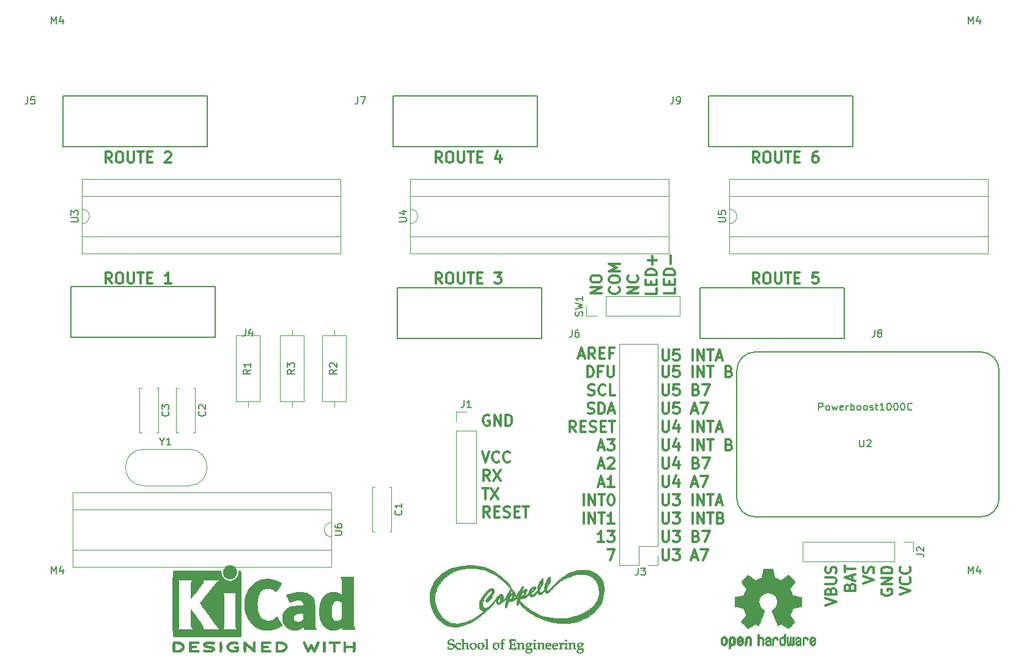
<source format=gbr>
G04 #@! TF.FileFunction,Legend,Top*
%FSLAX46Y46*%
G04 Gerber Fmt 4.6, Leading zero omitted, Abs format (unit mm)*
G04 Created by KiCad (PCBNEW 4.0.6) date 05/08/17 22:06:13*
%MOMM*%
%LPD*%
G01*
G04 APERTURE LIST*
%ADD10C,0.100000*%
%ADD11C,0.300000*%
%ADD12C,0.150000*%
%ADD13C,0.120000*%
%ADD14C,0.010000*%
G04 APERTURE END LIST*
D10*
D11*
X173395143Y-90594571D02*
X172895143Y-89880286D01*
X172538000Y-90594571D02*
X172538000Y-89094571D01*
X173109428Y-89094571D01*
X173252286Y-89166000D01*
X173323714Y-89237429D01*
X173395143Y-89380286D01*
X173395143Y-89594571D01*
X173323714Y-89737429D01*
X173252286Y-89808857D01*
X173109428Y-89880286D01*
X172538000Y-89880286D01*
X174323714Y-89094571D02*
X174609428Y-89094571D01*
X174752286Y-89166000D01*
X174895143Y-89308857D01*
X174966571Y-89594571D01*
X174966571Y-90094571D01*
X174895143Y-90380286D01*
X174752286Y-90523143D01*
X174609428Y-90594571D01*
X174323714Y-90594571D01*
X174180857Y-90523143D01*
X174038000Y-90380286D01*
X173966571Y-90094571D01*
X173966571Y-89594571D01*
X174038000Y-89308857D01*
X174180857Y-89166000D01*
X174323714Y-89094571D01*
X175609429Y-89094571D02*
X175609429Y-90308857D01*
X175680857Y-90451714D01*
X175752286Y-90523143D01*
X175895143Y-90594571D01*
X176180857Y-90594571D01*
X176323715Y-90523143D01*
X176395143Y-90451714D01*
X176466572Y-90308857D01*
X176466572Y-89094571D01*
X176966572Y-89094571D02*
X177823715Y-89094571D01*
X177395144Y-90594571D02*
X177395144Y-89094571D01*
X178323715Y-89808857D02*
X178823715Y-89808857D01*
X179038001Y-90594571D02*
X178323715Y-90594571D01*
X178323715Y-89094571D01*
X179038001Y-89094571D01*
X181466572Y-89094571D02*
X181180858Y-89094571D01*
X181038001Y-89166000D01*
X180966572Y-89237429D01*
X180823715Y-89451714D01*
X180752286Y-89737429D01*
X180752286Y-90308857D01*
X180823715Y-90451714D01*
X180895143Y-90523143D01*
X181038001Y-90594571D01*
X181323715Y-90594571D01*
X181466572Y-90523143D01*
X181538001Y-90451714D01*
X181609429Y-90308857D01*
X181609429Y-89951714D01*
X181538001Y-89808857D01*
X181466572Y-89737429D01*
X181323715Y-89666000D01*
X181038001Y-89666000D01*
X180895143Y-89737429D01*
X180823715Y-89808857D01*
X180752286Y-89951714D01*
X173395143Y-107358571D02*
X172895143Y-106644286D01*
X172538000Y-107358571D02*
X172538000Y-105858571D01*
X173109428Y-105858571D01*
X173252286Y-105930000D01*
X173323714Y-106001429D01*
X173395143Y-106144286D01*
X173395143Y-106358571D01*
X173323714Y-106501429D01*
X173252286Y-106572857D01*
X173109428Y-106644286D01*
X172538000Y-106644286D01*
X174323714Y-105858571D02*
X174609428Y-105858571D01*
X174752286Y-105930000D01*
X174895143Y-106072857D01*
X174966571Y-106358571D01*
X174966571Y-106858571D01*
X174895143Y-107144286D01*
X174752286Y-107287143D01*
X174609428Y-107358571D01*
X174323714Y-107358571D01*
X174180857Y-107287143D01*
X174038000Y-107144286D01*
X173966571Y-106858571D01*
X173966571Y-106358571D01*
X174038000Y-106072857D01*
X174180857Y-105930000D01*
X174323714Y-105858571D01*
X175609429Y-105858571D02*
X175609429Y-107072857D01*
X175680857Y-107215714D01*
X175752286Y-107287143D01*
X175895143Y-107358571D01*
X176180857Y-107358571D01*
X176323715Y-107287143D01*
X176395143Y-107215714D01*
X176466572Y-107072857D01*
X176466572Y-105858571D01*
X176966572Y-105858571D02*
X177823715Y-105858571D01*
X177395144Y-107358571D02*
X177395144Y-105858571D01*
X178323715Y-106572857D02*
X178823715Y-106572857D01*
X179038001Y-107358571D02*
X178323715Y-107358571D01*
X178323715Y-105858571D01*
X179038001Y-105858571D01*
X181538001Y-105858571D02*
X180823715Y-105858571D01*
X180752286Y-106572857D01*
X180823715Y-106501429D01*
X180966572Y-106430000D01*
X181323715Y-106430000D01*
X181466572Y-106501429D01*
X181538001Y-106572857D01*
X181609429Y-106715714D01*
X181609429Y-107072857D01*
X181538001Y-107215714D01*
X181466572Y-107287143D01*
X181323715Y-107358571D01*
X180966572Y-107358571D01*
X180823715Y-107287143D01*
X180752286Y-107215714D01*
X129453143Y-90594571D02*
X128953143Y-89880286D01*
X128596000Y-90594571D02*
X128596000Y-89094571D01*
X129167428Y-89094571D01*
X129310286Y-89166000D01*
X129381714Y-89237429D01*
X129453143Y-89380286D01*
X129453143Y-89594571D01*
X129381714Y-89737429D01*
X129310286Y-89808857D01*
X129167428Y-89880286D01*
X128596000Y-89880286D01*
X130381714Y-89094571D02*
X130667428Y-89094571D01*
X130810286Y-89166000D01*
X130953143Y-89308857D01*
X131024571Y-89594571D01*
X131024571Y-90094571D01*
X130953143Y-90380286D01*
X130810286Y-90523143D01*
X130667428Y-90594571D01*
X130381714Y-90594571D01*
X130238857Y-90523143D01*
X130096000Y-90380286D01*
X130024571Y-90094571D01*
X130024571Y-89594571D01*
X130096000Y-89308857D01*
X130238857Y-89166000D01*
X130381714Y-89094571D01*
X131667429Y-89094571D02*
X131667429Y-90308857D01*
X131738857Y-90451714D01*
X131810286Y-90523143D01*
X131953143Y-90594571D01*
X132238857Y-90594571D01*
X132381715Y-90523143D01*
X132453143Y-90451714D01*
X132524572Y-90308857D01*
X132524572Y-89094571D01*
X133024572Y-89094571D02*
X133881715Y-89094571D01*
X133453144Y-90594571D02*
X133453144Y-89094571D01*
X134381715Y-89808857D02*
X134881715Y-89808857D01*
X135096001Y-90594571D02*
X134381715Y-90594571D01*
X134381715Y-89094571D01*
X135096001Y-89094571D01*
X137524572Y-89594571D02*
X137524572Y-90594571D01*
X137167429Y-89023143D02*
X136810286Y-90094571D01*
X137738858Y-90094571D01*
X129453143Y-107358571D02*
X128953143Y-106644286D01*
X128596000Y-107358571D02*
X128596000Y-105858571D01*
X129167428Y-105858571D01*
X129310286Y-105930000D01*
X129381714Y-106001429D01*
X129453143Y-106144286D01*
X129453143Y-106358571D01*
X129381714Y-106501429D01*
X129310286Y-106572857D01*
X129167428Y-106644286D01*
X128596000Y-106644286D01*
X130381714Y-105858571D02*
X130667428Y-105858571D01*
X130810286Y-105930000D01*
X130953143Y-106072857D01*
X131024571Y-106358571D01*
X131024571Y-106858571D01*
X130953143Y-107144286D01*
X130810286Y-107287143D01*
X130667428Y-107358571D01*
X130381714Y-107358571D01*
X130238857Y-107287143D01*
X130096000Y-107144286D01*
X130024571Y-106858571D01*
X130024571Y-106358571D01*
X130096000Y-106072857D01*
X130238857Y-105930000D01*
X130381714Y-105858571D01*
X131667429Y-105858571D02*
X131667429Y-107072857D01*
X131738857Y-107215714D01*
X131810286Y-107287143D01*
X131953143Y-107358571D01*
X132238857Y-107358571D01*
X132381715Y-107287143D01*
X132453143Y-107215714D01*
X132524572Y-107072857D01*
X132524572Y-105858571D01*
X133024572Y-105858571D02*
X133881715Y-105858571D01*
X133453144Y-107358571D02*
X133453144Y-105858571D01*
X134381715Y-106572857D02*
X134881715Y-106572857D01*
X135096001Y-107358571D02*
X134381715Y-107358571D01*
X134381715Y-105858571D01*
X135096001Y-105858571D01*
X136738858Y-105858571D02*
X137667429Y-105858571D01*
X137167429Y-106430000D01*
X137381715Y-106430000D01*
X137524572Y-106501429D01*
X137596001Y-106572857D01*
X137667429Y-106715714D01*
X137667429Y-107072857D01*
X137596001Y-107215714D01*
X137524572Y-107287143D01*
X137381715Y-107358571D01*
X136953143Y-107358571D01*
X136810286Y-107287143D01*
X136738858Y-107215714D01*
X83733143Y-90594571D02*
X83233143Y-89880286D01*
X82876000Y-90594571D02*
X82876000Y-89094571D01*
X83447428Y-89094571D01*
X83590286Y-89166000D01*
X83661714Y-89237429D01*
X83733143Y-89380286D01*
X83733143Y-89594571D01*
X83661714Y-89737429D01*
X83590286Y-89808857D01*
X83447428Y-89880286D01*
X82876000Y-89880286D01*
X84661714Y-89094571D02*
X84947428Y-89094571D01*
X85090286Y-89166000D01*
X85233143Y-89308857D01*
X85304571Y-89594571D01*
X85304571Y-90094571D01*
X85233143Y-90380286D01*
X85090286Y-90523143D01*
X84947428Y-90594571D01*
X84661714Y-90594571D01*
X84518857Y-90523143D01*
X84376000Y-90380286D01*
X84304571Y-90094571D01*
X84304571Y-89594571D01*
X84376000Y-89308857D01*
X84518857Y-89166000D01*
X84661714Y-89094571D01*
X85947429Y-89094571D02*
X85947429Y-90308857D01*
X86018857Y-90451714D01*
X86090286Y-90523143D01*
X86233143Y-90594571D01*
X86518857Y-90594571D01*
X86661715Y-90523143D01*
X86733143Y-90451714D01*
X86804572Y-90308857D01*
X86804572Y-89094571D01*
X87304572Y-89094571D02*
X88161715Y-89094571D01*
X87733144Y-90594571D02*
X87733144Y-89094571D01*
X88661715Y-89808857D02*
X89161715Y-89808857D01*
X89376001Y-90594571D02*
X88661715Y-90594571D01*
X88661715Y-89094571D01*
X89376001Y-89094571D01*
X91090286Y-89237429D02*
X91161715Y-89166000D01*
X91304572Y-89094571D01*
X91661715Y-89094571D01*
X91804572Y-89166000D01*
X91876001Y-89237429D01*
X91947429Y-89380286D01*
X91947429Y-89523143D01*
X91876001Y-89737429D01*
X91018858Y-90594571D01*
X91947429Y-90594571D01*
X83733143Y-107358571D02*
X83233143Y-106644286D01*
X82876000Y-107358571D02*
X82876000Y-105858571D01*
X83447428Y-105858571D01*
X83590286Y-105930000D01*
X83661714Y-106001429D01*
X83733143Y-106144286D01*
X83733143Y-106358571D01*
X83661714Y-106501429D01*
X83590286Y-106572857D01*
X83447428Y-106644286D01*
X82876000Y-106644286D01*
X84661714Y-105858571D02*
X84947428Y-105858571D01*
X85090286Y-105930000D01*
X85233143Y-106072857D01*
X85304571Y-106358571D01*
X85304571Y-106858571D01*
X85233143Y-107144286D01*
X85090286Y-107287143D01*
X84947428Y-107358571D01*
X84661714Y-107358571D01*
X84518857Y-107287143D01*
X84376000Y-107144286D01*
X84304571Y-106858571D01*
X84304571Y-106358571D01*
X84376000Y-106072857D01*
X84518857Y-105930000D01*
X84661714Y-105858571D01*
X85947429Y-105858571D02*
X85947429Y-107072857D01*
X86018857Y-107215714D01*
X86090286Y-107287143D01*
X86233143Y-107358571D01*
X86518857Y-107358571D01*
X86661715Y-107287143D01*
X86733143Y-107215714D01*
X86804572Y-107072857D01*
X86804572Y-105858571D01*
X87304572Y-105858571D02*
X88161715Y-105858571D01*
X87733144Y-107358571D02*
X87733144Y-105858571D01*
X88661715Y-106572857D02*
X89161715Y-106572857D01*
X89376001Y-107358571D02*
X88661715Y-107358571D01*
X88661715Y-105858571D01*
X89376001Y-105858571D01*
X91947429Y-107358571D02*
X91090286Y-107358571D01*
X91518858Y-107358571D02*
X91518858Y-105858571D01*
X91376001Y-106072857D01*
X91233143Y-106215714D01*
X91090286Y-106287143D01*
X160012572Y-144212571D02*
X160012572Y-145426857D01*
X160084000Y-145569714D01*
X160155429Y-145641143D01*
X160298286Y-145712571D01*
X160584000Y-145712571D01*
X160726858Y-145641143D01*
X160798286Y-145569714D01*
X160869715Y-145426857D01*
X160869715Y-144212571D01*
X161441144Y-144212571D02*
X162369715Y-144212571D01*
X161869715Y-144784000D01*
X162084001Y-144784000D01*
X162226858Y-144855429D01*
X162298287Y-144926857D01*
X162369715Y-145069714D01*
X162369715Y-145426857D01*
X162298287Y-145569714D01*
X162226858Y-145641143D01*
X162084001Y-145712571D01*
X161655429Y-145712571D01*
X161512572Y-145641143D01*
X161441144Y-145569714D01*
X164084000Y-145284000D02*
X164798286Y-145284000D01*
X163941143Y-145712571D02*
X164441143Y-144212571D01*
X164941143Y-145712571D01*
X165298286Y-144212571D02*
X166298286Y-144212571D01*
X165655429Y-145712571D01*
X160012572Y-141672571D02*
X160012572Y-142886857D01*
X160084000Y-143029714D01*
X160155429Y-143101143D01*
X160298286Y-143172571D01*
X160584000Y-143172571D01*
X160726858Y-143101143D01*
X160798286Y-143029714D01*
X160869715Y-142886857D01*
X160869715Y-141672571D01*
X161441144Y-141672571D02*
X162369715Y-141672571D01*
X161869715Y-142244000D01*
X162084001Y-142244000D01*
X162226858Y-142315429D01*
X162298287Y-142386857D01*
X162369715Y-142529714D01*
X162369715Y-142886857D01*
X162298287Y-143029714D01*
X162226858Y-143101143D01*
X162084001Y-143172571D01*
X161655429Y-143172571D01*
X161512572Y-143101143D01*
X161441144Y-143029714D01*
X164655429Y-142386857D02*
X164869715Y-142458286D01*
X164941143Y-142529714D01*
X165012572Y-142672571D01*
X165012572Y-142886857D01*
X164941143Y-143029714D01*
X164869715Y-143101143D01*
X164726857Y-143172571D01*
X164155429Y-143172571D01*
X164155429Y-141672571D01*
X164655429Y-141672571D01*
X164798286Y-141744000D01*
X164869715Y-141815429D01*
X164941143Y-141958286D01*
X164941143Y-142101143D01*
X164869715Y-142244000D01*
X164798286Y-142315429D01*
X164655429Y-142386857D01*
X164155429Y-142386857D01*
X165512572Y-141672571D02*
X166512572Y-141672571D01*
X165869715Y-143172571D01*
X160012572Y-139132571D02*
X160012572Y-140346857D01*
X160084000Y-140489714D01*
X160155429Y-140561143D01*
X160298286Y-140632571D01*
X160584000Y-140632571D01*
X160726858Y-140561143D01*
X160798286Y-140489714D01*
X160869715Y-140346857D01*
X160869715Y-139132571D01*
X161441144Y-139132571D02*
X162369715Y-139132571D01*
X161869715Y-139704000D01*
X162084001Y-139704000D01*
X162226858Y-139775429D01*
X162298287Y-139846857D01*
X162369715Y-139989714D01*
X162369715Y-140346857D01*
X162298287Y-140489714D01*
X162226858Y-140561143D01*
X162084001Y-140632571D01*
X161655429Y-140632571D01*
X161512572Y-140561143D01*
X161441144Y-140489714D01*
X164155429Y-140632571D02*
X164155429Y-139132571D01*
X164869715Y-140632571D02*
X164869715Y-139132571D01*
X165726858Y-140632571D01*
X165726858Y-139132571D01*
X166226858Y-139132571D02*
X167084001Y-139132571D01*
X166655430Y-140632571D02*
X166655430Y-139132571D01*
X168084001Y-139846857D02*
X168298287Y-139918286D01*
X168369715Y-139989714D01*
X168441144Y-140132571D01*
X168441144Y-140346857D01*
X168369715Y-140489714D01*
X168298287Y-140561143D01*
X168155429Y-140632571D01*
X167584001Y-140632571D01*
X167584001Y-139132571D01*
X168084001Y-139132571D01*
X168226858Y-139204000D01*
X168298287Y-139275429D01*
X168369715Y-139418286D01*
X168369715Y-139561143D01*
X168298287Y-139704000D01*
X168226858Y-139775429D01*
X168084001Y-139846857D01*
X167584001Y-139846857D01*
X160012572Y-136592571D02*
X160012572Y-137806857D01*
X160084000Y-137949714D01*
X160155429Y-138021143D01*
X160298286Y-138092571D01*
X160584000Y-138092571D01*
X160726858Y-138021143D01*
X160798286Y-137949714D01*
X160869715Y-137806857D01*
X160869715Y-136592571D01*
X161441144Y-136592571D02*
X162369715Y-136592571D01*
X161869715Y-137164000D01*
X162084001Y-137164000D01*
X162226858Y-137235429D01*
X162298287Y-137306857D01*
X162369715Y-137449714D01*
X162369715Y-137806857D01*
X162298287Y-137949714D01*
X162226858Y-138021143D01*
X162084001Y-138092571D01*
X161655429Y-138092571D01*
X161512572Y-138021143D01*
X161441144Y-137949714D01*
X164155429Y-138092571D02*
X164155429Y-136592571D01*
X164869715Y-138092571D02*
X164869715Y-136592571D01*
X165726858Y-138092571D01*
X165726858Y-136592571D01*
X166226858Y-136592571D02*
X167084001Y-136592571D01*
X166655430Y-138092571D02*
X166655430Y-136592571D01*
X167512572Y-137664000D02*
X168226858Y-137664000D01*
X167369715Y-138092571D02*
X167869715Y-136592571D01*
X168369715Y-138092571D01*
X160012572Y-131512571D02*
X160012572Y-132726857D01*
X160084000Y-132869714D01*
X160155429Y-132941143D01*
X160298286Y-133012571D01*
X160584000Y-133012571D01*
X160726858Y-132941143D01*
X160798286Y-132869714D01*
X160869715Y-132726857D01*
X160869715Y-131512571D01*
X162226858Y-132012571D02*
X162226858Y-133012571D01*
X161869715Y-131441143D02*
X161512572Y-132512571D01*
X162441144Y-132512571D01*
X164655429Y-132226857D02*
X164869715Y-132298286D01*
X164941143Y-132369714D01*
X165012572Y-132512571D01*
X165012572Y-132726857D01*
X164941143Y-132869714D01*
X164869715Y-132941143D01*
X164726857Y-133012571D01*
X164155429Y-133012571D01*
X164155429Y-131512571D01*
X164655429Y-131512571D01*
X164798286Y-131584000D01*
X164869715Y-131655429D01*
X164941143Y-131798286D01*
X164941143Y-131941143D01*
X164869715Y-132084000D01*
X164798286Y-132155429D01*
X164655429Y-132226857D01*
X164155429Y-132226857D01*
X165512572Y-131512571D02*
X166512572Y-131512571D01*
X165869715Y-133012571D01*
X160012572Y-134052571D02*
X160012572Y-135266857D01*
X160084000Y-135409714D01*
X160155429Y-135481143D01*
X160298286Y-135552571D01*
X160584000Y-135552571D01*
X160726858Y-135481143D01*
X160798286Y-135409714D01*
X160869715Y-135266857D01*
X160869715Y-134052571D01*
X162226858Y-134552571D02*
X162226858Y-135552571D01*
X161869715Y-133981143D02*
X161512572Y-135052571D01*
X162441144Y-135052571D01*
X164084000Y-135124000D02*
X164798286Y-135124000D01*
X163941143Y-135552571D02*
X164441143Y-134052571D01*
X164941143Y-135552571D01*
X165298286Y-134052571D02*
X166298286Y-134052571D01*
X165655429Y-135552571D01*
X160012572Y-128972571D02*
X160012572Y-130186857D01*
X160084000Y-130329714D01*
X160155429Y-130401143D01*
X160298286Y-130472571D01*
X160584000Y-130472571D01*
X160726858Y-130401143D01*
X160798286Y-130329714D01*
X160869715Y-130186857D01*
X160869715Y-128972571D01*
X162226858Y-129472571D02*
X162226858Y-130472571D01*
X161869715Y-128901143D02*
X161512572Y-129972571D01*
X162441144Y-129972571D01*
X164155429Y-130472571D02*
X164155429Y-128972571D01*
X164869715Y-130472571D02*
X164869715Y-128972571D01*
X165726858Y-130472571D01*
X165726858Y-128972571D01*
X166226858Y-128972571D02*
X167084001Y-128972571D01*
X166655430Y-130472571D02*
X166655430Y-128972571D01*
X169226858Y-129686857D02*
X169441144Y-129758286D01*
X169512572Y-129829714D01*
X169584001Y-129972571D01*
X169584001Y-130186857D01*
X169512572Y-130329714D01*
X169441144Y-130401143D01*
X169298286Y-130472571D01*
X168726858Y-130472571D01*
X168726858Y-128972571D01*
X169226858Y-128972571D01*
X169369715Y-129044000D01*
X169441144Y-129115429D01*
X169512572Y-129258286D01*
X169512572Y-129401143D01*
X169441144Y-129544000D01*
X169369715Y-129615429D01*
X169226858Y-129686857D01*
X168726858Y-129686857D01*
X160012572Y-126432571D02*
X160012572Y-127646857D01*
X160084000Y-127789714D01*
X160155429Y-127861143D01*
X160298286Y-127932571D01*
X160584000Y-127932571D01*
X160726858Y-127861143D01*
X160798286Y-127789714D01*
X160869715Y-127646857D01*
X160869715Y-126432571D01*
X162226858Y-126932571D02*
X162226858Y-127932571D01*
X161869715Y-126361143D02*
X161512572Y-127432571D01*
X162441144Y-127432571D01*
X164155429Y-127932571D02*
X164155429Y-126432571D01*
X164869715Y-127932571D02*
X164869715Y-126432571D01*
X165726858Y-127932571D01*
X165726858Y-126432571D01*
X166226858Y-126432571D02*
X167084001Y-126432571D01*
X166655430Y-127932571D02*
X166655430Y-126432571D01*
X167512572Y-127504000D02*
X168226858Y-127504000D01*
X167369715Y-127932571D02*
X167869715Y-126432571D01*
X168369715Y-127932571D01*
X160012572Y-123892571D02*
X160012572Y-125106857D01*
X160084000Y-125249714D01*
X160155429Y-125321143D01*
X160298286Y-125392571D01*
X160584000Y-125392571D01*
X160726858Y-125321143D01*
X160798286Y-125249714D01*
X160869715Y-125106857D01*
X160869715Y-123892571D01*
X162298287Y-123892571D02*
X161584001Y-123892571D01*
X161512572Y-124606857D01*
X161584001Y-124535429D01*
X161726858Y-124464000D01*
X162084001Y-124464000D01*
X162226858Y-124535429D01*
X162298287Y-124606857D01*
X162369715Y-124749714D01*
X162369715Y-125106857D01*
X162298287Y-125249714D01*
X162226858Y-125321143D01*
X162084001Y-125392571D01*
X161726858Y-125392571D01*
X161584001Y-125321143D01*
X161512572Y-125249714D01*
X164084000Y-124964000D02*
X164798286Y-124964000D01*
X163941143Y-125392571D02*
X164441143Y-123892571D01*
X164941143Y-125392571D01*
X165298286Y-123892571D02*
X166298286Y-123892571D01*
X165655429Y-125392571D01*
X160012572Y-121352571D02*
X160012572Y-122566857D01*
X160084000Y-122709714D01*
X160155429Y-122781143D01*
X160298286Y-122852571D01*
X160584000Y-122852571D01*
X160726858Y-122781143D01*
X160798286Y-122709714D01*
X160869715Y-122566857D01*
X160869715Y-121352571D01*
X162298287Y-121352571D02*
X161584001Y-121352571D01*
X161512572Y-122066857D01*
X161584001Y-121995429D01*
X161726858Y-121924000D01*
X162084001Y-121924000D01*
X162226858Y-121995429D01*
X162298287Y-122066857D01*
X162369715Y-122209714D01*
X162369715Y-122566857D01*
X162298287Y-122709714D01*
X162226858Y-122781143D01*
X162084001Y-122852571D01*
X161726858Y-122852571D01*
X161584001Y-122781143D01*
X161512572Y-122709714D01*
X164655429Y-122066857D02*
X164869715Y-122138286D01*
X164941143Y-122209714D01*
X165012572Y-122352571D01*
X165012572Y-122566857D01*
X164941143Y-122709714D01*
X164869715Y-122781143D01*
X164726857Y-122852571D01*
X164155429Y-122852571D01*
X164155429Y-121352571D01*
X164655429Y-121352571D01*
X164798286Y-121424000D01*
X164869715Y-121495429D01*
X164941143Y-121638286D01*
X164941143Y-121781143D01*
X164869715Y-121924000D01*
X164798286Y-121995429D01*
X164655429Y-122066857D01*
X164155429Y-122066857D01*
X165512572Y-121352571D02*
X166512572Y-121352571D01*
X165869715Y-122852571D01*
X160012572Y-118812571D02*
X160012572Y-120026857D01*
X160084000Y-120169714D01*
X160155429Y-120241143D01*
X160298286Y-120312571D01*
X160584000Y-120312571D01*
X160726858Y-120241143D01*
X160798286Y-120169714D01*
X160869715Y-120026857D01*
X160869715Y-118812571D01*
X162298287Y-118812571D02*
X161584001Y-118812571D01*
X161512572Y-119526857D01*
X161584001Y-119455429D01*
X161726858Y-119384000D01*
X162084001Y-119384000D01*
X162226858Y-119455429D01*
X162298287Y-119526857D01*
X162369715Y-119669714D01*
X162369715Y-120026857D01*
X162298287Y-120169714D01*
X162226858Y-120241143D01*
X162084001Y-120312571D01*
X161726858Y-120312571D01*
X161584001Y-120241143D01*
X161512572Y-120169714D01*
X164155429Y-120312571D02*
X164155429Y-118812571D01*
X164869715Y-120312571D02*
X164869715Y-118812571D01*
X165726858Y-120312571D01*
X165726858Y-118812571D01*
X166226858Y-118812571D02*
X167084001Y-118812571D01*
X166655430Y-120312571D02*
X166655430Y-118812571D01*
X169226858Y-119526857D02*
X169441144Y-119598286D01*
X169512572Y-119669714D01*
X169584001Y-119812571D01*
X169584001Y-120026857D01*
X169512572Y-120169714D01*
X169441144Y-120241143D01*
X169298286Y-120312571D01*
X168726858Y-120312571D01*
X168726858Y-118812571D01*
X169226858Y-118812571D01*
X169369715Y-118884000D01*
X169441144Y-118955429D01*
X169512572Y-119098286D01*
X169512572Y-119241143D01*
X169441144Y-119384000D01*
X169369715Y-119455429D01*
X169226858Y-119526857D01*
X168726858Y-119526857D01*
X160012572Y-116526571D02*
X160012572Y-117740857D01*
X160084000Y-117883714D01*
X160155429Y-117955143D01*
X160298286Y-118026571D01*
X160584000Y-118026571D01*
X160726858Y-117955143D01*
X160798286Y-117883714D01*
X160869715Y-117740857D01*
X160869715Y-116526571D01*
X162298287Y-116526571D02*
X161584001Y-116526571D01*
X161512572Y-117240857D01*
X161584001Y-117169429D01*
X161726858Y-117098000D01*
X162084001Y-117098000D01*
X162226858Y-117169429D01*
X162298287Y-117240857D01*
X162369715Y-117383714D01*
X162369715Y-117740857D01*
X162298287Y-117883714D01*
X162226858Y-117955143D01*
X162084001Y-118026571D01*
X161726858Y-118026571D01*
X161584001Y-117955143D01*
X161512572Y-117883714D01*
X164155429Y-118026571D02*
X164155429Y-116526571D01*
X164869715Y-118026571D02*
X164869715Y-116526571D01*
X165726858Y-118026571D01*
X165726858Y-116526571D01*
X166226858Y-116526571D02*
X167084001Y-116526571D01*
X166655430Y-118026571D02*
X166655430Y-116526571D01*
X167512572Y-117598000D02*
X168226858Y-117598000D01*
X167369715Y-118026571D02*
X167869715Y-116526571D01*
X168369715Y-118026571D01*
X152376001Y-144212571D02*
X153376001Y-144212571D01*
X152733144Y-145712571D01*
X151876001Y-143172571D02*
X151018858Y-143172571D01*
X151447430Y-143172571D02*
X151447430Y-141672571D01*
X151304573Y-141886857D01*
X151161715Y-142029714D01*
X151018858Y-142101143D01*
X152376001Y-141672571D02*
X153304572Y-141672571D01*
X152804572Y-142244000D01*
X153018858Y-142244000D01*
X153161715Y-142315429D01*
X153233144Y-142386857D01*
X153304572Y-142529714D01*
X153304572Y-142886857D01*
X153233144Y-143029714D01*
X153161715Y-143101143D01*
X153018858Y-143172571D01*
X152590286Y-143172571D01*
X152447429Y-143101143D01*
X152376001Y-143029714D01*
X149090286Y-140632571D02*
X149090286Y-139132571D01*
X149804572Y-140632571D02*
X149804572Y-139132571D01*
X150661715Y-140632571D01*
X150661715Y-139132571D01*
X151161715Y-139132571D02*
X152018858Y-139132571D01*
X151590287Y-140632571D02*
X151590287Y-139132571D01*
X153304572Y-140632571D02*
X152447429Y-140632571D01*
X152876001Y-140632571D02*
X152876001Y-139132571D01*
X152733144Y-139346857D01*
X152590286Y-139489714D01*
X152447429Y-139561143D01*
X149090286Y-138092571D02*
X149090286Y-136592571D01*
X149804572Y-138092571D02*
X149804572Y-136592571D01*
X150661715Y-138092571D01*
X150661715Y-136592571D01*
X151161715Y-136592571D02*
X152018858Y-136592571D01*
X151590287Y-138092571D02*
X151590287Y-136592571D01*
X152804572Y-136592571D02*
X152947429Y-136592571D01*
X153090286Y-136664000D01*
X153161715Y-136735429D01*
X153233144Y-136878286D01*
X153304572Y-137164000D01*
X153304572Y-137521143D01*
X153233144Y-137806857D01*
X153161715Y-137949714D01*
X153090286Y-138021143D01*
X152947429Y-138092571D01*
X152804572Y-138092571D01*
X152661715Y-138021143D01*
X152590286Y-137949714D01*
X152518858Y-137806857D01*
X152447429Y-137521143D01*
X152447429Y-137164000D01*
X152518858Y-136878286D01*
X152590286Y-136735429D01*
X152661715Y-136664000D01*
X152804572Y-136592571D01*
X151161715Y-135124000D02*
X151876001Y-135124000D01*
X151018858Y-135552571D02*
X151518858Y-134052571D01*
X152018858Y-135552571D01*
X153304572Y-135552571D02*
X152447429Y-135552571D01*
X152876001Y-135552571D02*
X152876001Y-134052571D01*
X152733144Y-134266857D01*
X152590286Y-134409714D01*
X152447429Y-134481143D01*
X151161715Y-132584000D02*
X151876001Y-132584000D01*
X151018858Y-133012571D02*
X151518858Y-131512571D01*
X152018858Y-133012571D01*
X152447429Y-131655429D02*
X152518858Y-131584000D01*
X152661715Y-131512571D01*
X153018858Y-131512571D01*
X153161715Y-131584000D01*
X153233144Y-131655429D01*
X153304572Y-131798286D01*
X153304572Y-131941143D01*
X153233144Y-132155429D01*
X152376001Y-133012571D01*
X153304572Y-133012571D01*
X151161715Y-130044000D02*
X151876001Y-130044000D01*
X151018858Y-130472571D02*
X151518858Y-128972571D01*
X152018858Y-130472571D01*
X152376001Y-128972571D02*
X153304572Y-128972571D01*
X152804572Y-129544000D01*
X153018858Y-129544000D01*
X153161715Y-129615429D01*
X153233144Y-129686857D01*
X153304572Y-129829714D01*
X153304572Y-130186857D01*
X153233144Y-130329714D01*
X153161715Y-130401143D01*
X153018858Y-130472571D01*
X152590286Y-130472571D01*
X152447429Y-130401143D01*
X152376001Y-130329714D01*
X148018858Y-127932571D02*
X147518858Y-127218286D01*
X147161715Y-127932571D02*
X147161715Y-126432571D01*
X147733143Y-126432571D01*
X147876001Y-126504000D01*
X147947429Y-126575429D01*
X148018858Y-126718286D01*
X148018858Y-126932571D01*
X147947429Y-127075429D01*
X147876001Y-127146857D01*
X147733143Y-127218286D01*
X147161715Y-127218286D01*
X148661715Y-127146857D02*
X149161715Y-127146857D01*
X149376001Y-127932571D02*
X148661715Y-127932571D01*
X148661715Y-126432571D01*
X149376001Y-126432571D01*
X149947429Y-127861143D02*
X150161715Y-127932571D01*
X150518858Y-127932571D01*
X150661715Y-127861143D01*
X150733144Y-127789714D01*
X150804572Y-127646857D01*
X150804572Y-127504000D01*
X150733144Y-127361143D01*
X150661715Y-127289714D01*
X150518858Y-127218286D01*
X150233144Y-127146857D01*
X150090286Y-127075429D01*
X150018858Y-127004000D01*
X149947429Y-126861143D01*
X149947429Y-126718286D01*
X150018858Y-126575429D01*
X150090286Y-126504000D01*
X150233144Y-126432571D01*
X150590286Y-126432571D01*
X150804572Y-126504000D01*
X151447429Y-127146857D02*
X151947429Y-127146857D01*
X152161715Y-127932571D02*
X151447429Y-127932571D01*
X151447429Y-126432571D01*
X152161715Y-126432571D01*
X152590286Y-126432571D02*
X153447429Y-126432571D01*
X153018858Y-127932571D02*
X153018858Y-126432571D01*
X149661715Y-125321143D02*
X149876001Y-125392571D01*
X150233144Y-125392571D01*
X150376001Y-125321143D01*
X150447430Y-125249714D01*
X150518858Y-125106857D01*
X150518858Y-124964000D01*
X150447430Y-124821143D01*
X150376001Y-124749714D01*
X150233144Y-124678286D01*
X149947430Y-124606857D01*
X149804572Y-124535429D01*
X149733144Y-124464000D01*
X149661715Y-124321143D01*
X149661715Y-124178286D01*
X149733144Y-124035429D01*
X149804572Y-123964000D01*
X149947430Y-123892571D01*
X150304572Y-123892571D01*
X150518858Y-123964000D01*
X151161715Y-125392571D02*
X151161715Y-123892571D01*
X151518858Y-123892571D01*
X151733143Y-123964000D01*
X151876001Y-124106857D01*
X151947429Y-124249714D01*
X152018858Y-124535429D01*
X152018858Y-124749714D01*
X151947429Y-125035429D01*
X151876001Y-125178286D01*
X151733143Y-125321143D01*
X151518858Y-125392571D01*
X151161715Y-125392571D01*
X152590286Y-124964000D02*
X153304572Y-124964000D01*
X152447429Y-125392571D02*
X152947429Y-123892571D01*
X153447429Y-125392571D01*
X149733143Y-122781143D02*
X149947429Y-122852571D01*
X150304572Y-122852571D01*
X150447429Y-122781143D01*
X150518858Y-122709714D01*
X150590286Y-122566857D01*
X150590286Y-122424000D01*
X150518858Y-122281143D01*
X150447429Y-122209714D01*
X150304572Y-122138286D01*
X150018858Y-122066857D01*
X149876000Y-121995429D01*
X149804572Y-121924000D01*
X149733143Y-121781143D01*
X149733143Y-121638286D01*
X149804572Y-121495429D01*
X149876000Y-121424000D01*
X150018858Y-121352571D01*
X150376000Y-121352571D01*
X150590286Y-121424000D01*
X152090286Y-122709714D02*
X152018857Y-122781143D01*
X151804571Y-122852571D01*
X151661714Y-122852571D01*
X151447429Y-122781143D01*
X151304571Y-122638286D01*
X151233143Y-122495429D01*
X151161714Y-122209714D01*
X151161714Y-121995429D01*
X151233143Y-121709714D01*
X151304571Y-121566857D01*
X151447429Y-121424000D01*
X151661714Y-121352571D01*
X151804571Y-121352571D01*
X152018857Y-121424000D01*
X152090286Y-121495429D01*
X153447429Y-122852571D02*
X152733143Y-122852571D01*
X152733143Y-121352571D01*
X149590286Y-120312571D02*
X149590286Y-118812571D01*
X149947429Y-118812571D01*
X150161714Y-118884000D01*
X150304572Y-119026857D01*
X150376000Y-119169714D01*
X150447429Y-119455429D01*
X150447429Y-119669714D01*
X150376000Y-119955429D01*
X150304572Y-120098286D01*
X150161714Y-120241143D01*
X149947429Y-120312571D01*
X149590286Y-120312571D01*
X151590286Y-119526857D02*
X151090286Y-119526857D01*
X151090286Y-120312571D02*
X151090286Y-118812571D01*
X151804572Y-118812571D01*
X152376000Y-118812571D02*
X152376000Y-120026857D01*
X152447428Y-120169714D01*
X152518857Y-120241143D01*
X152661714Y-120312571D01*
X152947428Y-120312571D01*
X153090286Y-120241143D01*
X153161714Y-120169714D01*
X153233143Y-120026857D01*
X153233143Y-118812571D01*
X148447429Y-117344000D02*
X149161715Y-117344000D01*
X148304572Y-117772571D02*
X148804572Y-116272571D01*
X149304572Y-117772571D01*
X150661715Y-117772571D02*
X150161715Y-117058286D01*
X149804572Y-117772571D02*
X149804572Y-116272571D01*
X150376000Y-116272571D01*
X150518858Y-116344000D01*
X150590286Y-116415429D01*
X150661715Y-116558286D01*
X150661715Y-116772571D01*
X150590286Y-116915429D01*
X150518858Y-116986857D01*
X150376000Y-117058286D01*
X149804572Y-117058286D01*
X151304572Y-116986857D02*
X151804572Y-116986857D01*
X152018858Y-117772571D02*
X151304572Y-117772571D01*
X151304572Y-116272571D01*
X152018858Y-116272571D01*
X153161715Y-116986857D02*
X152661715Y-116986857D01*
X152661715Y-117772571D02*
X152661715Y-116272571D01*
X153376001Y-116272571D01*
X151554571Y-108715714D02*
X150054571Y-108715714D01*
X151554571Y-107858571D01*
X150054571Y-107858571D01*
X150054571Y-106858571D02*
X150054571Y-106572857D01*
X150126000Y-106429999D01*
X150268857Y-106287142D01*
X150554571Y-106215714D01*
X151054571Y-106215714D01*
X151340286Y-106287142D01*
X151483143Y-106429999D01*
X151554571Y-106572857D01*
X151554571Y-106858571D01*
X151483143Y-107001428D01*
X151340286Y-107144285D01*
X151054571Y-107215714D01*
X150554571Y-107215714D01*
X150268857Y-107144285D01*
X150126000Y-107001428D01*
X150054571Y-106858571D01*
X156634571Y-108715714D02*
X155134571Y-108715714D01*
X156634571Y-107858571D01*
X155134571Y-107858571D01*
X156491714Y-106287142D02*
X156563143Y-106358571D01*
X156634571Y-106572857D01*
X156634571Y-106715714D01*
X156563143Y-106929999D01*
X156420286Y-107072857D01*
X156277429Y-107144285D01*
X155991714Y-107215714D01*
X155777429Y-107215714D01*
X155491714Y-107144285D01*
X155348857Y-107072857D01*
X155206000Y-106929999D01*
X155134571Y-106715714D01*
X155134571Y-106572857D01*
X155206000Y-106358571D01*
X155277429Y-106287142D01*
X159174571Y-108064857D02*
X159174571Y-108779143D01*
X157674571Y-108779143D01*
X158388857Y-107564857D02*
X158388857Y-107064857D01*
X159174571Y-106850571D02*
X159174571Y-107564857D01*
X157674571Y-107564857D01*
X157674571Y-106850571D01*
X159174571Y-106207714D02*
X157674571Y-106207714D01*
X157674571Y-105850571D01*
X157746000Y-105636286D01*
X157888857Y-105493428D01*
X158031714Y-105422000D01*
X158317429Y-105350571D01*
X158531714Y-105350571D01*
X158817429Y-105422000D01*
X158960286Y-105493428D01*
X159103143Y-105636286D01*
X159174571Y-105850571D01*
X159174571Y-106207714D01*
X158603143Y-104707714D02*
X158603143Y-103564857D01*
X159174571Y-104136286D02*
X158031714Y-104136286D01*
X161714571Y-108001428D02*
X161714571Y-108715714D01*
X160214571Y-108715714D01*
X160928857Y-107501428D02*
X160928857Y-107001428D01*
X161714571Y-106787142D02*
X161714571Y-107501428D01*
X160214571Y-107501428D01*
X160214571Y-106787142D01*
X161714571Y-106144285D02*
X160214571Y-106144285D01*
X160214571Y-105787142D01*
X160286000Y-105572857D01*
X160428857Y-105429999D01*
X160571714Y-105358571D01*
X160857429Y-105287142D01*
X161071714Y-105287142D01*
X161357429Y-105358571D01*
X161500286Y-105429999D01*
X161643143Y-105572857D01*
X161714571Y-105787142D01*
X161714571Y-106144285D01*
X161143143Y-104644285D02*
X161143143Y-103501428D01*
X153951714Y-107858571D02*
X154023143Y-107930000D01*
X154094571Y-108144286D01*
X154094571Y-108287143D01*
X154023143Y-108501428D01*
X153880286Y-108644286D01*
X153737429Y-108715714D01*
X153451714Y-108787143D01*
X153237429Y-108787143D01*
X152951714Y-108715714D01*
X152808857Y-108644286D01*
X152666000Y-108501428D01*
X152594571Y-108287143D01*
X152594571Y-108144286D01*
X152666000Y-107930000D01*
X152737429Y-107858571D01*
X152594571Y-106930000D02*
X152594571Y-106644286D01*
X152666000Y-106501428D01*
X152808857Y-106358571D01*
X153094571Y-106287143D01*
X153594571Y-106287143D01*
X153880286Y-106358571D01*
X154023143Y-106501428D01*
X154094571Y-106644286D01*
X154094571Y-106930000D01*
X154023143Y-107072857D01*
X153880286Y-107215714D01*
X153594571Y-107287143D01*
X153094571Y-107287143D01*
X152808857Y-107215714D01*
X152666000Y-107072857D01*
X152594571Y-106930000D01*
X154094571Y-105644285D02*
X152594571Y-105644285D01*
X153666000Y-105144285D01*
X152594571Y-104644285D01*
X154094571Y-104644285D01*
X136088572Y-139743571D02*
X135588572Y-139029286D01*
X135231429Y-139743571D02*
X135231429Y-138243571D01*
X135802857Y-138243571D01*
X135945715Y-138315000D01*
X136017143Y-138386429D01*
X136088572Y-138529286D01*
X136088572Y-138743571D01*
X136017143Y-138886429D01*
X135945715Y-138957857D01*
X135802857Y-139029286D01*
X135231429Y-139029286D01*
X136731429Y-138957857D02*
X137231429Y-138957857D01*
X137445715Y-139743571D02*
X136731429Y-139743571D01*
X136731429Y-138243571D01*
X137445715Y-138243571D01*
X138017143Y-139672143D02*
X138231429Y-139743571D01*
X138588572Y-139743571D01*
X138731429Y-139672143D01*
X138802858Y-139600714D01*
X138874286Y-139457857D01*
X138874286Y-139315000D01*
X138802858Y-139172143D01*
X138731429Y-139100714D01*
X138588572Y-139029286D01*
X138302858Y-138957857D01*
X138160000Y-138886429D01*
X138088572Y-138815000D01*
X138017143Y-138672143D01*
X138017143Y-138529286D01*
X138088572Y-138386429D01*
X138160000Y-138315000D01*
X138302858Y-138243571D01*
X138660000Y-138243571D01*
X138874286Y-138315000D01*
X139517143Y-138957857D02*
X140017143Y-138957857D01*
X140231429Y-139743571D02*
X139517143Y-139743571D01*
X139517143Y-138243571D01*
X140231429Y-138243571D01*
X140660000Y-138243571D02*
X141517143Y-138243571D01*
X141088572Y-139743571D02*
X141088572Y-138243571D01*
X135017143Y-135703571D02*
X135874286Y-135703571D01*
X135445715Y-137203571D02*
X135445715Y-135703571D01*
X136231429Y-135703571D02*
X137231429Y-137203571D01*
X137231429Y-135703571D02*
X136231429Y-137203571D01*
X136088572Y-134663571D02*
X135588572Y-133949286D01*
X135231429Y-134663571D02*
X135231429Y-133163571D01*
X135802857Y-133163571D01*
X135945715Y-133235000D01*
X136017143Y-133306429D01*
X136088572Y-133449286D01*
X136088572Y-133663571D01*
X136017143Y-133806429D01*
X135945715Y-133877857D01*
X135802857Y-133949286D01*
X135231429Y-133949286D01*
X136588572Y-133163571D02*
X137588572Y-134663571D01*
X137588572Y-133163571D02*
X136588572Y-134663571D01*
X135017143Y-130623571D02*
X135517143Y-132123571D01*
X136017143Y-130623571D01*
X137374286Y-131980714D02*
X137302857Y-132052143D01*
X137088571Y-132123571D01*
X136945714Y-132123571D01*
X136731429Y-132052143D01*
X136588571Y-131909286D01*
X136517143Y-131766429D01*
X136445714Y-131480714D01*
X136445714Y-131266429D01*
X136517143Y-130980714D01*
X136588571Y-130837857D01*
X136731429Y-130695000D01*
X136945714Y-130623571D01*
X137088571Y-130623571D01*
X137302857Y-130695000D01*
X137374286Y-130766429D01*
X138874286Y-131980714D02*
X138802857Y-132052143D01*
X138588571Y-132123571D01*
X138445714Y-132123571D01*
X138231429Y-132052143D01*
X138088571Y-131909286D01*
X138017143Y-131766429D01*
X137945714Y-131480714D01*
X137945714Y-131266429D01*
X138017143Y-130980714D01*
X138088571Y-130837857D01*
X138231429Y-130695000D01*
X138445714Y-130623571D01*
X138588571Y-130623571D01*
X138802857Y-130695000D01*
X138874286Y-130766429D01*
X136017143Y-125615000D02*
X135874286Y-125543571D01*
X135660000Y-125543571D01*
X135445715Y-125615000D01*
X135302857Y-125757857D01*
X135231429Y-125900714D01*
X135160000Y-126186429D01*
X135160000Y-126400714D01*
X135231429Y-126686429D01*
X135302857Y-126829286D01*
X135445715Y-126972143D01*
X135660000Y-127043571D01*
X135802857Y-127043571D01*
X136017143Y-126972143D01*
X136088572Y-126900714D01*
X136088572Y-126400714D01*
X135802857Y-126400714D01*
X136731429Y-127043571D02*
X136731429Y-125543571D01*
X137588572Y-127043571D01*
X137588572Y-125543571D01*
X138302858Y-127043571D02*
X138302858Y-125543571D01*
X138660001Y-125543571D01*
X138874286Y-125615000D01*
X139017144Y-125757857D01*
X139088572Y-125900714D01*
X139160001Y-126186429D01*
X139160001Y-126400714D01*
X139088572Y-126686429D01*
X139017144Y-126829286D01*
X138874286Y-126972143D01*
X138660001Y-127043571D01*
X138302858Y-127043571D01*
X182566571Y-151975000D02*
X184066571Y-151475000D01*
X182566571Y-150975000D01*
X183280857Y-149975000D02*
X183352286Y-149760714D01*
X183423714Y-149689286D01*
X183566571Y-149617857D01*
X183780857Y-149617857D01*
X183923714Y-149689286D01*
X183995143Y-149760714D01*
X184066571Y-149903572D01*
X184066571Y-150475000D01*
X182566571Y-150475000D01*
X182566571Y-149975000D01*
X182638000Y-149832143D01*
X182709429Y-149760714D01*
X182852286Y-149689286D01*
X182995143Y-149689286D01*
X183138000Y-149760714D01*
X183209429Y-149832143D01*
X183280857Y-149975000D01*
X183280857Y-150475000D01*
X182566571Y-148975000D02*
X183780857Y-148975000D01*
X183923714Y-148903572D01*
X183995143Y-148832143D01*
X184066571Y-148689286D01*
X184066571Y-148403572D01*
X183995143Y-148260714D01*
X183923714Y-148189286D01*
X183780857Y-148117857D01*
X182566571Y-148117857D01*
X183995143Y-147475000D02*
X184066571Y-147260714D01*
X184066571Y-146903571D01*
X183995143Y-146760714D01*
X183923714Y-146689285D01*
X183780857Y-146617857D01*
X183638000Y-146617857D01*
X183495143Y-146689285D01*
X183423714Y-146760714D01*
X183352286Y-146903571D01*
X183280857Y-147189285D01*
X183209429Y-147332143D01*
X183138000Y-147403571D01*
X182995143Y-147475000D01*
X182852286Y-147475000D01*
X182709429Y-147403571D01*
X182638000Y-147332143D01*
X182566571Y-147189285D01*
X182566571Y-146832143D01*
X182638000Y-146617857D01*
X185947857Y-149403571D02*
X186019286Y-149189285D01*
X186090714Y-149117857D01*
X186233571Y-149046428D01*
X186447857Y-149046428D01*
X186590714Y-149117857D01*
X186662143Y-149189285D01*
X186733571Y-149332143D01*
X186733571Y-149903571D01*
X185233571Y-149903571D01*
X185233571Y-149403571D01*
X185305000Y-149260714D01*
X185376429Y-149189285D01*
X185519286Y-149117857D01*
X185662143Y-149117857D01*
X185805000Y-149189285D01*
X185876429Y-149260714D01*
X185947857Y-149403571D01*
X185947857Y-149903571D01*
X186305000Y-148475000D02*
X186305000Y-147760714D01*
X186733571Y-148617857D02*
X185233571Y-148117857D01*
X186733571Y-147617857D01*
X185233571Y-147332143D02*
X185233571Y-146475000D01*
X186733571Y-146903571D02*
X185233571Y-146903571D01*
X187773571Y-148903571D02*
X189273571Y-148403571D01*
X187773571Y-147903571D01*
X189202143Y-147475000D02*
X189273571Y-147260714D01*
X189273571Y-146903571D01*
X189202143Y-146760714D01*
X189130714Y-146689285D01*
X188987857Y-146617857D01*
X188845000Y-146617857D01*
X188702143Y-146689285D01*
X188630714Y-146760714D01*
X188559286Y-146903571D01*
X188487857Y-147189285D01*
X188416429Y-147332143D01*
X188345000Y-147403571D01*
X188202143Y-147475000D01*
X188059286Y-147475000D01*
X187916429Y-147403571D01*
X187845000Y-147332143D01*
X187773571Y-147189285D01*
X187773571Y-146832143D01*
X187845000Y-146617857D01*
X190385000Y-149760715D02*
X190313571Y-149903572D01*
X190313571Y-150117858D01*
X190385000Y-150332143D01*
X190527857Y-150475001D01*
X190670714Y-150546429D01*
X190956429Y-150617858D01*
X191170714Y-150617858D01*
X191456429Y-150546429D01*
X191599286Y-150475001D01*
X191742143Y-150332143D01*
X191813571Y-150117858D01*
X191813571Y-149975001D01*
X191742143Y-149760715D01*
X191670714Y-149689286D01*
X191170714Y-149689286D01*
X191170714Y-149975001D01*
X191813571Y-149046429D02*
X190313571Y-149046429D01*
X191813571Y-148189286D01*
X190313571Y-148189286D01*
X191813571Y-147475000D02*
X190313571Y-147475000D01*
X190313571Y-147117857D01*
X190385000Y-146903572D01*
X190527857Y-146760714D01*
X190670714Y-146689286D01*
X190956429Y-146617857D01*
X191170714Y-146617857D01*
X191456429Y-146689286D01*
X191599286Y-146760714D01*
X191742143Y-146903572D01*
X191813571Y-147117857D01*
X191813571Y-147475000D01*
X192853571Y-150475000D02*
X194353571Y-149975000D01*
X192853571Y-149475000D01*
X194210714Y-148117857D02*
X194282143Y-148189286D01*
X194353571Y-148403572D01*
X194353571Y-148546429D01*
X194282143Y-148760714D01*
X194139286Y-148903572D01*
X193996429Y-148975000D01*
X193710714Y-149046429D01*
X193496429Y-149046429D01*
X193210714Y-148975000D01*
X193067857Y-148903572D01*
X192925000Y-148760714D01*
X192853571Y-148546429D01*
X192853571Y-148403572D01*
X192925000Y-148189286D01*
X192996429Y-148117857D01*
X194210714Y-146617857D02*
X194282143Y-146689286D01*
X194353571Y-146903572D01*
X194353571Y-147046429D01*
X194282143Y-147260714D01*
X194139286Y-147403572D01*
X193996429Y-147475000D01*
X193710714Y-147546429D01*
X193496429Y-147546429D01*
X193210714Y-147475000D01*
X193067857Y-147403572D01*
X192925000Y-147260714D01*
X192853571Y-147046429D01*
X192853571Y-146903572D01*
X192925000Y-146689286D01*
X192996429Y-146617857D01*
D12*
X185180596Y-107959520D02*
X185180596Y-114959520D01*
X165180596Y-107959520D02*
X185180596Y-107959520D01*
X165180596Y-114959520D02*
X165180596Y-107959520D01*
X185180596Y-114959520D02*
X165180596Y-114959520D01*
X98089000Y-107808000D02*
X98089000Y-114808000D01*
X78089000Y-107808000D02*
X98089000Y-107808000D01*
X78089000Y-114808000D02*
X78089000Y-107808000D01*
X98089000Y-114808000D02*
X78089000Y-114808000D01*
X166355404Y-88382480D02*
X166355404Y-81382480D01*
X186355404Y-88382480D02*
X166355404Y-88382480D01*
X186355404Y-81382480D02*
X186355404Y-88382480D01*
X166355404Y-81382480D02*
X186355404Y-81382480D01*
D13*
X125102000Y-97044000D02*
G75*
G02X125102000Y-99044000I0J-1000000D01*
G01*
X125102000Y-99044000D02*
X125102000Y-100814000D01*
X125102000Y-100814000D02*
X160902000Y-100814000D01*
X160902000Y-100814000D02*
X160902000Y-95274000D01*
X160902000Y-95274000D02*
X125102000Y-95274000D01*
X125102000Y-95274000D02*
X125102000Y-97044000D01*
X125102000Y-103244000D02*
X160902000Y-103244000D01*
X160902000Y-103244000D02*
X160902000Y-92844000D01*
X160902000Y-92844000D02*
X125102000Y-92844000D01*
X125102000Y-92844000D02*
X125102000Y-103244000D01*
X122468000Y-135584000D02*
X122468000Y-141704000D01*
X119848000Y-135584000D02*
X119848000Y-141704000D01*
X122468000Y-135584000D02*
X122154000Y-135584000D01*
X120162000Y-135584000D02*
X119848000Y-135584000D01*
X122468000Y-141704000D02*
X122154000Y-141704000D01*
X120162000Y-141704000D02*
X119848000Y-141704000D01*
X131452000Y-127762000D02*
X131452000Y-140582000D01*
X131452000Y-140582000D02*
X134232000Y-140582000D01*
X134232000Y-140582000D02*
X134232000Y-127762000D01*
X134232000Y-127762000D02*
X131452000Y-127762000D01*
X131452000Y-126492000D02*
X131452000Y-125102000D01*
X131452000Y-125102000D02*
X132842000Y-125102000D01*
X159378000Y-143764000D02*
X159378000Y-115704000D01*
X159378000Y-115704000D02*
X154058000Y-115704000D01*
X154058000Y-115704000D02*
X154058000Y-146424000D01*
X154058000Y-146424000D02*
X156718000Y-146424000D01*
X156718000Y-146424000D02*
X156718000Y-143764000D01*
X156718000Y-143764000D02*
X159378000Y-143764000D01*
X159378000Y-145034000D02*
X159378000Y-146424000D01*
X159378000Y-146424000D02*
X157988000Y-146424000D01*
X100956000Y-123686000D02*
X104276000Y-123686000D01*
X104276000Y-123686000D02*
X104276000Y-114566000D01*
X104276000Y-114566000D02*
X100956000Y-114566000D01*
X100956000Y-114566000D02*
X100956000Y-123686000D01*
X102616000Y-124496000D02*
X102616000Y-123686000D01*
X102616000Y-113756000D02*
X102616000Y-114566000D01*
X112894000Y-123686000D02*
X116214000Y-123686000D01*
X116214000Y-123686000D02*
X116214000Y-114566000D01*
X116214000Y-114566000D02*
X112894000Y-114566000D01*
X112894000Y-114566000D02*
X112894000Y-123686000D01*
X114554000Y-124496000D02*
X114554000Y-123686000D01*
X114554000Y-113756000D02*
X114554000Y-114566000D01*
X107052000Y-123686000D02*
X110372000Y-123686000D01*
X110372000Y-123686000D02*
X110372000Y-114566000D01*
X110372000Y-114566000D02*
X107052000Y-114566000D01*
X107052000Y-114566000D02*
X107052000Y-123686000D01*
X108712000Y-124496000D02*
X108712000Y-123686000D01*
X108712000Y-113756000D02*
X108712000Y-114566000D01*
X152146000Y-111880000D02*
X162426000Y-111880000D01*
X162426000Y-111880000D02*
X162426000Y-109100000D01*
X162426000Y-109100000D02*
X152146000Y-109100000D01*
X152146000Y-109100000D02*
X152146000Y-111880000D01*
X150876000Y-111880000D02*
X149486000Y-111880000D01*
X149486000Y-111880000D02*
X149486000Y-110490000D01*
D12*
X206629000Y-119380000D02*
G75*
G03X204089000Y-116840000I-2540000J0D01*
G01*
X204089000Y-139700000D02*
G75*
G03X206629000Y-137160000I0J2540000D01*
G01*
X172847000Y-116840000D02*
G75*
G03X170307000Y-119380000I0J-2540000D01*
G01*
X170307000Y-137160000D02*
G75*
G03X172847000Y-139700000I2540000J0D01*
G01*
X172847000Y-116840000D02*
X204089000Y-116840000D01*
X170307000Y-119380000D02*
X170307000Y-137160000D01*
X172847000Y-139700000D02*
X204089000Y-139700000D01*
X206629000Y-119380000D02*
X206629000Y-137160000D01*
D13*
X79636000Y-97044000D02*
G75*
G02X79636000Y-99044000I0J-1000000D01*
G01*
X79636000Y-99044000D02*
X79636000Y-100814000D01*
X79636000Y-100814000D02*
X115436000Y-100814000D01*
X115436000Y-100814000D02*
X115436000Y-95274000D01*
X115436000Y-95274000D02*
X79636000Y-95274000D01*
X79636000Y-95274000D02*
X79636000Y-97044000D01*
X79636000Y-103244000D02*
X115436000Y-103244000D01*
X115436000Y-103244000D02*
X115436000Y-92844000D01*
X115436000Y-92844000D02*
X79636000Y-92844000D01*
X79636000Y-92844000D02*
X79636000Y-103244000D01*
X169298000Y-97044000D02*
G75*
G02X169298000Y-99044000I0J-1000000D01*
G01*
X169298000Y-99044000D02*
X169298000Y-100814000D01*
X169298000Y-100814000D02*
X205098000Y-100814000D01*
X205098000Y-100814000D02*
X205098000Y-95274000D01*
X205098000Y-95274000D02*
X169298000Y-95274000D01*
X169298000Y-95274000D02*
X169298000Y-97044000D01*
X169298000Y-103244000D02*
X205098000Y-103244000D01*
X205098000Y-103244000D02*
X205098000Y-92844000D01*
X205098000Y-92844000D02*
X169298000Y-92844000D01*
X169298000Y-92844000D02*
X169298000Y-103244000D01*
X114166000Y-142478000D02*
G75*
G02X114166000Y-140478000I0J1000000D01*
G01*
X114166000Y-140478000D02*
X114166000Y-138708000D01*
X114166000Y-138708000D02*
X78366000Y-138708000D01*
X78366000Y-138708000D02*
X78366000Y-144248000D01*
X78366000Y-144248000D02*
X114166000Y-144248000D01*
X114166000Y-144248000D02*
X114166000Y-142478000D01*
X114166000Y-136278000D02*
X78366000Y-136278000D01*
X78366000Y-136278000D02*
X78366000Y-146678000D01*
X78366000Y-146678000D02*
X114166000Y-146678000D01*
X114166000Y-146678000D02*
X114166000Y-136278000D01*
X94411000Y-130317000D02*
G75*
G02X94411000Y-135367000I0J-2525000D01*
G01*
X88161000Y-130317000D02*
G75*
G03X88161000Y-135367000I0J-2525000D01*
G01*
X94411000Y-135367000D02*
X88161000Y-135367000D01*
X94411000Y-130317000D02*
X88161000Y-130317000D01*
X95290000Y-121868000D02*
X95290000Y-127988000D01*
X92670000Y-121868000D02*
X92670000Y-127988000D01*
X95290000Y-121868000D02*
X94976000Y-121868000D01*
X92984000Y-121868000D02*
X92670000Y-121868000D01*
X95290000Y-127988000D02*
X94976000Y-127988000D01*
X92984000Y-127988000D02*
X92670000Y-127988000D01*
X90210000Y-121868000D02*
X90210000Y-127988000D01*
X87590000Y-121868000D02*
X87590000Y-127988000D01*
X90210000Y-121868000D02*
X89896000Y-121868000D01*
X87904000Y-121868000D02*
X87590000Y-121868000D01*
X90210000Y-127988000D02*
X89896000Y-127988000D01*
X87904000Y-127988000D02*
X87590000Y-127988000D01*
D14*
G36*
X169796900Y-156261903D02*
X169908450Y-156317522D01*
X170006908Y-156419931D01*
X170034023Y-156457864D01*
X170063562Y-156507500D01*
X170082728Y-156561412D01*
X170093693Y-156633364D01*
X170098629Y-156737122D01*
X170099713Y-156874101D01*
X170094818Y-157061815D01*
X170077804Y-157202758D01*
X170045177Y-157307908D01*
X169993442Y-157388243D01*
X169919104Y-157454741D01*
X169913642Y-157458678D01*
X169840380Y-157498953D01*
X169752160Y-157518880D01*
X169639962Y-157523793D01*
X169457567Y-157523793D01*
X169457491Y-157700857D01*
X169455793Y-157799470D01*
X169445450Y-157857314D01*
X169418422Y-157892006D01*
X169366668Y-157921164D01*
X169354239Y-157927121D01*
X169296077Y-157955039D01*
X169251044Y-157972672D01*
X169217559Y-157974194D01*
X169194038Y-157953781D01*
X169178900Y-157905607D01*
X169170563Y-157823846D01*
X169167444Y-157702672D01*
X169167960Y-157536260D01*
X169170529Y-157318785D01*
X169171332Y-157253736D01*
X169174222Y-157029502D01*
X169176812Y-156882821D01*
X169457414Y-156882821D01*
X169458991Y-157007326D01*
X169466000Y-157088787D01*
X169481858Y-157142515D01*
X169509981Y-157183823D01*
X169529075Y-157203971D01*
X169607135Y-157262921D01*
X169676247Y-157267720D01*
X169747560Y-157219038D01*
X169749368Y-157217241D01*
X169778383Y-157179618D01*
X169796033Y-157128484D01*
X169804936Y-157049738D01*
X169807709Y-156929276D01*
X169807759Y-156902588D01*
X169801058Y-156736583D01*
X169779248Y-156621505D01*
X169739765Y-156551254D01*
X169680044Y-156519729D01*
X169645528Y-156516552D01*
X169563611Y-156531460D01*
X169507421Y-156580548D01*
X169473598Y-156670362D01*
X169458780Y-156807445D01*
X169457414Y-156882821D01*
X169176812Y-156882821D01*
X169177287Y-156855952D01*
X169181247Y-156725382D01*
X169186826Y-156630087D01*
X169194746Y-156562364D01*
X169205731Y-156514507D01*
X169220501Y-156478813D01*
X169239782Y-156447578D01*
X169248049Y-156435824D01*
X169357712Y-156324797D01*
X169496365Y-156261847D01*
X169656754Y-156244297D01*
X169796900Y-156261903D01*
X169796900Y-156261903D01*
G37*
X169796900Y-156261903D02*
X169908450Y-156317522D01*
X170006908Y-156419931D01*
X170034023Y-156457864D01*
X170063562Y-156507500D01*
X170082728Y-156561412D01*
X170093693Y-156633364D01*
X170098629Y-156737122D01*
X170099713Y-156874101D01*
X170094818Y-157061815D01*
X170077804Y-157202758D01*
X170045177Y-157307908D01*
X169993442Y-157388243D01*
X169919104Y-157454741D01*
X169913642Y-157458678D01*
X169840380Y-157498953D01*
X169752160Y-157518880D01*
X169639962Y-157523793D01*
X169457567Y-157523793D01*
X169457491Y-157700857D01*
X169455793Y-157799470D01*
X169445450Y-157857314D01*
X169418422Y-157892006D01*
X169366668Y-157921164D01*
X169354239Y-157927121D01*
X169296077Y-157955039D01*
X169251044Y-157972672D01*
X169217559Y-157974194D01*
X169194038Y-157953781D01*
X169178900Y-157905607D01*
X169170563Y-157823846D01*
X169167444Y-157702672D01*
X169167960Y-157536260D01*
X169170529Y-157318785D01*
X169171332Y-157253736D01*
X169174222Y-157029502D01*
X169176812Y-156882821D01*
X169457414Y-156882821D01*
X169458991Y-157007326D01*
X169466000Y-157088787D01*
X169481858Y-157142515D01*
X169509981Y-157183823D01*
X169529075Y-157203971D01*
X169607135Y-157262921D01*
X169676247Y-157267720D01*
X169747560Y-157219038D01*
X169749368Y-157217241D01*
X169778383Y-157179618D01*
X169796033Y-157128484D01*
X169804936Y-157049738D01*
X169807709Y-156929276D01*
X169807759Y-156902588D01*
X169801058Y-156736583D01*
X169779248Y-156621505D01*
X169739765Y-156551254D01*
X169680044Y-156519729D01*
X169645528Y-156516552D01*
X169563611Y-156531460D01*
X169507421Y-156580548D01*
X169473598Y-156670362D01*
X169458780Y-156807445D01*
X169457414Y-156882821D01*
X169176812Y-156882821D01*
X169177287Y-156855952D01*
X169181247Y-156725382D01*
X169186826Y-156630087D01*
X169194746Y-156562364D01*
X169205731Y-156514507D01*
X169220501Y-156478813D01*
X169239782Y-156447578D01*
X169248049Y-156435824D01*
X169357712Y-156324797D01*
X169496365Y-156261847D01*
X169656754Y-156244297D01*
X169796900Y-156261903D01*
G36*
X172042429Y-156277719D02*
X172136123Y-156331914D01*
X172201264Y-156385707D01*
X172248907Y-156442066D01*
X172281728Y-156510987D01*
X172302406Y-156602468D01*
X172313620Y-156726506D01*
X172318049Y-156893098D01*
X172318563Y-157012851D01*
X172318563Y-157453659D01*
X172194483Y-157509283D01*
X172070402Y-157564907D01*
X172055805Y-157082095D01*
X172049773Y-156901779D01*
X172043445Y-156770901D01*
X172035606Y-156680511D01*
X172025037Y-156621664D01*
X172010523Y-156585413D01*
X171990848Y-156562810D01*
X171984535Y-156557917D01*
X171888888Y-156519706D01*
X171792207Y-156534827D01*
X171734655Y-156574943D01*
X171711245Y-156603370D01*
X171695039Y-156640672D01*
X171684741Y-156697223D01*
X171679049Y-156783394D01*
X171676664Y-156909558D01*
X171676264Y-157041042D01*
X171676186Y-157205999D01*
X171673361Y-157322761D01*
X171663907Y-157401510D01*
X171643940Y-157452431D01*
X171609576Y-157485706D01*
X171556932Y-157511520D01*
X171486617Y-157538344D01*
X171409820Y-157567542D01*
X171418962Y-157049346D01*
X171422643Y-156862539D01*
X171426950Y-156724490D01*
X171433123Y-156625568D01*
X171442402Y-156556145D01*
X171456027Y-156506590D01*
X171475239Y-156467273D01*
X171498402Y-156432584D01*
X171610152Y-156321770D01*
X171746513Y-156257689D01*
X171894825Y-156242339D01*
X172042429Y-156277719D01*
X172042429Y-156277719D01*
G37*
X172042429Y-156277719D02*
X172136123Y-156331914D01*
X172201264Y-156385707D01*
X172248907Y-156442066D01*
X172281728Y-156510987D01*
X172302406Y-156602468D01*
X172313620Y-156726506D01*
X172318049Y-156893098D01*
X172318563Y-157012851D01*
X172318563Y-157453659D01*
X172194483Y-157509283D01*
X172070402Y-157564907D01*
X172055805Y-157082095D01*
X172049773Y-156901779D01*
X172043445Y-156770901D01*
X172035606Y-156680511D01*
X172025037Y-156621664D01*
X172010523Y-156585413D01*
X171990848Y-156562810D01*
X171984535Y-156557917D01*
X171888888Y-156519706D01*
X171792207Y-156534827D01*
X171734655Y-156574943D01*
X171711245Y-156603370D01*
X171695039Y-156640672D01*
X171684741Y-156697223D01*
X171679049Y-156783394D01*
X171676664Y-156909558D01*
X171676264Y-157041042D01*
X171676186Y-157205999D01*
X171673361Y-157322761D01*
X171663907Y-157401510D01*
X171643940Y-157452431D01*
X171609576Y-157485706D01*
X171556932Y-157511520D01*
X171486617Y-157538344D01*
X171409820Y-157567542D01*
X171418962Y-157049346D01*
X171422643Y-156862539D01*
X171426950Y-156724490D01*
X171433123Y-156625568D01*
X171442402Y-156556145D01*
X171456027Y-156506590D01*
X171475239Y-156467273D01*
X171498402Y-156432584D01*
X171610152Y-156321770D01*
X171746513Y-156257689D01*
X171894825Y-156242339D01*
X172042429Y-156277719D01*
G36*
X168673221Y-156266015D02*
X168810061Y-156337968D01*
X168911051Y-156453766D01*
X168946925Y-156528213D01*
X168974839Y-156639992D01*
X168989129Y-156781227D01*
X168990484Y-156935371D01*
X168979595Y-157085879D01*
X168957153Y-157216205D01*
X168923850Y-157309803D01*
X168913615Y-157325922D01*
X168792382Y-157446249D01*
X168648387Y-157518317D01*
X168492139Y-157539408D01*
X168334148Y-157506802D01*
X168290180Y-157487253D01*
X168204556Y-157427012D01*
X168129408Y-157347135D01*
X168122306Y-157337004D01*
X168093439Y-157288181D01*
X168074357Y-157235990D01*
X168063084Y-157167285D01*
X168057645Y-157068918D01*
X168056062Y-156927744D01*
X168056035Y-156896092D01*
X168056107Y-156886019D01*
X168347989Y-156886019D01*
X168349687Y-157019256D01*
X168356372Y-157107674D01*
X168370425Y-157164785D01*
X168394229Y-157204102D01*
X168406379Y-157217241D01*
X168476236Y-157267172D01*
X168544059Y-157264895D01*
X168612635Y-157221584D01*
X168653535Y-157175346D01*
X168677758Y-157107857D01*
X168691361Y-157001433D01*
X168692294Y-156989020D01*
X168694616Y-156796147D01*
X168670350Y-156652900D01*
X168619824Y-156560160D01*
X168543368Y-156518807D01*
X168516076Y-156516552D01*
X168444411Y-156527893D01*
X168395390Y-156567184D01*
X168365418Y-156642326D01*
X168350899Y-156761222D01*
X168347989Y-156886019D01*
X168056107Y-156886019D01*
X168057122Y-156745659D01*
X168061688Y-156640549D01*
X168071688Y-156567714D01*
X168089079Y-156514108D01*
X168115816Y-156466681D01*
X168121724Y-156457864D01*
X168221032Y-156339007D01*
X168329242Y-156270008D01*
X168460981Y-156242619D01*
X168505717Y-156241281D01*
X168673221Y-156266015D01*
X168673221Y-156266015D01*
G37*
X168673221Y-156266015D02*
X168810061Y-156337968D01*
X168911051Y-156453766D01*
X168946925Y-156528213D01*
X168974839Y-156639992D01*
X168989129Y-156781227D01*
X168990484Y-156935371D01*
X168979595Y-157085879D01*
X168957153Y-157216205D01*
X168923850Y-157309803D01*
X168913615Y-157325922D01*
X168792382Y-157446249D01*
X168648387Y-157518317D01*
X168492139Y-157539408D01*
X168334148Y-157506802D01*
X168290180Y-157487253D01*
X168204556Y-157427012D01*
X168129408Y-157347135D01*
X168122306Y-157337004D01*
X168093439Y-157288181D01*
X168074357Y-157235990D01*
X168063084Y-157167285D01*
X168057645Y-157068918D01*
X168056062Y-156927744D01*
X168056035Y-156896092D01*
X168056107Y-156886019D01*
X168347989Y-156886019D01*
X168349687Y-157019256D01*
X168356372Y-157107674D01*
X168370425Y-157164785D01*
X168394229Y-157204102D01*
X168406379Y-157217241D01*
X168476236Y-157267172D01*
X168544059Y-157264895D01*
X168612635Y-157221584D01*
X168653535Y-157175346D01*
X168677758Y-157107857D01*
X168691361Y-157001433D01*
X168692294Y-156989020D01*
X168694616Y-156796147D01*
X168670350Y-156652900D01*
X168619824Y-156560160D01*
X168543368Y-156518807D01*
X168516076Y-156516552D01*
X168444411Y-156527893D01*
X168395390Y-156567184D01*
X168365418Y-156642326D01*
X168350899Y-156761222D01*
X168347989Y-156886019D01*
X168056107Y-156886019D01*
X168057122Y-156745659D01*
X168061688Y-156640549D01*
X168071688Y-156567714D01*
X168089079Y-156514108D01*
X168115816Y-156466681D01*
X168121724Y-156457864D01*
X168221032Y-156339007D01*
X168329242Y-156270008D01*
X168460981Y-156242619D01*
X168505717Y-156241281D01*
X168673221Y-156266015D01*
G36*
X170940552Y-156284676D02*
X171055658Y-156362111D01*
X171144611Y-156473949D01*
X171197749Y-156616265D01*
X171208497Y-156721015D01*
X171207276Y-156764726D01*
X171197056Y-156798194D01*
X171168961Y-156828179D01*
X171114116Y-156861440D01*
X171023645Y-156904738D01*
X170888672Y-156964833D01*
X170887989Y-156965134D01*
X170763751Y-157022037D01*
X170661873Y-157072565D01*
X170592767Y-157111280D01*
X170566846Y-157132740D01*
X170566839Y-157132913D01*
X170589685Y-157179644D01*
X170643109Y-157231154D01*
X170704442Y-157268261D01*
X170735515Y-157275632D01*
X170820289Y-157250138D01*
X170893293Y-157186291D01*
X170928913Y-157116094D01*
X170963180Y-157064343D01*
X171030303Y-157005409D01*
X171109208Y-156954496D01*
X171178821Y-156926809D01*
X171193377Y-156925287D01*
X171209763Y-156950321D01*
X171210750Y-157014311D01*
X171198708Y-157100593D01*
X171176007Y-157192501D01*
X171145014Y-157273369D01*
X171143448Y-157276509D01*
X171050181Y-157406734D01*
X170929304Y-157495311D01*
X170792027Y-157538786D01*
X170649560Y-157533706D01*
X170513112Y-157476616D01*
X170507045Y-157472602D01*
X170399710Y-157375326D01*
X170329132Y-157248409D01*
X170290074Y-157081526D01*
X170284832Y-157034639D01*
X170275548Y-156813329D01*
X170286678Y-156710124D01*
X170566839Y-156710124D01*
X170570479Y-156774503D01*
X170590389Y-156793291D01*
X170640026Y-156779235D01*
X170718267Y-156746009D01*
X170805726Y-156704359D01*
X170807899Y-156703256D01*
X170882030Y-156664265D01*
X170911781Y-156638244D01*
X170904445Y-156610965D01*
X170873553Y-156575121D01*
X170794960Y-156523251D01*
X170710323Y-156519439D01*
X170634403Y-156557189D01*
X170581965Y-156630001D01*
X170566839Y-156710124D01*
X170286678Y-156710124D01*
X170294644Y-156636261D01*
X170343634Y-156495829D01*
X170411836Y-156397447D01*
X170534935Y-156298030D01*
X170670528Y-156248711D01*
X170808955Y-156245568D01*
X170940552Y-156284676D01*
X170940552Y-156284676D01*
G37*
X170940552Y-156284676D02*
X171055658Y-156362111D01*
X171144611Y-156473949D01*
X171197749Y-156616265D01*
X171208497Y-156721015D01*
X171207276Y-156764726D01*
X171197056Y-156798194D01*
X171168961Y-156828179D01*
X171114116Y-156861440D01*
X171023645Y-156904738D01*
X170888672Y-156964833D01*
X170887989Y-156965134D01*
X170763751Y-157022037D01*
X170661873Y-157072565D01*
X170592767Y-157111280D01*
X170566846Y-157132740D01*
X170566839Y-157132913D01*
X170589685Y-157179644D01*
X170643109Y-157231154D01*
X170704442Y-157268261D01*
X170735515Y-157275632D01*
X170820289Y-157250138D01*
X170893293Y-157186291D01*
X170928913Y-157116094D01*
X170963180Y-157064343D01*
X171030303Y-157005409D01*
X171109208Y-156954496D01*
X171178821Y-156926809D01*
X171193377Y-156925287D01*
X171209763Y-156950321D01*
X171210750Y-157014311D01*
X171198708Y-157100593D01*
X171176007Y-157192501D01*
X171145014Y-157273369D01*
X171143448Y-157276509D01*
X171050181Y-157406734D01*
X170929304Y-157495311D01*
X170792027Y-157538786D01*
X170649560Y-157533706D01*
X170513112Y-157476616D01*
X170507045Y-157472602D01*
X170399710Y-157375326D01*
X170329132Y-157248409D01*
X170290074Y-157081526D01*
X170284832Y-157034639D01*
X170275548Y-156813329D01*
X170286678Y-156710124D01*
X170566839Y-156710124D01*
X170570479Y-156774503D01*
X170590389Y-156793291D01*
X170640026Y-156779235D01*
X170718267Y-156746009D01*
X170805726Y-156704359D01*
X170807899Y-156703256D01*
X170882030Y-156664265D01*
X170911781Y-156638244D01*
X170904445Y-156610965D01*
X170873553Y-156575121D01*
X170794960Y-156523251D01*
X170710323Y-156519439D01*
X170634403Y-156557189D01*
X170581965Y-156630001D01*
X170566839Y-156710124D01*
X170286678Y-156710124D01*
X170294644Y-156636261D01*
X170343634Y-156495829D01*
X170411836Y-156397447D01*
X170534935Y-156298030D01*
X170670528Y-156248711D01*
X170808955Y-156245568D01*
X170940552Y-156284676D01*
G36*
X173369598Y-156123857D02*
X173378154Y-156243188D01*
X173387981Y-156313506D01*
X173401599Y-156344179D01*
X173421527Y-156344571D01*
X173427989Y-156340910D01*
X173513940Y-156314398D01*
X173625745Y-156315946D01*
X173739414Y-156343199D01*
X173810510Y-156378455D01*
X173883405Y-156434778D01*
X173936693Y-156498519D01*
X173973275Y-156579510D01*
X173996050Y-156687586D01*
X174007919Y-156832580D01*
X174011782Y-157024326D01*
X174011851Y-157061109D01*
X174011897Y-157474288D01*
X173919954Y-157506339D01*
X173854652Y-157528144D01*
X173818824Y-157538297D01*
X173817770Y-157538391D01*
X173814242Y-157510860D01*
X173811239Y-157434923D01*
X173808990Y-157320565D01*
X173807724Y-157177769D01*
X173807529Y-157090951D01*
X173807123Y-156919773D01*
X173805032Y-156797088D01*
X173799947Y-156713000D01*
X173790560Y-156657614D01*
X173775561Y-156621032D01*
X173753642Y-156593359D01*
X173739957Y-156580032D01*
X173645949Y-156526328D01*
X173543364Y-156522307D01*
X173450290Y-156567725D01*
X173433078Y-156584123D01*
X173407832Y-156614957D01*
X173390320Y-156651531D01*
X173379142Y-156704415D01*
X173372896Y-156784177D01*
X173370182Y-156901385D01*
X173369598Y-157062991D01*
X173369598Y-157474288D01*
X173277655Y-157506339D01*
X173212353Y-157528144D01*
X173176525Y-157538297D01*
X173175471Y-157538391D01*
X173172775Y-157510448D01*
X173170345Y-157431630D01*
X173168278Y-157309453D01*
X173166671Y-157151432D01*
X173165623Y-156965083D01*
X173165231Y-156757920D01*
X173165230Y-156748706D01*
X173165230Y-155959020D01*
X173260115Y-155918997D01*
X173355000Y-155878973D01*
X173369598Y-156123857D01*
X173369598Y-156123857D01*
G37*
X173369598Y-156123857D02*
X173378154Y-156243188D01*
X173387981Y-156313506D01*
X173401599Y-156344179D01*
X173421527Y-156344571D01*
X173427989Y-156340910D01*
X173513940Y-156314398D01*
X173625745Y-156315946D01*
X173739414Y-156343199D01*
X173810510Y-156378455D01*
X173883405Y-156434778D01*
X173936693Y-156498519D01*
X173973275Y-156579510D01*
X173996050Y-156687586D01*
X174007919Y-156832580D01*
X174011782Y-157024326D01*
X174011851Y-157061109D01*
X174011897Y-157474288D01*
X173919954Y-157506339D01*
X173854652Y-157528144D01*
X173818824Y-157538297D01*
X173817770Y-157538391D01*
X173814242Y-157510860D01*
X173811239Y-157434923D01*
X173808990Y-157320565D01*
X173807724Y-157177769D01*
X173807529Y-157090951D01*
X173807123Y-156919773D01*
X173805032Y-156797088D01*
X173799947Y-156713000D01*
X173790560Y-156657614D01*
X173775561Y-156621032D01*
X173753642Y-156593359D01*
X173739957Y-156580032D01*
X173645949Y-156526328D01*
X173543364Y-156522307D01*
X173450290Y-156567725D01*
X173433078Y-156584123D01*
X173407832Y-156614957D01*
X173390320Y-156651531D01*
X173379142Y-156704415D01*
X173372896Y-156784177D01*
X173370182Y-156901385D01*
X173369598Y-157062991D01*
X173369598Y-157474288D01*
X173277655Y-157506339D01*
X173212353Y-157528144D01*
X173176525Y-157538297D01*
X173175471Y-157538391D01*
X173172775Y-157510448D01*
X173170345Y-157431630D01*
X173168278Y-157309453D01*
X173166671Y-157151432D01*
X173165623Y-156965083D01*
X173165231Y-156757920D01*
X173165230Y-156748706D01*
X173165230Y-155959020D01*
X173260115Y-155918997D01*
X173355000Y-155878973D01*
X173369598Y-156123857D01*
G36*
X174704944Y-156324360D02*
X174819343Y-156366842D01*
X174820652Y-156367658D01*
X174891403Y-156419730D01*
X174943636Y-156480584D01*
X174980371Y-156559887D01*
X175004634Y-156667309D01*
X175019445Y-156812517D01*
X175027829Y-157005179D01*
X175028564Y-157032628D01*
X175039120Y-157446521D01*
X174950291Y-157492456D01*
X174886018Y-157523498D01*
X174847210Y-157538206D01*
X174845415Y-157538391D01*
X174838700Y-157511250D01*
X174833365Y-157438041D01*
X174830083Y-157331081D01*
X174829368Y-157244469D01*
X174829351Y-157104162D01*
X174822937Y-157016051D01*
X174800580Y-156974025D01*
X174752732Y-156971975D01*
X174669849Y-157003790D01*
X174544713Y-157062272D01*
X174452697Y-157110845D01*
X174405371Y-157152986D01*
X174391458Y-157198916D01*
X174391437Y-157201189D01*
X174414395Y-157280311D01*
X174482370Y-157323055D01*
X174586398Y-157329246D01*
X174661330Y-157328172D01*
X174700839Y-157349753D01*
X174725478Y-157401591D01*
X174739659Y-157467632D01*
X174719223Y-157505104D01*
X174711528Y-157510467D01*
X174639083Y-157532006D01*
X174537633Y-157535055D01*
X174433157Y-157520778D01*
X174359125Y-157494688D01*
X174256772Y-157407785D01*
X174198591Y-157286816D01*
X174187069Y-157192308D01*
X174195862Y-157107062D01*
X174227680Y-157037476D01*
X174290684Y-156975672D01*
X174393031Y-156913772D01*
X174542882Y-156843897D01*
X174552012Y-156839948D01*
X174686997Y-156777588D01*
X174770294Y-156726446D01*
X174805997Y-156680488D01*
X174798203Y-156633683D01*
X174751007Y-156579998D01*
X174736894Y-156567644D01*
X174642359Y-156519741D01*
X174544406Y-156521758D01*
X174459097Y-156568724D01*
X174402496Y-156655669D01*
X174397237Y-156672734D01*
X174346023Y-156755504D01*
X174281037Y-156795372D01*
X174187069Y-156834882D01*
X174187069Y-156732658D01*
X174215653Y-156584072D01*
X174300495Y-156447784D01*
X174344645Y-156402191D01*
X174445005Y-156343674D01*
X174572635Y-156317184D01*
X174704944Y-156324360D01*
X174704944Y-156324360D01*
G37*
X174704944Y-156324360D02*
X174819343Y-156366842D01*
X174820652Y-156367658D01*
X174891403Y-156419730D01*
X174943636Y-156480584D01*
X174980371Y-156559887D01*
X175004634Y-156667309D01*
X175019445Y-156812517D01*
X175027829Y-157005179D01*
X175028564Y-157032628D01*
X175039120Y-157446521D01*
X174950291Y-157492456D01*
X174886018Y-157523498D01*
X174847210Y-157538206D01*
X174845415Y-157538391D01*
X174838700Y-157511250D01*
X174833365Y-157438041D01*
X174830083Y-157331081D01*
X174829368Y-157244469D01*
X174829351Y-157104162D01*
X174822937Y-157016051D01*
X174800580Y-156974025D01*
X174752732Y-156971975D01*
X174669849Y-157003790D01*
X174544713Y-157062272D01*
X174452697Y-157110845D01*
X174405371Y-157152986D01*
X174391458Y-157198916D01*
X174391437Y-157201189D01*
X174414395Y-157280311D01*
X174482370Y-157323055D01*
X174586398Y-157329246D01*
X174661330Y-157328172D01*
X174700839Y-157349753D01*
X174725478Y-157401591D01*
X174739659Y-157467632D01*
X174719223Y-157505104D01*
X174711528Y-157510467D01*
X174639083Y-157532006D01*
X174537633Y-157535055D01*
X174433157Y-157520778D01*
X174359125Y-157494688D01*
X174256772Y-157407785D01*
X174198591Y-157286816D01*
X174187069Y-157192308D01*
X174195862Y-157107062D01*
X174227680Y-157037476D01*
X174290684Y-156975672D01*
X174393031Y-156913772D01*
X174542882Y-156843897D01*
X174552012Y-156839948D01*
X174686997Y-156777588D01*
X174770294Y-156726446D01*
X174805997Y-156680488D01*
X174798203Y-156633683D01*
X174751007Y-156579998D01*
X174736894Y-156567644D01*
X174642359Y-156519741D01*
X174544406Y-156521758D01*
X174459097Y-156568724D01*
X174402496Y-156655669D01*
X174397237Y-156672734D01*
X174346023Y-156755504D01*
X174281037Y-156795372D01*
X174187069Y-156834882D01*
X174187069Y-156732658D01*
X174215653Y-156584072D01*
X174300495Y-156447784D01*
X174344645Y-156402191D01*
X174445005Y-156343674D01*
X174572635Y-156317184D01*
X174704944Y-156324360D01*
G36*
X175690943Y-156321920D02*
X175823565Y-156370859D01*
X175931010Y-156457419D01*
X175973032Y-156518352D01*
X176018843Y-156630161D01*
X176017891Y-156711006D01*
X175969808Y-156765378D01*
X175952017Y-156774624D01*
X175875204Y-156803450D01*
X175835976Y-156796065D01*
X175822689Y-156747658D01*
X175822012Y-156720920D01*
X175797686Y-156622548D01*
X175734281Y-156553734D01*
X175646154Y-156520498D01*
X175547663Y-156528861D01*
X175467602Y-156572296D01*
X175440561Y-156597072D01*
X175421394Y-156627129D01*
X175408446Y-156672565D01*
X175400064Y-156743476D01*
X175394593Y-156849960D01*
X175390378Y-157002112D01*
X175389287Y-157050287D01*
X175385307Y-157215095D01*
X175380781Y-157331088D01*
X175373995Y-157407833D01*
X175363231Y-157454893D01*
X175346773Y-157481835D01*
X175322906Y-157498223D01*
X175307626Y-157505463D01*
X175242733Y-157530220D01*
X175204534Y-157538391D01*
X175191912Y-157511103D01*
X175184208Y-157428603D01*
X175181380Y-157289941D01*
X175183386Y-157094162D01*
X175184011Y-157063965D01*
X175188421Y-156885349D01*
X175193635Y-156754923D01*
X175201055Y-156662492D01*
X175212082Y-156597858D01*
X175228117Y-156550825D01*
X175250561Y-156511196D01*
X175262302Y-156494215D01*
X175329619Y-156419080D01*
X175404910Y-156360638D01*
X175414128Y-156355536D01*
X175549133Y-156315260D01*
X175690943Y-156321920D01*
X175690943Y-156321920D01*
G37*
X175690943Y-156321920D02*
X175823565Y-156370859D01*
X175931010Y-156457419D01*
X175973032Y-156518352D01*
X176018843Y-156630161D01*
X176017891Y-156711006D01*
X175969808Y-156765378D01*
X175952017Y-156774624D01*
X175875204Y-156803450D01*
X175835976Y-156796065D01*
X175822689Y-156747658D01*
X175822012Y-156720920D01*
X175797686Y-156622548D01*
X175734281Y-156553734D01*
X175646154Y-156520498D01*
X175547663Y-156528861D01*
X175467602Y-156572296D01*
X175440561Y-156597072D01*
X175421394Y-156627129D01*
X175408446Y-156672565D01*
X175400064Y-156743476D01*
X175394593Y-156849960D01*
X175390378Y-157002112D01*
X175389287Y-157050287D01*
X175385307Y-157215095D01*
X175380781Y-157331088D01*
X175373995Y-157407833D01*
X175363231Y-157454893D01*
X175346773Y-157481835D01*
X175322906Y-157498223D01*
X175307626Y-157505463D01*
X175242733Y-157530220D01*
X175204534Y-157538391D01*
X175191912Y-157511103D01*
X175184208Y-157428603D01*
X175181380Y-157289941D01*
X175183386Y-157094162D01*
X175184011Y-157063965D01*
X175188421Y-156885349D01*
X175193635Y-156754923D01*
X175201055Y-156662492D01*
X175212082Y-156597858D01*
X175228117Y-156550825D01*
X175250561Y-156511196D01*
X175262302Y-156494215D01*
X175329619Y-156419080D01*
X175404910Y-156360638D01*
X175414128Y-156355536D01*
X175549133Y-156315260D01*
X175690943Y-156321920D01*
G36*
X177018914Y-156554455D02*
X177018543Y-156772661D01*
X177017108Y-156940519D01*
X177014002Y-157066070D01*
X177008622Y-157157355D01*
X177000362Y-157222415D01*
X176988616Y-157269291D01*
X176972781Y-157306024D01*
X176960790Y-157326991D01*
X176861490Y-157440694D01*
X176735588Y-157511965D01*
X176596291Y-157537538D01*
X176456805Y-157514150D01*
X176373743Y-157472119D01*
X176286545Y-157399411D01*
X176227117Y-157310612D01*
X176191261Y-157194320D01*
X176174781Y-157039135D01*
X176172447Y-156925287D01*
X176172761Y-156917106D01*
X176376724Y-156917106D01*
X176377970Y-157047657D01*
X176383678Y-157134080D01*
X176396804Y-157190618D01*
X176420306Y-157231514D01*
X176448386Y-157262362D01*
X176542688Y-157321905D01*
X176643940Y-157326992D01*
X176739636Y-157277279D01*
X176747084Y-157270543D01*
X176778874Y-157235502D01*
X176798808Y-157193811D01*
X176809600Y-157131762D01*
X176813965Y-157035644D01*
X176814655Y-156929379D01*
X176813159Y-156795880D01*
X176806964Y-156706822D01*
X176793514Y-156648293D01*
X176770251Y-156606382D01*
X176751175Y-156584123D01*
X176662563Y-156527985D01*
X176560508Y-156521235D01*
X176463095Y-156564114D01*
X176444296Y-156580032D01*
X176412293Y-156615382D01*
X176392318Y-156657502D01*
X176381593Y-156720251D01*
X176377339Y-156817487D01*
X176376724Y-156917106D01*
X176172761Y-156917106D01*
X176179504Y-156741947D01*
X176203472Y-156604195D01*
X176248548Y-156500632D01*
X176318928Y-156419856D01*
X176373743Y-156378455D01*
X176473376Y-156333728D01*
X176588855Y-156312967D01*
X176696199Y-156318525D01*
X176756264Y-156340943D01*
X176779835Y-156347323D01*
X176795477Y-156323535D01*
X176806395Y-156259788D01*
X176814655Y-156162687D01*
X176823699Y-156054541D01*
X176836261Y-155989475D01*
X176859119Y-155952268D01*
X176899051Y-155927699D01*
X176924138Y-155916819D01*
X177019023Y-155877072D01*
X177018914Y-156554455D01*
X177018914Y-156554455D01*
G37*
X177018914Y-156554455D02*
X177018543Y-156772661D01*
X177017108Y-156940519D01*
X177014002Y-157066070D01*
X177008622Y-157157355D01*
X177000362Y-157222415D01*
X176988616Y-157269291D01*
X176972781Y-157306024D01*
X176960790Y-157326991D01*
X176861490Y-157440694D01*
X176735588Y-157511965D01*
X176596291Y-157537538D01*
X176456805Y-157514150D01*
X176373743Y-157472119D01*
X176286545Y-157399411D01*
X176227117Y-157310612D01*
X176191261Y-157194320D01*
X176174781Y-157039135D01*
X176172447Y-156925287D01*
X176172761Y-156917106D01*
X176376724Y-156917106D01*
X176377970Y-157047657D01*
X176383678Y-157134080D01*
X176396804Y-157190618D01*
X176420306Y-157231514D01*
X176448386Y-157262362D01*
X176542688Y-157321905D01*
X176643940Y-157326992D01*
X176739636Y-157277279D01*
X176747084Y-157270543D01*
X176778874Y-157235502D01*
X176798808Y-157193811D01*
X176809600Y-157131762D01*
X176813965Y-157035644D01*
X176814655Y-156929379D01*
X176813159Y-156795880D01*
X176806964Y-156706822D01*
X176793514Y-156648293D01*
X176770251Y-156606382D01*
X176751175Y-156584123D01*
X176662563Y-156527985D01*
X176560508Y-156521235D01*
X176463095Y-156564114D01*
X176444296Y-156580032D01*
X176412293Y-156615382D01*
X176392318Y-156657502D01*
X176381593Y-156720251D01*
X176377339Y-156817487D01*
X176376724Y-156917106D01*
X176172761Y-156917106D01*
X176179504Y-156741947D01*
X176203472Y-156604195D01*
X176248548Y-156500632D01*
X176318928Y-156419856D01*
X176373743Y-156378455D01*
X176473376Y-156333728D01*
X176588855Y-156312967D01*
X176696199Y-156318525D01*
X176756264Y-156340943D01*
X176779835Y-156347323D01*
X176795477Y-156323535D01*
X176806395Y-156259788D01*
X176814655Y-156162687D01*
X176823699Y-156054541D01*
X176836261Y-155989475D01*
X176859119Y-155952268D01*
X176899051Y-155927699D01*
X176924138Y-155916819D01*
X177019023Y-155877072D01*
X177018914Y-156554455D01*
G36*
X178205124Y-156339840D02*
X178209579Y-156416653D01*
X178213071Y-156533391D01*
X178215315Y-156680821D01*
X178216035Y-156835455D01*
X178216035Y-157358727D01*
X178123645Y-157451117D01*
X178059978Y-157508047D01*
X178004089Y-157531107D01*
X177927702Y-157529647D01*
X177897380Y-157525934D01*
X177802610Y-157515126D01*
X177724222Y-157508933D01*
X177705115Y-157508361D01*
X177640699Y-157512102D01*
X177548571Y-157521494D01*
X177512850Y-157525934D01*
X177425114Y-157532801D01*
X177366153Y-157517885D01*
X177307690Y-157471835D01*
X177286585Y-157451117D01*
X177194195Y-157358727D01*
X177194195Y-156379947D01*
X177268558Y-156346066D01*
X177332590Y-156320970D01*
X177370052Y-156312184D01*
X177379657Y-156339950D01*
X177388635Y-156417530D01*
X177396386Y-156536348D01*
X177402314Y-156687828D01*
X177405173Y-156815805D01*
X177413161Y-157319425D01*
X177482848Y-157329278D01*
X177546229Y-157322389D01*
X177577286Y-157300083D01*
X177585967Y-157258379D01*
X177593378Y-157169544D01*
X177598931Y-157044834D01*
X177602036Y-156895507D01*
X177602484Y-156818661D01*
X177602931Y-156376287D01*
X177694874Y-156344235D01*
X177759949Y-156322443D01*
X177795347Y-156312281D01*
X177796368Y-156312184D01*
X177799920Y-156339809D01*
X177803823Y-156416411D01*
X177807751Y-156532579D01*
X177811376Y-156678904D01*
X177813908Y-156815805D01*
X177821897Y-157319425D01*
X177997069Y-157319425D01*
X178005107Y-156859965D01*
X178013146Y-156400505D01*
X178098543Y-156356344D01*
X178161593Y-156326019D01*
X178198910Y-156312258D01*
X178199987Y-156312184D01*
X178205124Y-156339840D01*
X178205124Y-156339840D01*
G37*
X178205124Y-156339840D02*
X178209579Y-156416653D01*
X178213071Y-156533391D01*
X178215315Y-156680821D01*
X178216035Y-156835455D01*
X178216035Y-157358727D01*
X178123645Y-157451117D01*
X178059978Y-157508047D01*
X178004089Y-157531107D01*
X177927702Y-157529647D01*
X177897380Y-157525934D01*
X177802610Y-157515126D01*
X177724222Y-157508933D01*
X177705115Y-157508361D01*
X177640699Y-157512102D01*
X177548571Y-157521494D01*
X177512850Y-157525934D01*
X177425114Y-157532801D01*
X177366153Y-157517885D01*
X177307690Y-157471835D01*
X177286585Y-157451117D01*
X177194195Y-157358727D01*
X177194195Y-156379947D01*
X177268558Y-156346066D01*
X177332590Y-156320970D01*
X177370052Y-156312184D01*
X177379657Y-156339950D01*
X177388635Y-156417530D01*
X177396386Y-156536348D01*
X177402314Y-156687828D01*
X177405173Y-156815805D01*
X177413161Y-157319425D01*
X177482848Y-157329278D01*
X177546229Y-157322389D01*
X177577286Y-157300083D01*
X177585967Y-157258379D01*
X177593378Y-157169544D01*
X177598931Y-157044834D01*
X177602036Y-156895507D01*
X177602484Y-156818661D01*
X177602931Y-156376287D01*
X177694874Y-156344235D01*
X177759949Y-156322443D01*
X177795347Y-156312281D01*
X177796368Y-156312184D01*
X177799920Y-156339809D01*
X177803823Y-156416411D01*
X177807751Y-156532579D01*
X177811376Y-156678904D01*
X177813908Y-156815805D01*
X177821897Y-157319425D01*
X177997069Y-157319425D01*
X178005107Y-156859965D01*
X178013146Y-156400505D01*
X178098543Y-156356344D01*
X178161593Y-156326019D01*
X178198910Y-156312258D01*
X178199987Y-156312184D01*
X178205124Y-156339840D01*
G36*
X178939406Y-156335156D02*
X179023469Y-156373393D01*
X179089450Y-156419726D01*
X179137794Y-156471532D01*
X179171172Y-156538363D01*
X179192253Y-156629769D01*
X179203707Y-156755301D01*
X179208203Y-156924508D01*
X179208678Y-157035933D01*
X179208678Y-157470627D01*
X179134316Y-157504509D01*
X179075746Y-157529272D01*
X179046730Y-157538391D01*
X179041179Y-157511257D01*
X179036775Y-157438094D01*
X179034078Y-157331263D01*
X179033506Y-157246437D01*
X179031046Y-157123887D01*
X179024412Y-157026668D01*
X179014726Y-156967134D01*
X179007032Y-156954483D01*
X178955311Y-156967402D01*
X178874117Y-157000539D01*
X178780102Y-157045461D01*
X178689917Y-157093735D01*
X178620215Y-157136928D01*
X178587648Y-157166608D01*
X178587519Y-157166929D01*
X178590320Y-157221857D01*
X178615439Y-157274292D01*
X178659541Y-157316881D01*
X178723909Y-157331126D01*
X178778921Y-157329466D01*
X178856835Y-157328245D01*
X178897732Y-157346498D01*
X178922295Y-157394726D01*
X178925392Y-157403820D01*
X178936040Y-157472598D01*
X178907565Y-157514360D01*
X178833344Y-157534263D01*
X178753168Y-157537944D01*
X178608890Y-157510658D01*
X178534203Y-157471690D01*
X178441963Y-157380148D01*
X178393043Y-157267782D01*
X178388654Y-157149051D01*
X178430001Y-157038411D01*
X178492197Y-156969080D01*
X178554294Y-156930265D01*
X178651895Y-156881125D01*
X178765632Y-156831292D01*
X178784590Y-156823677D01*
X178909521Y-156768545D01*
X178981539Y-156719954D01*
X179004700Y-156671647D01*
X178983064Y-156617370D01*
X178945920Y-156574943D01*
X178858127Y-156522702D01*
X178761530Y-156518784D01*
X178672944Y-156559041D01*
X178609186Y-156639326D01*
X178600817Y-156660040D01*
X178552096Y-156736225D01*
X178480965Y-156792785D01*
X178391207Y-156839201D01*
X178391207Y-156707584D01*
X178396490Y-156627168D01*
X178419142Y-156563786D01*
X178469367Y-156496163D01*
X178517582Y-156444076D01*
X178592554Y-156370322D01*
X178650806Y-156330702D01*
X178713372Y-156314810D01*
X178784193Y-156312184D01*
X178939406Y-156335156D01*
X178939406Y-156335156D01*
G37*
X178939406Y-156335156D02*
X179023469Y-156373393D01*
X179089450Y-156419726D01*
X179137794Y-156471532D01*
X179171172Y-156538363D01*
X179192253Y-156629769D01*
X179203707Y-156755301D01*
X179208203Y-156924508D01*
X179208678Y-157035933D01*
X179208678Y-157470627D01*
X179134316Y-157504509D01*
X179075746Y-157529272D01*
X179046730Y-157538391D01*
X179041179Y-157511257D01*
X179036775Y-157438094D01*
X179034078Y-157331263D01*
X179033506Y-157246437D01*
X179031046Y-157123887D01*
X179024412Y-157026668D01*
X179014726Y-156967134D01*
X179007032Y-156954483D01*
X178955311Y-156967402D01*
X178874117Y-157000539D01*
X178780102Y-157045461D01*
X178689917Y-157093735D01*
X178620215Y-157136928D01*
X178587648Y-157166608D01*
X178587519Y-157166929D01*
X178590320Y-157221857D01*
X178615439Y-157274292D01*
X178659541Y-157316881D01*
X178723909Y-157331126D01*
X178778921Y-157329466D01*
X178856835Y-157328245D01*
X178897732Y-157346498D01*
X178922295Y-157394726D01*
X178925392Y-157403820D01*
X178936040Y-157472598D01*
X178907565Y-157514360D01*
X178833344Y-157534263D01*
X178753168Y-157537944D01*
X178608890Y-157510658D01*
X178534203Y-157471690D01*
X178441963Y-157380148D01*
X178393043Y-157267782D01*
X178388654Y-157149051D01*
X178430001Y-157038411D01*
X178492197Y-156969080D01*
X178554294Y-156930265D01*
X178651895Y-156881125D01*
X178765632Y-156831292D01*
X178784590Y-156823677D01*
X178909521Y-156768545D01*
X178981539Y-156719954D01*
X179004700Y-156671647D01*
X178983064Y-156617370D01*
X178945920Y-156574943D01*
X178858127Y-156522702D01*
X178761530Y-156518784D01*
X178672944Y-156559041D01*
X178609186Y-156639326D01*
X178600817Y-156660040D01*
X178552096Y-156736225D01*
X178480965Y-156792785D01*
X178391207Y-156839201D01*
X178391207Y-156707584D01*
X178396490Y-156627168D01*
X178419142Y-156563786D01*
X178469367Y-156496163D01*
X178517582Y-156444076D01*
X178592554Y-156370322D01*
X178650806Y-156330702D01*
X178713372Y-156314810D01*
X178784193Y-156312184D01*
X178939406Y-156335156D01*
G36*
X179960690Y-156340018D02*
X179995585Y-156355269D01*
X180078877Y-156421235D01*
X180150103Y-156516618D01*
X180194153Y-156618406D01*
X180201322Y-156668587D01*
X180177285Y-156738647D01*
X180124561Y-156775717D01*
X180068031Y-156798164D01*
X180042146Y-156802300D01*
X180029542Y-156772283D01*
X180004654Y-156706961D01*
X179993735Y-156677445D01*
X179932508Y-156575348D01*
X179843861Y-156524423D01*
X179730193Y-156525989D01*
X179721774Y-156527994D01*
X179661088Y-156556767D01*
X179616474Y-156612859D01*
X179586002Y-156703163D01*
X179567744Y-156834571D01*
X179559771Y-157013974D01*
X179559023Y-157109433D01*
X179558652Y-157259913D01*
X179556223Y-157362495D01*
X179549760Y-157427672D01*
X179537288Y-157465938D01*
X179516833Y-157487785D01*
X179486419Y-157503707D01*
X179484661Y-157504509D01*
X179426091Y-157529272D01*
X179397075Y-157538391D01*
X179392616Y-157510822D01*
X179388799Y-157434620D01*
X179385899Y-157319541D01*
X179384191Y-157175341D01*
X179383851Y-157069814D01*
X179385588Y-156865613D01*
X179392382Y-156710697D01*
X179406607Y-156596024D01*
X179430638Y-156512551D01*
X179466848Y-156451236D01*
X179517612Y-156403034D01*
X179567739Y-156369393D01*
X179688275Y-156324619D01*
X179828557Y-156314521D01*
X179960690Y-156340018D01*
X179960690Y-156340018D01*
G37*
X179960690Y-156340018D02*
X179995585Y-156355269D01*
X180078877Y-156421235D01*
X180150103Y-156516618D01*
X180194153Y-156618406D01*
X180201322Y-156668587D01*
X180177285Y-156738647D01*
X180124561Y-156775717D01*
X180068031Y-156798164D01*
X180042146Y-156802300D01*
X180029542Y-156772283D01*
X180004654Y-156706961D01*
X179993735Y-156677445D01*
X179932508Y-156575348D01*
X179843861Y-156524423D01*
X179730193Y-156525989D01*
X179721774Y-156527994D01*
X179661088Y-156556767D01*
X179616474Y-156612859D01*
X179586002Y-156703163D01*
X179567744Y-156834571D01*
X179559771Y-157013974D01*
X179559023Y-157109433D01*
X179558652Y-157259913D01*
X179556223Y-157362495D01*
X179549760Y-157427672D01*
X179537288Y-157465938D01*
X179516833Y-157487785D01*
X179486419Y-157503707D01*
X179484661Y-157504509D01*
X179426091Y-157529272D01*
X179397075Y-157538391D01*
X179392616Y-157510822D01*
X179388799Y-157434620D01*
X179385899Y-157319541D01*
X179384191Y-157175341D01*
X179383851Y-157069814D01*
X179385588Y-156865613D01*
X179392382Y-156710697D01*
X179406607Y-156596024D01*
X179430638Y-156512551D01*
X179466848Y-156451236D01*
X179517612Y-156403034D01*
X179567739Y-156369393D01*
X179688275Y-156324619D01*
X179828557Y-156314521D01*
X179960690Y-156340018D01*
G36*
X180968439Y-156356540D02*
X181083950Y-156432034D01*
X181139664Y-156499617D01*
X181183804Y-156622255D01*
X181187309Y-156719298D01*
X181179368Y-156849056D01*
X180880115Y-156980039D01*
X180734611Y-157046958D01*
X180639537Y-157100790D01*
X180590101Y-157147416D01*
X180581511Y-157192720D01*
X180608972Y-157242582D01*
X180639253Y-157275632D01*
X180727363Y-157328633D01*
X180823196Y-157332347D01*
X180911212Y-157291041D01*
X180975869Y-157208983D01*
X180987433Y-157180008D01*
X181042825Y-157089509D01*
X181106553Y-157050940D01*
X181193966Y-157017946D01*
X181193966Y-157143034D01*
X181186238Y-157228156D01*
X181155966Y-157299938D01*
X181092518Y-157382356D01*
X181083088Y-157393066D01*
X181012513Y-157466391D01*
X180951847Y-157505742D01*
X180875950Y-157523845D01*
X180813030Y-157529774D01*
X180700487Y-157531251D01*
X180620370Y-157512535D01*
X180570390Y-157484747D01*
X180491838Y-157423641D01*
X180437463Y-157357554D01*
X180403052Y-157274441D01*
X180384388Y-157162254D01*
X180377256Y-157008946D01*
X180376687Y-156931136D01*
X180378622Y-156837853D01*
X180554899Y-156837853D01*
X180556944Y-156887896D01*
X180562039Y-156896092D01*
X180595666Y-156884958D01*
X180668030Y-156855493D01*
X180764747Y-156813601D01*
X180784973Y-156804597D01*
X180907203Y-156742442D01*
X180974547Y-156687815D01*
X180989348Y-156636649D01*
X180953947Y-156584876D01*
X180924711Y-156562000D01*
X180819216Y-156516250D01*
X180720476Y-156523808D01*
X180637812Y-156579651D01*
X180580548Y-156678753D01*
X180562188Y-156757414D01*
X180554899Y-156837853D01*
X180378622Y-156837853D01*
X180380459Y-156749351D01*
X180394359Y-156614853D01*
X180421894Y-156516916D01*
X180466572Y-156444811D01*
X180531901Y-156387813D01*
X180560383Y-156369393D01*
X180689763Y-156321422D01*
X180831412Y-156318403D01*
X180968439Y-156356540D01*
X180968439Y-156356540D01*
G37*
X180968439Y-156356540D02*
X181083950Y-156432034D01*
X181139664Y-156499617D01*
X181183804Y-156622255D01*
X181187309Y-156719298D01*
X181179368Y-156849056D01*
X180880115Y-156980039D01*
X180734611Y-157046958D01*
X180639537Y-157100790D01*
X180590101Y-157147416D01*
X180581511Y-157192720D01*
X180608972Y-157242582D01*
X180639253Y-157275632D01*
X180727363Y-157328633D01*
X180823196Y-157332347D01*
X180911212Y-157291041D01*
X180975869Y-157208983D01*
X180987433Y-157180008D01*
X181042825Y-157089509D01*
X181106553Y-157050940D01*
X181193966Y-157017946D01*
X181193966Y-157143034D01*
X181186238Y-157228156D01*
X181155966Y-157299938D01*
X181092518Y-157382356D01*
X181083088Y-157393066D01*
X181012513Y-157466391D01*
X180951847Y-157505742D01*
X180875950Y-157523845D01*
X180813030Y-157529774D01*
X180700487Y-157531251D01*
X180620370Y-157512535D01*
X180570390Y-157484747D01*
X180491838Y-157423641D01*
X180437463Y-157357554D01*
X180403052Y-157274441D01*
X180384388Y-157162254D01*
X180377256Y-157008946D01*
X180376687Y-156931136D01*
X180378622Y-156837853D01*
X180554899Y-156837853D01*
X180556944Y-156887896D01*
X180562039Y-156896092D01*
X180595666Y-156884958D01*
X180668030Y-156855493D01*
X180764747Y-156813601D01*
X180784973Y-156804597D01*
X180907203Y-156742442D01*
X180974547Y-156687815D01*
X180989348Y-156636649D01*
X180953947Y-156584876D01*
X180924711Y-156562000D01*
X180819216Y-156516250D01*
X180720476Y-156523808D01*
X180637812Y-156579651D01*
X180580548Y-156678753D01*
X180562188Y-156757414D01*
X180554899Y-156837853D01*
X180378622Y-156837853D01*
X180380459Y-156749351D01*
X180394359Y-156614853D01*
X180421894Y-156516916D01*
X180466572Y-156444811D01*
X180531901Y-156387813D01*
X180560383Y-156369393D01*
X180689763Y-156321422D01*
X180831412Y-156318403D01*
X180968439Y-156356540D01*
G36*
X174834014Y-146852998D02*
X174992006Y-146853863D01*
X175106347Y-146856205D01*
X175184407Y-146860762D01*
X175233554Y-146868270D01*
X175261159Y-146879466D01*
X175274592Y-146895088D01*
X175281221Y-146915873D01*
X175281865Y-146918563D01*
X175291935Y-146967113D01*
X175310575Y-147062905D01*
X175335845Y-147195743D01*
X175365807Y-147355431D01*
X175398522Y-147531774D01*
X175399664Y-147537967D01*
X175432433Y-147710782D01*
X175463093Y-147863469D01*
X175489664Y-147986871D01*
X175510167Y-148071831D01*
X175522626Y-148109190D01*
X175523220Y-148109852D01*
X175559919Y-148128095D01*
X175635586Y-148158497D01*
X175733878Y-148194493D01*
X175734425Y-148194685D01*
X175858233Y-148241222D01*
X176004196Y-148300504D01*
X176141781Y-148360109D01*
X176148293Y-148363056D01*
X176372390Y-148464765D01*
X176868619Y-148125897D01*
X177020846Y-148022592D01*
X177158741Y-147930237D01*
X177274315Y-147854084D01*
X177359579Y-147799385D01*
X177406544Y-147771393D01*
X177411004Y-147769317D01*
X177445134Y-147778560D01*
X177508881Y-147823156D01*
X177604731Y-147905209D01*
X177735169Y-148026821D01*
X177868328Y-148156205D01*
X177996694Y-148283702D01*
X178111581Y-148400046D01*
X178206073Y-148498052D01*
X178273253Y-148570536D01*
X178306206Y-148610313D01*
X178307432Y-148612361D01*
X178311074Y-148639656D01*
X178297350Y-148684234D01*
X178262869Y-148752112D01*
X178204239Y-148849311D01*
X178118070Y-148981851D01*
X178003200Y-149152476D01*
X177901254Y-149302655D01*
X177810123Y-149437350D01*
X177735073Y-149548740D01*
X177681369Y-149629005D01*
X177654280Y-149670325D01*
X177652574Y-149673130D01*
X177655882Y-149712721D01*
X177680953Y-149789669D01*
X177722798Y-149889432D01*
X177737712Y-149921291D01*
X177802786Y-150063226D01*
X177872212Y-150224273D01*
X177928609Y-150363621D01*
X177969247Y-150467044D01*
X178001526Y-150545642D01*
X178020178Y-150586720D01*
X178022497Y-150589885D01*
X178056803Y-150595128D01*
X178137669Y-150609494D01*
X178254343Y-150630937D01*
X178396075Y-150657413D01*
X178552110Y-150686877D01*
X178711698Y-150717283D01*
X178864085Y-150746588D01*
X178998521Y-150772745D01*
X179104252Y-150793710D01*
X179170526Y-150807439D01*
X179186782Y-150811320D01*
X179203573Y-150820900D01*
X179216249Y-150842536D01*
X179225378Y-150883531D01*
X179231531Y-150951189D01*
X179235280Y-151052812D01*
X179237192Y-151195703D01*
X179237840Y-151387165D01*
X179237874Y-151465645D01*
X179237874Y-152103906D01*
X179084598Y-152134160D01*
X178999322Y-152150564D01*
X178872070Y-152174509D01*
X178718315Y-152203107D01*
X178553534Y-152233467D01*
X178507989Y-152241806D01*
X178355932Y-152271370D01*
X178223468Y-152300442D01*
X178121714Y-152326329D01*
X178061788Y-152346337D01*
X178051805Y-152352301D01*
X178027293Y-152394534D01*
X177992148Y-152476370D01*
X177953173Y-152581683D01*
X177945442Y-152604368D01*
X177894360Y-152745018D01*
X177830954Y-152903714D01*
X177768904Y-153046225D01*
X177768598Y-153046886D01*
X177665267Y-153270440D01*
X178344961Y-154270232D01*
X177908621Y-154707300D01*
X177776649Y-154837381D01*
X177656279Y-154952048D01*
X177554273Y-155045181D01*
X177477391Y-155110658D01*
X177432393Y-155142357D01*
X177425938Y-155144368D01*
X177388040Y-155128529D01*
X177310708Y-155084496D01*
X177202389Y-155017490D01*
X177071532Y-154932734D01*
X176930052Y-154837816D01*
X176786461Y-154740998D01*
X176658435Y-154656751D01*
X176554105Y-154590258D01*
X176481600Y-154546702D01*
X176449158Y-154531264D01*
X176409576Y-154544328D01*
X176334519Y-154578750D01*
X176239468Y-154627380D01*
X176229392Y-154632785D01*
X176101391Y-154696980D01*
X176013618Y-154728463D01*
X175959028Y-154728798D01*
X175930575Y-154699548D01*
X175930410Y-154699138D01*
X175916188Y-154664498D01*
X175882269Y-154582269D01*
X175831284Y-154458814D01*
X175765862Y-154300498D01*
X175688634Y-154113686D01*
X175602229Y-153904742D01*
X175518551Y-153702446D01*
X175426588Y-153479200D01*
X175342150Y-153272392D01*
X175267769Y-153088362D01*
X175205974Y-152933451D01*
X175159297Y-152813996D01*
X175130268Y-152736339D01*
X175121322Y-152707356D01*
X175143756Y-152674110D01*
X175202439Y-152621123D01*
X175280689Y-152562704D01*
X175503534Y-152377952D01*
X175677718Y-152166182D01*
X175801154Y-151931856D01*
X175871754Y-151679434D01*
X175887431Y-151413377D01*
X175876036Y-151290575D01*
X175813950Y-151035793D01*
X175707023Y-150810801D01*
X175561889Y-150617817D01*
X175385178Y-150459061D01*
X175183522Y-150336750D01*
X174963554Y-150253105D01*
X174731906Y-150210344D01*
X174495209Y-150210687D01*
X174260095Y-150256352D01*
X174033196Y-150349559D01*
X173821144Y-150492527D01*
X173732636Y-150573383D01*
X173562889Y-150781007D01*
X173444699Y-151007895D01*
X173377278Y-151247433D01*
X173359840Y-151493007D01*
X173391598Y-151738003D01*
X173471765Y-151975808D01*
X173599555Y-152199807D01*
X173774180Y-152403387D01*
X173969312Y-152562704D01*
X174050591Y-152623602D01*
X174108009Y-152676015D01*
X174128678Y-152707406D01*
X174117856Y-152741639D01*
X174087077Y-152823419D01*
X174038874Y-152946407D01*
X173975778Y-153104263D01*
X173900322Y-153290649D01*
X173815038Y-153499226D01*
X173731219Y-153702496D01*
X173638745Y-153925933D01*
X173553089Y-154132984D01*
X173476882Y-154317286D01*
X173412753Y-154472475D01*
X173363332Y-154592188D01*
X173331248Y-154670061D01*
X173319359Y-154699138D01*
X173291274Y-154728677D01*
X173236949Y-154728591D01*
X173149395Y-154697326D01*
X173021619Y-154633329D01*
X173020608Y-154632785D01*
X172924402Y-154583121D01*
X172846631Y-154546945D01*
X172802777Y-154531408D01*
X172800842Y-154531264D01*
X172767829Y-154547024D01*
X172694946Y-154590850D01*
X172590322Y-154657557D01*
X172462090Y-154741964D01*
X172319948Y-154837816D01*
X172175233Y-154934867D01*
X172044804Y-155019270D01*
X171937110Y-155085801D01*
X171860598Y-155129238D01*
X171824062Y-155144368D01*
X171790418Y-155124482D01*
X171722776Y-155068903D01*
X171627893Y-154983754D01*
X171512530Y-154875153D01*
X171383445Y-154749221D01*
X171341229Y-154707149D01*
X170904739Y-154269931D01*
X171236977Y-153782340D01*
X171337946Y-153632605D01*
X171426562Y-153498220D01*
X171497854Y-153386969D01*
X171546850Y-153306639D01*
X171568578Y-153265014D01*
X171569215Y-153262053D01*
X171557760Y-153222818D01*
X171526949Y-153143895D01*
X171482116Y-153038509D01*
X171450647Y-152967954D01*
X171391808Y-152832876D01*
X171336396Y-152696409D01*
X171293436Y-152581103D01*
X171281766Y-152545977D01*
X171248611Y-152452174D01*
X171216201Y-152379694D01*
X171198399Y-152352301D01*
X171159114Y-152335536D01*
X171073374Y-152311770D01*
X170952303Y-152283697D01*
X170807027Y-152254009D01*
X170742012Y-152241806D01*
X170576913Y-152211468D01*
X170418552Y-152182093D01*
X170282404Y-152156569D01*
X170183943Y-152137785D01*
X170165402Y-152134160D01*
X170012127Y-152103906D01*
X170012127Y-151465645D01*
X170012471Y-151255770D01*
X170013884Y-151096980D01*
X170016936Y-150981973D01*
X170022197Y-150903446D01*
X170030237Y-150854096D01*
X170041627Y-150826619D01*
X170056937Y-150813713D01*
X170063218Y-150811320D01*
X170101104Y-150802833D01*
X170184805Y-150785900D01*
X170303567Y-150762566D01*
X170446639Y-150734875D01*
X170603268Y-150704873D01*
X170762703Y-150674604D01*
X170914191Y-150646115D01*
X171046981Y-150621449D01*
X171150319Y-150602651D01*
X171213455Y-150591767D01*
X171227503Y-150589885D01*
X171240230Y-150564704D01*
X171268400Y-150497622D01*
X171306748Y-150401333D01*
X171321391Y-150363621D01*
X171380452Y-150217921D01*
X171450000Y-150056951D01*
X171512288Y-149921291D01*
X171558121Y-149817561D01*
X171588613Y-149732326D01*
X171598792Y-149680126D01*
X171597169Y-149673130D01*
X171575657Y-149640102D01*
X171526535Y-149566643D01*
X171455077Y-149460577D01*
X171366555Y-149329726D01*
X171266241Y-149181912D01*
X171246406Y-149152734D01*
X171130012Y-148979863D01*
X171044452Y-148848226D01*
X170986316Y-148751761D01*
X170952192Y-148684408D01*
X170938669Y-148640106D01*
X170942336Y-148612794D01*
X170942430Y-148612620D01*
X170971293Y-148576746D01*
X171035133Y-148507391D01*
X171127031Y-148411745D01*
X171240067Y-148296999D01*
X171367321Y-148170341D01*
X171381672Y-148156205D01*
X171542043Y-148000903D01*
X171665805Y-147886870D01*
X171755445Y-147812002D01*
X171813448Y-147774196D01*
X171838996Y-147769317D01*
X171876282Y-147790603D01*
X171953657Y-147839773D01*
X172063133Y-147911575D01*
X172196720Y-148000755D01*
X172346430Y-148102063D01*
X172381382Y-148125897D01*
X172877610Y-148464765D01*
X173101707Y-148363056D01*
X173237989Y-148303783D01*
X173384276Y-148244170D01*
X173510035Y-148196640D01*
X173515575Y-148194685D01*
X173613943Y-148158677D01*
X173689771Y-148128229D01*
X173726718Y-148109905D01*
X173726780Y-148109852D01*
X173738504Y-148076729D01*
X173758432Y-147995267D01*
X173784587Y-147874625D01*
X173814990Y-147723959D01*
X173847663Y-147552428D01*
X173850336Y-147537967D01*
X173883110Y-147361235D01*
X173913198Y-147200810D01*
X173938661Y-147066888D01*
X173957559Y-146969663D01*
X173967953Y-146919332D01*
X173968135Y-146918563D01*
X173974461Y-146897153D01*
X173986761Y-146880988D01*
X174012406Y-146869331D01*
X174058765Y-146861445D01*
X174133208Y-146856593D01*
X174243105Y-146854039D01*
X174395825Y-146853045D01*
X174598738Y-146852874D01*
X174625000Y-146852874D01*
X174834014Y-146852998D01*
X174834014Y-146852998D01*
G37*
X174834014Y-146852998D02*
X174992006Y-146853863D01*
X175106347Y-146856205D01*
X175184407Y-146860762D01*
X175233554Y-146868270D01*
X175261159Y-146879466D01*
X175274592Y-146895088D01*
X175281221Y-146915873D01*
X175281865Y-146918563D01*
X175291935Y-146967113D01*
X175310575Y-147062905D01*
X175335845Y-147195743D01*
X175365807Y-147355431D01*
X175398522Y-147531774D01*
X175399664Y-147537967D01*
X175432433Y-147710782D01*
X175463093Y-147863469D01*
X175489664Y-147986871D01*
X175510167Y-148071831D01*
X175522626Y-148109190D01*
X175523220Y-148109852D01*
X175559919Y-148128095D01*
X175635586Y-148158497D01*
X175733878Y-148194493D01*
X175734425Y-148194685D01*
X175858233Y-148241222D01*
X176004196Y-148300504D01*
X176141781Y-148360109D01*
X176148293Y-148363056D01*
X176372390Y-148464765D01*
X176868619Y-148125897D01*
X177020846Y-148022592D01*
X177158741Y-147930237D01*
X177274315Y-147854084D01*
X177359579Y-147799385D01*
X177406544Y-147771393D01*
X177411004Y-147769317D01*
X177445134Y-147778560D01*
X177508881Y-147823156D01*
X177604731Y-147905209D01*
X177735169Y-148026821D01*
X177868328Y-148156205D01*
X177996694Y-148283702D01*
X178111581Y-148400046D01*
X178206073Y-148498052D01*
X178273253Y-148570536D01*
X178306206Y-148610313D01*
X178307432Y-148612361D01*
X178311074Y-148639656D01*
X178297350Y-148684234D01*
X178262869Y-148752112D01*
X178204239Y-148849311D01*
X178118070Y-148981851D01*
X178003200Y-149152476D01*
X177901254Y-149302655D01*
X177810123Y-149437350D01*
X177735073Y-149548740D01*
X177681369Y-149629005D01*
X177654280Y-149670325D01*
X177652574Y-149673130D01*
X177655882Y-149712721D01*
X177680953Y-149789669D01*
X177722798Y-149889432D01*
X177737712Y-149921291D01*
X177802786Y-150063226D01*
X177872212Y-150224273D01*
X177928609Y-150363621D01*
X177969247Y-150467044D01*
X178001526Y-150545642D01*
X178020178Y-150586720D01*
X178022497Y-150589885D01*
X178056803Y-150595128D01*
X178137669Y-150609494D01*
X178254343Y-150630937D01*
X178396075Y-150657413D01*
X178552110Y-150686877D01*
X178711698Y-150717283D01*
X178864085Y-150746588D01*
X178998521Y-150772745D01*
X179104252Y-150793710D01*
X179170526Y-150807439D01*
X179186782Y-150811320D01*
X179203573Y-150820900D01*
X179216249Y-150842536D01*
X179225378Y-150883531D01*
X179231531Y-150951189D01*
X179235280Y-151052812D01*
X179237192Y-151195703D01*
X179237840Y-151387165D01*
X179237874Y-151465645D01*
X179237874Y-152103906D01*
X179084598Y-152134160D01*
X178999322Y-152150564D01*
X178872070Y-152174509D01*
X178718315Y-152203107D01*
X178553534Y-152233467D01*
X178507989Y-152241806D01*
X178355932Y-152271370D01*
X178223468Y-152300442D01*
X178121714Y-152326329D01*
X178061788Y-152346337D01*
X178051805Y-152352301D01*
X178027293Y-152394534D01*
X177992148Y-152476370D01*
X177953173Y-152581683D01*
X177945442Y-152604368D01*
X177894360Y-152745018D01*
X177830954Y-152903714D01*
X177768904Y-153046225D01*
X177768598Y-153046886D01*
X177665267Y-153270440D01*
X178344961Y-154270232D01*
X177908621Y-154707300D01*
X177776649Y-154837381D01*
X177656279Y-154952048D01*
X177554273Y-155045181D01*
X177477391Y-155110658D01*
X177432393Y-155142357D01*
X177425938Y-155144368D01*
X177388040Y-155128529D01*
X177310708Y-155084496D01*
X177202389Y-155017490D01*
X177071532Y-154932734D01*
X176930052Y-154837816D01*
X176786461Y-154740998D01*
X176658435Y-154656751D01*
X176554105Y-154590258D01*
X176481600Y-154546702D01*
X176449158Y-154531264D01*
X176409576Y-154544328D01*
X176334519Y-154578750D01*
X176239468Y-154627380D01*
X176229392Y-154632785D01*
X176101391Y-154696980D01*
X176013618Y-154728463D01*
X175959028Y-154728798D01*
X175930575Y-154699548D01*
X175930410Y-154699138D01*
X175916188Y-154664498D01*
X175882269Y-154582269D01*
X175831284Y-154458814D01*
X175765862Y-154300498D01*
X175688634Y-154113686D01*
X175602229Y-153904742D01*
X175518551Y-153702446D01*
X175426588Y-153479200D01*
X175342150Y-153272392D01*
X175267769Y-153088362D01*
X175205974Y-152933451D01*
X175159297Y-152813996D01*
X175130268Y-152736339D01*
X175121322Y-152707356D01*
X175143756Y-152674110D01*
X175202439Y-152621123D01*
X175280689Y-152562704D01*
X175503534Y-152377952D01*
X175677718Y-152166182D01*
X175801154Y-151931856D01*
X175871754Y-151679434D01*
X175887431Y-151413377D01*
X175876036Y-151290575D01*
X175813950Y-151035793D01*
X175707023Y-150810801D01*
X175561889Y-150617817D01*
X175385178Y-150459061D01*
X175183522Y-150336750D01*
X174963554Y-150253105D01*
X174731906Y-150210344D01*
X174495209Y-150210687D01*
X174260095Y-150256352D01*
X174033196Y-150349559D01*
X173821144Y-150492527D01*
X173732636Y-150573383D01*
X173562889Y-150781007D01*
X173444699Y-151007895D01*
X173377278Y-151247433D01*
X173359840Y-151493007D01*
X173391598Y-151738003D01*
X173471765Y-151975808D01*
X173599555Y-152199807D01*
X173774180Y-152403387D01*
X173969312Y-152562704D01*
X174050591Y-152623602D01*
X174108009Y-152676015D01*
X174128678Y-152707406D01*
X174117856Y-152741639D01*
X174087077Y-152823419D01*
X174038874Y-152946407D01*
X173975778Y-153104263D01*
X173900322Y-153290649D01*
X173815038Y-153499226D01*
X173731219Y-153702496D01*
X173638745Y-153925933D01*
X173553089Y-154132984D01*
X173476882Y-154317286D01*
X173412753Y-154472475D01*
X173363332Y-154592188D01*
X173331248Y-154670061D01*
X173319359Y-154699138D01*
X173291274Y-154728677D01*
X173236949Y-154728591D01*
X173149395Y-154697326D01*
X173021619Y-154633329D01*
X173020608Y-154632785D01*
X172924402Y-154583121D01*
X172846631Y-154546945D01*
X172802777Y-154531408D01*
X172800842Y-154531264D01*
X172767829Y-154547024D01*
X172694946Y-154590850D01*
X172590322Y-154657557D01*
X172462090Y-154741964D01*
X172319948Y-154837816D01*
X172175233Y-154934867D01*
X172044804Y-155019270D01*
X171937110Y-155085801D01*
X171860598Y-155129238D01*
X171824062Y-155144368D01*
X171790418Y-155124482D01*
X171722776Y-155068903D01*
X171627893Y-154983754D01*
X171512530Y-154875153D01*
X171383445Y-154749221D01*
X171341229Y-154707149D01*
X170904739Y-154269931D01*
X171236977Y-153782340D01*
X171337946Y-153632605D01*
X171426562Y-153498220D01*
X171497854Y-153386969D01*
X171546850Y-153306639D01*
X171568578Y-153265014D01*
X171569215Y-153262053D01*
X171557760Y-153222818D01*
X171526949Y-153143895D01*
X171482116Y-153038509D01*
X171450647Y-152967954D01*
X171391808Y-152832876D01*
X171336396Y-152696409D01*
X171293436Y-152581103D01*
X171281766Y-152545977D01*
X171248611Y-152452174D01*
X171216201Y-152379694D01*
X171198399Y-152352301D01*
X171159114Y-152335536D01*
X171073374Y-152311770D01*
X170952303Y-152283697D01*
X170807027Y-152254009D01*
X170742012Y-152241806D01*
X170576913Y-152211468D01*
X170418552Y-152182093D01*
X170282404Y-152156569D01*
X170183943Y-152137785D01*
X170165402Y-152134160D01*
X170012127Y-152103906D01*
X170012127Y-151465645D01*
X170012471Y-151255770D01*
X170013884Y-151096980D01*
X170016936Y-150981973D01*
X170022197Y-150903446D01*
X170030237Y-150854096D01*
X170041627Y-150826619D01*
X170056937Y-150813713D01*
X170063218Y-150811320D01*
X170101104Y-150802833D01*
X170184805Y-150785900D01*
X170303567Y-150762566D01*
X170446639Y-150734875D01*
X170603268Y-150704873D01*
X170762703Y-150674604D01*
X170914191Y-150646115D01*
X171046981Y-150621449D01*
X171150319Y-150602651D01*
X171213455Y-150591767D01*
X171227503Y-150589885D01*
X171240230Y-150564704D01*
X171268400Y-150497622D01*
X171306748Y-150401333D01*
X171321391Y-150363621D01*
X171380452Y-150217921D01*
X171450000Y-150056951D01*
X171512288Y-149921291D01*
X171558121Y-149817561D01*
X171588613Y-149732326D01*
X171598792Y-149680126D01*
X171597169Y-149673130D01*
X171575657Y-149640102D01*
X171526535Y-149566643D01*
X171455077Y-149460577D01*
X171366555Y-149329726D01*
X171266241Y-149181912D01*
X171246406Y-149152734D01*
X171130012Y-148979863D01*
X171044452Y-148848226D01*
X170986316Y-148751761D01*
X170952192Y-148684408D01*
X170938669Y-148640106D01*
X170942336Y-148612794D01*
X170942430Y-148612620D01*
X170971293Y-148576746D01*
X171035133Y-148507391D01*
X171127031Y-148411745D01*
X171240067Y-148296999D01*
X171367321Y-148170341D01*
X171381672Y-148156205D01*
X171542043Y-148000903D01*
X171665805Y-147886870D01*
X171755445Y-147812002D01*
X171813448Y-147774196D01*
X171838996Y-147769317D01*
X171876282Y-147790603D01*
X171953657Y-147839773D01*
X172063133Y-147911575D01*
X172196720Y-148000755D01*
X172346430Y-148102063D01*
X172381382Y-148125897D01*
X172877610Y-148464765D01*
X173101707Y-148363056D01*
X173237989Y-148303783D01*
X173384276Y-148244170D01*
X173510035Y-148196640D01*
X173515575Y-148194685D01*
X173613943Y-148158677D01*
X173689771Y-148128229D01*
X173726718Y-148109905D01*
X173726780Y-148109852D01*
X173738504Y-148076729D01*
X173758432Y-147995267D01*
X173784587Y-147874625D01*
X173814990Y-147723959D01*
X173847663Y-147552428D01*
X173850336Y-147537967D01*
X173883110Y-147361235D01*
X173913198Y-147200810D01*
X173938661Y-147066888D01*
X173957559Y-146969663D01*
X173967953Y-146919332D01*
X173968135Y-146918563D01*
X173974461Y-146897153D01*
X173986761Y-146880988D01*
X174012406Y-146869331D01*
X174058765Y-146861445D01*
X174133208Y-146856593D01*
X174243105Y-146854039D01*
X174395825Y-146853045D01*
X174598738Y-146852874D01*
X174625000Y-146852874D01*
X174834014Y-146852998D01*
G36*
X92477603Y-156958391D02*
X92556920Y-156959197D01*
X92789331Y-156964805D01*
X92983974Y-156981462D01*
X93147484Y-157010957D01*
X93286494Y-157055074D01*
X93407639Y-157115602D01*
X93517551Y-157194327D01*
X93556809Y-157228525D01*
X93621931Y-157308542D01*
X93680652Y-157417123D01*
X93725911Y-157537480D01*
X93750645Y-157652824D01*
X93753215Y-157695446D01*
X93737110Y-157813599D01*
X93693953Y-157942659D01*
X93631476Y-158064819D01*
X93557413Y-158162269D01*
X93545383Y-158174027D01*
X93443481Y-158256671D01*
X93331892Y-158321186D01*
X93204182Y-158369260D01*
X93053918Y-158402584D01*
X92874666Y-158422849D01*
X92659993Y-158431746D01*
X92561663Y-158432500D01*
X92436640Y-158431898D01*
X92348718Y-158429381D01*
X92289647Y-158423881D01*
X92251180Y-158414332D01*
X92225068Y-158399666D01*
X92211072Y-158387143D01*
X92197851Y-158371929D01*
X92187480Y-158352302D01*
X92179615Y-158323005D01*
X92173909Y-158278780D01*
X92170019Y-158214369D01*
X92167600Y-158124514D01*
X92166306Y-158003959D01*
X92165794Y-157847444D01*
X92165715Y-157695446D01*
X92165215Y-157492717D01*
X92165323Y-157330768D01*
X92167252Y-157253214D01*
X92460536Y-157253214D01*
X92460536Y-158137679D01*
X92647634Y-158137507D01*
X92760216Y-158134278D01*
X92878128Y-158125960D01*
X92976507Y-158114325D01*
X92979500Y-158113846D01*
X93138500Y-158075404D01*
X93261826Y-158015533D01*
X93355637Y-157930335D01*
X93415243Y-157838091D01*
X93451970Y-157735766D01*
X93449122Y-157639686D01*
X93406498Y-157536696D01*
X93323126Y-157430153D01*
X93207594Y-157351204D01*
X93057423Y-157298433D01*
X92957061Y-157279758D01*
X92843137Y-157266643D01*
X92722395Y-157257150D01*
X92619699Y-157253204D01*
X92613616Y-157253185D01*
X92460536Y-157253214D01*
X92167252Y-157253214D01*
X92168451Y-157205059D01*
X92177014Y-157111048D01*
X92193422Y-157044197D01*
X92220090Y-156999963D01*
X92259429Y-156973806D01*
X92313852Y-156961186D01*
X92385773Y-156957561D01*
X92477603Y-156958391D01*
X92477603Y-156958391D01*
G37*
X92477603Y-156958391D02*
X92556920Y-156959197D01*
X92789331Y-156964805D01*
X92983974Y-156981462D01*
X93147484Y-157010957D01*
X93286494Y-157055074D01*
X93407639Y-157115602D01*
X93517551Y-157194327D01*
X93556809Y-157228525D01*
X93621931Y-157308542D01*
X93680652Y-157417123D01*
X93725911Y-157537480D01*
X93750645Y-157652824D01*
X93753215Y-157695446D01*
X93737110Y-157813599D01*
X93693953Y-157942659D01*
X93631476Y-158064819D01*
X93557413Y-158162269D01*
X93545383Y-158174027D01*
X93443481Y-158256671D01*
X93331892Y-158321186D01*
X93204182Y-158369260D01*
X93053918Y-158402584D01*
X92874666Y-158422849D01*
X92659993Y-158431746D01*
X92561663Y-158432500D01*
X92436640Y-158431898D01*
X92348718Y-158429381D01*
X92289647Y-158423881D01*
X92251180Y-158414332D01*
X92225068Y-158399666D01*
X92211072Y-158387143D01*
X92197851Y-158371929D01*
X92187480Y-158352302D01*
X92179615Y-158323005D01*
X92173909Y-158278780D01*
X92170019Y-158214369D01*
X92167600Y-158124514D01*
X92166306Y-158003959D01*
X92165794Y-157847444D01*
X92165715Y-157695446D01*
X92165215Y-157492717D01*
X92165323Y-157330768D01*
X92167252Y-157253214D01*
X92460536Y-157253214D01*
X92460536Y-158137679D01*
X92647634Y-158137507D01*
X92760216Y-158134278D01*
X92878128Y-158125960D01*
X92976507Y-158114325D01*
X92979500Y-158113846D01*
X93138500Y-158075404D01*
X93261826Y-158015533D01*
X93355637Y-157930335D01*
X93415243Y-157838091D01*
X93451970Y-157735766D01*
X93449122Y-157639686D01*
X93406498Y-157536696D01*
X93323126Y-157430153D01*
X93207594Y-157351204D01*
X93057423Y-157298433D01*
X92957061Y-157279758D01*
X92843137Y-157266643D01*
X92722395Y-157257150D01*
X92619699Y-157253204D01*
X92613616Y-157253185D01*
X92460536Y-157253214D01*
X92167252Y-157253214D01*
X92168451Y-157205059D01*
X92177014Y-157111048D01*
X92193422Y-157044197D01*
X92220090Y-156999963D01*
X92259429Y-156973806D01*
X92313852Y-156961186D01*
X92385773Y-156957561D01*
X92477603Y-156958391D01*
G36*
X95307334Y-156958552D02*
X95446770Y-156959300D01*
X95552017Y-156961040D01*
X95628656Y-156964177D01*
X95682270Y-156969113D01*
X95718443Y-156976253D01*
X95742759Y-156986001D01*
X95760799Y-156998761D01*
X95767331Y-157004633D01*
X95807058Y-157067027D01*
X95814211Y-157138718D01*
X95788077Y-157202364D01*
X95775993Y-157215227D01*
X95756448Y-157227698D01*
X95724977Y-157237320D01*
X95675744Y-157244559D01*
X95602914Y-157249883D01*
X95500651Y-157253762D01*
X95363118Y-157256664D01*
X95237377Y-157258429D01*
X94739732Y-157264554D01*
X94732931Y-157394955D01*
X94726130Y-157525357D01*
X95063925Y-157525357D01*
X95210574Y-157526622D01*
X95317936Y-157531914D01*
X95392043Y-157543478D01*
X95438931Y-157563558D01*
X95464633Y-157594398D01*
X95475184Y-157638244D01*
X95476786Y-157678937D01*
X95471807Y-157728868D01*
X95453016Y-157765660D01*
X95414633Y-157791235D01*
X95350880Y-157807516D01*
X95255976Y-157816426D01*
X95124142Y-157819887D01*
X95052186Y-157820179D01*
X94728393Y-157820179D01*
X94728393Y-158137679D01*
X95227322Y-158137679D01*
X95390867Y-158137906D01*
X95515163Y-158138929D01*
X95606314Y-158141256D01*
X95670428Y-158145395D01*
X95713610Y-158151857D01*
X95741967Y-158161148D01*
X95761605Y-158173779D01*
X95771607Y-158183036D01*
X95805918Y-158237063D01*
X95816965Y-158285089D01*
X95801191Y-158343751D01*
X95771607Y-158387143D01*
X95755824Y-158400803D01*
X95735449Y-158411410D01*
X95705002Y-158419348D01*
X95659003Y-158425003D01*
X95591970Y-158428759D01*
X95498422Y-158431000D01*
X95372880Y-158432111D01*
X95209862Y-158432476D01*
X95125268Y-158432500D01*
X94944112Y-158432340D01*
X94802832Y-158431602D01*
X94695948Y-158429904D01*
X94617978Y-158426859D01*
X94563441Y-158422083D01*
X94526858Y-158415192D01*
X94502747Y-158405801D01*
X94485627Y-158393525D01*
X94478929Y-158387143D01*
X94465672Y-158371882D01*
X94455281Y-158352193D01*
X94447409Y-158322801D01*
X94441707Y-158278430D01*
X94437828Y-158213803D01*
X94435423Y-158123644D01*
X94434144Y-158002678D01*
X94433645Y-157845628D01*
X94433572Y-157699400D01*
X94433639Y-157512134D01*
X94434110Y-157364928D01*
X94435387Y-157252482D01*
X94437871Y-157169499D01*
X94441964Y-157110680D01*
X94448069Y-157070727D01*
X94456588Y-157044341D01*
X94467922Y-157026225D01*
X94482475Y-157011080D01*
X94486060Y-157007703D01*
X94503459Y-156992755D01*
X94523675Y-156981180D01*
X94552316Y-156972545D01*
X94594991Y-156966422D01*
X94657305Y-156962379D01*
X94744868Y-156959986D01*
X94863287Y-156958811D01*
X95018169Y-156958425D01*
X95128123Y-156958393D01*
X95307334Y-156958552D01*
X95307334Y-156958552D01*
G37*
X95307334Y-156958552D02*
X95446770Y-156959300D01*
X95552017Y-156961040D01*
X95628656Y-156964177D01*
X95682270Y-156969113D01*
X95718443Y-156976253D01*
X95742759Y-156986001D01*
X95760799Y-156998761D01*
X95767331Y-157004633D01*
X95807058Y-157067027D01*
X95814211Y-157138718D01*
X95788077Y-157202364D01*
X95775993Y-157215227D01*
X95756448Y-157227698D01*
X95724977Y-157237320D01*
X95675744Y-157244559D01*
X95602914Y-157249883D01*
X95500651Y-157253762D01*
X95363118Y-157256664D01*
X95237377Y-157258429D01*
X94739732Y-157264554D01*
X94732931Y-157394955D01*
X94726130Y-157525357D01*
X95063925Y-157525357D01*
X95210574Y-157526622D01*
X95317936Y-157531914D01*
X95392043Y-157543478D01*
X95438931Y-157563558D01*
X95464633Y-157594398D01*
X95475184Y-157638244D01*
X95476786Y-157678937D01*
X95471807Y-157728868D01*
X95453016Y-157765660D01*
X95414633Y-157791235D01*
X95350880Y-157807516D01*
X95255976Y-157816426D01*
X95124142Y-157819887D01*
X95052186Y-157820179D01*
X94728393Y-157820179D01*
X94728393Y-158137679D01*
X95227322Y-158137679D01*
X95390867Y-158137906D01*
X95515163Y-158138929D01*
X95606314Y-158141256D01*
X95670428Y-158145395D01*
X95713610Y-158151857D01*
X95741967Y-158161148D01*
X95761605Y-158173779D01*
X95771607Y-158183036D01*
X95805918Y-158237063D01*
X95816965Y-158285089D01*
X95801191Y-158343751D01*
X95771607Y-158387143D01*
X95755824Y-158400803D01*
X95735449Y-158411410D01*
X95705002Y-158419348D01*
X95659003Y-158425003D01*
X95591970Y-158428759D01*
X95498422Y-158431000D01*
X95372880Y-158432111D01*
X95209862Y-158432476D01*
X95125268Y-158432500D01*
X94944112Y-158432340D01*
X94802832Y-158431602D01*
X94695948Y-158429904D01*
X94617978Y-158426859D01*
X94563441Y-158422083D01*
X94526858Y-158415192D01*
X94502747Y-158405801D01*
X94485627Y-158393525D01*
X94478929Y-158387143D01*
X94465672Y-158371882D01*
X94455281Y-158352193D01*
X94447409Y-158322801D01*
X94441707Y-158278430D01*
X94437828Y-158213803D01*
X94435423Y-158123644D01*
X94434144Y-158002678D01*
X94433645Y-157845628D01*
X94433572Y-157699400D01*
X94433639Y-157512134D01*
X94434110Y-157364928D01*
X94435387Y-157252482D01*
X94437871Y-157169499D01*
X94441964Y-157110680D01*
X94448069Y-157070727D01*
X94456588Y-157044341D01*
X94467922Y-157026225D01*
X94482475Y-157011080D01*
X94486060Y-157007703D01*
X94503459Y-156992755D01*
X94523675Y-156981180D01*
X94552316Y-156972545D01*
X94594991Y-156966422D01*
X94657305Y-156962379D01*
X94744868Y-156959986D01*
X94863287Y-156958811D01*
X95018169Y-156958425D01*
X95128123Y-156958393D01*
X95307334Y-156958552D01*
G36*
X97358634Y-156960973D02*
X97508932Y-156971480D01*
X97648717Y-156987891D01*
X97769863Y-157009587D01*
X97864246Y-157035950D01*
X97923739Y-157066364D01*
X97932871Y-157075317D01*
X97964625Y-157144788D01*
X97954996Y-157216108D01*
X97905743Y-157277127D01*
X97903393Y-157278875D01*
X97874423Y-157297676D01*
X97844181Y-157307562D01*
X97801999Y-157308763D01*
X97737208Y-157301507D01*
X97639139Y-157286024D01*
X97631250Y-157284721D01*
X97485123Y-157266769D01*
X97327466Y-157257913D01*
X97169344Y-157257827D01*
X97021820Y-157266185D01*
X96895960Y-157282659D01*
X96802828Y-157306923D01*
X96796709Y-157309362D01*
X96729145Y-157347217D01*
X96705407Y-157385527D01*
X96723990Y-157423204D01*
X96783389Y-157459160D01*
X96882099Y-157492306D01*
X97018615Y-157521554D01*
X97109643Y-157535636D01*
X97298862Y-157562723D01*
X97449355Y-157587484D01*
X97567534Y-157612063D01*
X97659809Y-157638605D01*
X97732590Y-157669253D01*
X97792290Y-157706152D01*
X97845318Y-157751445D01*
X97887931Y-157795923D01*
X97938486Y-157857895D01*
X97963365Y-157911184D01*
X97971146Y-157976839D01*
X97971429Y-158000883D01*
X97965585Y-158080671D01*
X97942229Y-158140030D01*
X97901807Y-158192716D01*
X97819656Y-158273254D01*
X97728048Y-158334674D01*
X97620176Y-158378979D01*
X97489235Y-158408172D01*
X97328416Y-158424256D01*
X97130914Y-158429233D01*
X97098304Y-158429149D01*
X96966599Y-158426419D01*
X96835985Y-158420216D01*
X96720699Y-158411430D01*
X96634980Y-158400950D01*
X96628047Y-158399747D01*
X96542821Y-158379558D01*
X96470533Y-158354055D01*
X96429610Y-158330739D01*
X96391526Y-158269229D01*
X96388875Y-158197602D01*
X96421705Y-158133771D01*
X96429050Y-158126553D01*
X96459412Y-158105107D01*
X96497382Y-158095867D01*
X96556148Y-158097440D01*
X96627488Y-158105613D01*
X96707203Y-158112914D01*
X96818951Y-158119074D01*
X96949408Y-158123544D01*
X97085254Y-158125776D01*
X97120982Y-158125923D01*
X97257334Y-158125373D01*
X97357124Y-158122726D01*
X97429132Y-158117063D01*
X97482140Y-158107466D01*
X97524927Y-158093017D01*
X97550640Y-158080982D01*
X97607143Y-158047565D01*
X97643167Y-158017301D01*
X97648432Y-158008722D01*
X97637325Y-157973296D01*
X97584523Y-157939001D01*
X97493684Y-157907394D01*
X97368468Y-157880031D01*
X97331576Y-157873936D01*
X97138882Y-157843670D01*
X96985096Y-157818373D01*
X96864283Y-157796206D01*
X96770505Y-157775330D01*
X96697829Y-157753907D01*
X96640317Y-157730099D01*
X96592035Y-157702068D01*
X96547047Y-157667975D01*
X96499417Y-157625982D01*
X96483389Y-157611259D01*
X96427194Y-157556314D01*
X96397448Y-157512781D01*
X96385811Y-157462965D01*
X96383929Y-157400189D01*
X96404649Y-157277085D01*
X96466571Y-157172491D01*
X96569341Y-157086745D01*
X96712602Y-157020184D01*
X96814822Y-156990329D01*
X96925917Y-156971047D01*
X97059001Y-156960139D01*
X97205948Y-156956987D01*
X97358634Y-156960973D01*
X97358634Y-156960973D01*
G37*
X97358634Y-156960973D02*
X97508932Y-156971480D01*
X97648717Y-156987891D01*
X97769863Y-157009587D01*
X97864246Y-157035950D01*
X97923739Y-157066364D01*
X97932871Y-157075317D01*
X97964625Y-157144788D01*
X97954996Y-157216108D01*
X97905743Y-157277127D01*
X97903393Y-157278875D01*
X97874423Y-157297676D01*
X97844181Y-157307562D01*
X97801999Y-157308763D01*
X97737208Y-157301507D01*
X97639139Y-157286024D01*
X97631250Y-157284721D01*
X97485123Y-157266769D01*
X97327466Y-157257913D01*
X97169344Y-157257827D01*
X97021820Y-157266185D01*
X96895960Y-157282659D01*
X96802828Y-157306923D01*
X96796709Y-157309362D01*
X96729145Y-157347217D01*
X96705407Y-157385527D01*
X96723990Y-157423204D01*
X96783389Y-157459160D01*
X96882099Y-157492306D01*
X97018615Y-157521554D01*
X97109643Y-157535636D01*
X97298862Y-157562723D01*
X97449355Y-157587484D01*
X97567534Y-157612063D01*
X97659809Y-157638605D01*
X97732590Y-157669253D01*
X97792290Y-157706152D01*
X97845318Y-157751445D01*
X97887931Y-157795923D01*
X97938486Y-157857895D01*
X97963365Y-157911184D01*
X97971146Y-157976839D01*
X97971429Y-158000883D01*
X97965585Y-158080671D01*
X97942229Y-158140030D01*
X97901807Y-158192716D01*
X97819656Y-158273254D01*
X97728048Y-158334674D01*
X97620176Y-158378979D01*
X97489235Y-158408172D01*
X97328416Y-158424256D01*
X97130914Y-158429233D01*
X97098304Y-158429149D01*
X96966599Y-158426419D01*
X96835985Y-158420216D01*
X96720699Y-158411430D01*
X96634980Y-158400950D01*
X96628047Y-158399747D01*
X96542821Y-158379558D01*
X96470533Y-158354055D01*
X96429610Y-158330739D01*
X96391526Y-158269229D01*
X96388875Y-158197602D01*
X96421705Y-158133771D01*
X96429050Y-158126553D01*
X96459412Y-158105107D01*
X96497382Y-158095867D01*
X96556148Y-158097440D01*
X96627488Y-158105613D01*
X96707203Y-158112914D01*
X96818951Y-158119074D01*
X96949408Y-158123544D01*
X97085254Y-158125776D01*
X97120982Y-158125923D01*
X97257334Y-158125373D01*
X97357124Y-158122726D01*
X97429132Y-158117063D01*
X97482140Y-158107466D01*
X97524927Y-158093017D01*
X97550640Y-158080982D01*
X97607143Y-158047565D01*
X97643167Y-158017301D01*
X97648432Y-158008722D01*
X97637325Y-157973296D01*
X97584523Y-157939001D01*
X97493684Y-157907394D01*
X97368468Y-157880031D01*
X97331576Y-157873936D01*
X97138882Y-157843670D01*
X96985096Y-157818373D01*
X96864283Y-157796206D01*
X96770505Y-157775330D01*
X96697829Y-157753907D01*
X96640317Y-157730099D01*
X96592035Y-157702068D01*
X96547047Y-157667975D01*
X96499417Y-157625982D01*
X96483389Y-157611259D01*
X96427194Y-157556314D01*
X96397448Y-157512781D01*
X96385811Y-157462965D01*
X96383929Y-157400189D01*
X96404649Y-157277085D01*
X96466571Y-157172491D01*
X96569341Y-157086745D01*
X96712602Y-157020184D01*
X96814822Y-156990329D01*
X96925917Y-156971047D01*
X97059001Y-156960139D01*
X97205948Y-156956987D01*
X97358634Y-156960973D01*
G36*
X98901250Y-157003750D02*
X98914471Y-157018964D01*
X98924841Y-157038591D01*
X98932707Y-157067888D01*
X98938413Y-157112113D01*
X98942303Y-157176524D01*
X98944722Y-157266378D01*
X98946016Y-157386934D01*
X98946528Y-157543448D01*
X98946607Y-157695446D01*
X98946467Y-157883978D01*
X98945818Y-158032410D01*
X98944314Y-158146001D01*
X98941611Y-158230009D01*
X98937364Y-158289690D01*
X98931228Y-158330302D01*
X98922859Y-158357104D01*
X98911911Y-158375353D01*
X98901250Y-158387143D01*
X98834949Y-158426680D01*
X98764304Y-158423131D01*
X98701096Y-158380011D01*
X98686573Y-158363177D01*
X98675223Y-158343644D01*
X98666655Y-158316015D01*
X98660478Y-158274889D01*
X98656302Y-158214868D01*
X98653735Y-158130551D01*
X98652388Y-158016540D01*
X98651868Y-157867434D01*
X98651786Y-157698623D01*
X98651786Y-157069724D01*
X98707452Y-157014058D01*
X98776066Y-156967225D01*
X98842623Y-156965538D01*
X98901250Y-157003750D01*
X98901250Y-157003750D01*
G37*
X98901250Y-157003750D02*
X98914471Y-157018964D01*
X98924841Y-157038591D01*
X98932707Y-157067888D01*
X98938413Y-157112113D01*
X98942303Y-157176524D01*
X98944722Y-157266378D01*
X98946016Y-157386934D01*
X98946528Y-157543448D01*
X98946607Y-157695446D01*
X98946467Y-157883978D01*
X98945818Y-158032410D01*
X98944314Y-158146001D01*
X98941611Y-158230009D01*
X98937364Y-158289690D01*
X98931228Y-158330302D01*
X98922859Y-158357104D01*
X98911911Y-158375353D01*
X98901250Y-158387143D01*
X98834949Y-158426680D01*
X98764304Y-158423131D01*
X98701096Y-158380011D01*
X98686573Y-158363177D01*
X98675223Y-158343644D01*
X98666655Y-158316015D01*
X98660478Y-158274889D01*
X98656302Y-158214868D01*
X98653735Y-158130551D01*
X98652388Y-158016540D01*
X98651868Y-157867434D01*
X98651786Y-157698623D01*
X98651786Y-157069724D01*
X98707452Y-157014058D01*
X98776066Y-156967225D01*
X98842623Y-156965538D01*
X98901250Y-157003750D01*
G36*
X100857427Y-156969506D02*
X100995072Y-156992602D01*
X101100786Y-157028505D01*
X101169560Y-157075778D01*
X101188301Y-157102748D01*
X101207359Y-157165475D01*
X101194534Y-157222222D01*
X101154047Y-157276035D01*
X101091138Y-157301210D01*
X100999857Y-157299165D01*
X100929256Y-157285526D01*
X100772374Y-157259540D01*
X100612046Y-157257070D01*
X100432591Y-157278163D01*
X100383022Y-157287100D01*
X100216157Y-157334146D01*
X100085614Y-157404129D01*
X99992824Y-157495856D01*
X99939219Y-157608134D01*
X99928132Y-157666182D01*
X99935389Y-157783953D01*
X99982241Y-157888150D01*
X100064418Y-157976742D01*
X100177651Y-158047698D01*
X100317671Y-158098987D01*
X100480209Y-158128579D01*
X100660995Y-158134443D01*
X100855762Y-158114548D01*
X100866759Y-158112672D01*
X100944226Y-158098243D01*
X100987178Y-158084306D01*
X101005795Y-158063626D01*
X101010256Y-158028970D01*
X101010357Y-158010618D01*
X101010357Y-157933571D01*
X100872795Y-157933571D01*
X100751318Y-157925250D01*
X100668419Y-157898732D01*
X100620186Y-157851689D01*
X100602704Y-157781790D01*
X100602490Y-157772667D01*
X100612719Y-157712922D01*
X100647792Y-157670261D01*
X100713070Y-157642029D01*
X100813910Y-157625571D01*
X100911585Y-157619520D01*
X101053549Y-157616048D01*
X101156523Y-157621346D01*
X101226753Y-157640893D01*
X101270486Y-157680173D01*
X101293970Y-157744666D01*
X101303451Y-157839854D01*
X101305179Y-157964875D01*
X101302348Y-158104423D01*
X101293833Y-158199347D01*
X101279594Y-158250024D01*
X101276831Y-158253993D01*
X101198650Y-158317316D01*
X101084025Y-158367462D01*
X100940220Y-158403362D01*
X100774504Y-158423944D01*
X100594142Y-158428137D01*
X100406402Y-158414869D01*
X100295982Y-158398572D01*
X100122792Y-158349551D01*
X99961826Y-158269410D01*
X99827056Y-158165398D01*
X99806572Y-158144609D01*
X99740019Y-158057213D01*
X99679969Y-157948898D01*
X99633436Y-157835340D01*
X99607437Y-157732217D01*
X99604304Y-157692611D01*
X99617644Y-157609994D01*
X99653100Y-157507203D01*
X99703869Y-157399006D01*
X99763148Y-157300169D01*
X99815521Y-157234152D01*
X99937974Y-157135952D01*
X100096268Y-157057792D01*
X100284731Y-157001439D01*
X100497690Y-156968663D01*
X100692857Y-156960654D01*
X100857427Y-156969506D01*
X100857427Y-156969506D01*
G37*
X100857427Y-156969506D02*
X100995072Y-156992602D01*
X101100786Y-157028505D01*
X101169560Y-157075778D01*
X101188301Y-157102748D01*
X101207359Y-157165475D01*
X101194534Y-157222222D01*
X101154047Y-157276035D01*
X101091138Y-157301210D01*
X100999857Y-157299165D01*
X100929256Y-157285526D01*
X100772374Y-157259540D01*
X100612046Y-157257070D01*
X100432591Y-157278163D01*
X100383022Y-157287100D01*
X100216157Y-157334146D01*
X100085614Y-157404129D01*
X99992824Y-157495856D01*
X99939219Y-157608134D01*
X99928132Y-157666182D01*
X99935389Y-157783953D01*
X99982241Y-157888150D01*
X100064418Y-157976742D01*
X100177651Y-158047698D01*
X100317671Y-158098987D01*
X100480209Y-158128579D01*
X100660995Y-158134443D01*
X100855762Y-158114548D01*
X100866759Y-158112672D01*
X100944226Y-158098243D01*
X100987178Y-158084306D01*
X101005795Y-158063626D01*
X101010256Y-158028970D01*
X101010357Y-158010618D01*
X101010357Y-157933571D01*
X100872795Y-157933571D01*
X100751318Y-157925250D01*
X100668419Y-157898732D01*
X100620186Y-157851689D01*
X100602704Y-157781790D01*
X100602490Y-157772667D01*
X100612719Y-157712922D01*
X100647792Y-157670261D01*
X100713070Y-157642029D01*
X100813910Y-157625571D01*
X100911585Y-157619520D01*
X101053549Y-157616048D01*
X101156523Y-157621346D01*
X101226753Y-157640893D01*
X101270486Y-157680173D01*
X101293970Y-157744666D01*
X101303451Y-157839854D01*
X101305179Y-157964875D01*
X101302348Y-158104423D01*
X101293833Y-158199347D01*
X101279594Y-158250024D01*
X101276831Y-158253993D01*
X101198650Y-158317316D01*
X101084025Y-158367462D01*
X100940220Y-158403362D01*
X100774504Y-158423944D01*
X100594142Y-158428137D01*
X100406402Y-158414869D01*
X100295982Y-158398572D01*
X100122792Y-158349551D01*
X99961826Y-158269410D01*
X99827056Y-158165398D01*
X99806572Y-158144609D01*
X99740019Y-158057213D01*
X99679969Y-157948898D01*
X99633436Y-157835340D01*
X99607437Y-157732217D01*
X99604304Y-157692611D01*
X99617644Y-157609994D01*
X99653100Y-157507203D01*
X99703869Y-157399006D01*
X99763148Y-157300169D01*
X99815521Y-157234152D01*
X99937974Y-157135952D01*
X100096268Y-157057792D01*
X100284731Y-157001439D01*
X100497690Y-156968663D01*
X100692857Y-156960654D01*
X100857427Y-156969506D01*
G36*
X102163165Y-156967195D02*
X102210507Y-156994967D01*
X102272408Y-157040385D01*
X102352077Y-157105589D01*
X102452720Y-157192717D01*
X102577548Y-157303910D01*
X102729768Y-157441307D01*
X102904018Y-157599276D01*
X103266875Y-157928327D01*
X103278215Y-157486665D01*
X103282309Y-157334634D01*
X103286258Y-157221417D01*
X103290938Y-157140480D01*
X103297221Y-157085293D01*
X103305982Y-157049322D01*
X103318094Y-157026035D01*
X103334431Y-157008899D01*
X103343093Y-157001698D01*
X103412463Y-156963623D01*
X103478473Y-156969190D01*
X103530836Y-157001717D01*
X103584375Y-157045042D01*
X103591034Y-157677759D01*
X103592877Y-157863841D01*
X103593815Y-158010021D01*
X103593523Y-158121751D01*
X103591677Y-158204482D01*
X103587950Y-158263666D01*
X103582020Y-158304753D01*
X103573560Y-158333196D01*
X103562247Y-158354445D01*
X103549700Y-158371488D01*
X103522556Y-158403095D01*
X103495547Y-158424046D01*
X103464930Y-158432088D01*
X103426957Y-158424965D01*
X103377882Y-158400426D01*
X103313960Y-158356214D01*
X103231445Y-158290076D01*
X103126590Y-158199759D01*
X102995649Y-158083008D01*
X102847322Y-157948859D01*
X102314375Y-157465429D01*
X102303036Y-157905647D01*
X102298935Y-158057401D01*
X102294975Y-158170354D01*
X102290279Y-158251052D01*
X102283967Y-158306041D01*
X102275163Y-158341865D01*
X102262988Y-158365070D01*
X102246563Y-158382201D01*
X102238157Y-158389183D01*
X102163866Y-158427534D01*
X102093668Y-158421749D01*
X102032539Y-158372745D01*
X102018555Y-158353030D01*
X102007656Y-158330006D01*
X101999459Y-158298149D01*
X101993580Y-158251935D01*
X101989636Y-158185840D01*
X101987244Y-158094339D01*
X101986021Y-157971911D01*
X101985582Y-157813029D01*
X101985536Y-157695446D01*
X101985683Y-157511533D01*
X101986381Y-157367452D01*
X101988013Y-157257680D01*
X101990961Y-157176693D01*
X101995611Y-157118968D01*
X102002343Y-157078981D01*
X102011543Y-157051207D01*
X102023594Y-157030123D01*
X102032539Y-157018148D01*
X102055214Y-156989780D01*
X102076405Y-156968362D01*
X102099322Y-156956032D01*
X102127172Y-156954930D01*
X102163165Y-156967195D01*
X102163165Y-156967195D01*
G37*
X102163165Y-156967195D02*
X102210507Y-156994967D01*
X102272408Y-157040385D01*
X102352077Y-157105589D01*
X102452720Y-157192717D01*
X102577548Y-157303910D01*
X102729768Y-157441307D01*
X102904018Y-157599276D01*
X103266875Y-157928327D01*
X103278215Y-157486665D01*
X103282309Y-157334634D01*
X103286258Y-157221417D01*
X103290938Y-157140480D01*
X103297221Y-157085293D01*
X103305982Y-157049322D01*
X103318094Y-157026035D01*
X103334431Y-157008899D01*
X103343093Y-157001698D01*
X103412463Y-156963623D01*
X103478473Y-156969190D01*
X103530836Y-157001717D01*
X103584375Y-157045042D01*
X103591034Y-157677759D01*
X103592877Y-157863841D01*
X103593815Y-158010021D01*
X103593523Y-158121751D01*
X103591677Y-158204482D01*
X103587950Y-158263666D01*
X103582020Y-158304753D01*
X103573560Y-158333196D01*
X103562247Y-158354445D01*
X103549700Y-158371488D01*
X103522556Y-158403095D01*
X103495547Y-158424046D01*
X103464930Y-158432088D01*
X103426957Y-158424965D01*
X103377882Y-158400426D01*
X103313960Y-158356214D01*
X103231445Y-158290076D01*
X103126590Y-158199759D01*
X102995649Y-158083008D01*
X102847322Y-157948859D01*
X102314375Y-157465429D01*
X102303036Y-157905647D01*
X102298935Y-158057401D01*
X102294975Y-158170354D01*
X102290279Y-158251052D01*
X102283967Y-158306041D01*
X102275163Y-158341865D01*
X102262988Y-158365070D01*
X102246563Y-158382201D01*
X102238157Y-158389183D01*
X102163866Y-158427534D01*
X102093668Y-158421749D01*
X102032539Y-158372745D01*
X102018555Y-158353030D01*
X102007656Y-158330006D01*
X101999459Y-158298149D01*
X101993580Y-158251935D01*
X101989636Y-158185840D01*
X101987244Y-158094339D01*
X101986021Y-157971911D01*
X101985582Y-157813029D01*
X101985536Y-157695446D01*
X101985683Y-157511533D01*
X101986381Y-157367452D01*
X101988013Y-157257680D01*
X101990961Y-157176693D01*
X101995611Y-157118968D01*
X102002343Y-157078981D01*
X102011543Y-157051207D01*
X102023594Y-157030123D01*
X102032539Y-157018148D01*
X102055214Y-156989780D01*
X102076405Y-156968362D01*
X102099322Y-156956032D01*
X102127172Y-156954930D01*
X102163165Y-156967195D01*
G36*
X105237743Y-156958780D02*
X105391142Y-156960617D01*
X105508695Y-156964911D01*
X105595156Y-156972672D01*
X105655280Y-156984910D01*
X105693820Y-157002635D01*
X105715532Y-157026856D01*
X105725170Y-157058582D01*
X105727488Y-157098823D01*
X105727500Y-157103575D01*
X105725488Y-157149091D01*
X105715975Y-157184269D01*
X105693751Y-157210528D01*
X105653602Y-157229289D01*
X105590316Y-157241973D01*
X105498682Y-157249999D01*
X105373487Y-157254789D01*
X105209519Y-157257761D01*
X105159263Y-157258420D01*
X104672947Y-157264554D01*
X104666145Y-157394955D01*
X104659344Y-157525357D01*
X104997139Y-157525357D01*
X105129107Y-157525844D01*
X105223337Y-157527903D01*
X105287445Y-157532432D01*
X105329044Y-157540330D01*
X105355750Y-157552495D01*
X105375178Y-157569825D01*
X105375302Y-157569963D01*
X105410537Y-157637501D01*
X105409263Y-157710498D01*
X105372284Y-157772725D01*
X105364965Y-157779121D01*
X105338990Y-157795605D01*
X105303397Y-157807073D01*
X105250253Y-157814388D01*
X105171628Y-157818415D01*
X105059590Y-157820017D01*
X104987934Y-157820179D01*
X104661607Y-157820179D01*
X104661607Y-158137679D01*
X105157021Y-158137679D01*
X105320586Y-158137965D01*
X105444797Y-158139134D01*
X105535655Y-158141654D01*
X105599160Y-158145992D01*
X105641313Y-158152614D01*
X105668116Y-158161987D01*
X105685569Y-158174579D01*
X105689967Y-158179152D01*
X105722440Y-158242526D01*
X105724816Y-158314624D01*
X105698175Y-158377135D01*
X105677097Y-158397196D01*
X105655170Y-158408240D01*
X105621195Y-158416785D01*
X105569798Y-158423129D01*
X105495605Y-158427572D01*
X105393241Y-158430413D01*
X105257333Y-158431952D01*
X105082505Y-158432487D01*
X105042980Y-158432500D01*
X104865224Y-158432384D01*
X104727242Y-158431742D01*
X104623456Y-158430134D01*
X104548283Y-158427121D01*
X104496141Y-158422263D01*
X104461451Y-158415121D01*
X104438630Y-158405254D01*
X104422097Y-158392223D01*
X104413027Y-158382866D01*
X104399374Y-158366294D01*
X104388708Y-158345764D01*
X104380660Y-158315893D01*
X104374864Y-158271298D01*
X104370953Y-158206594D01*
X104368557Y-158116397D01*
X104367310Y-157995324D01*
X104366844Y-157837990D01*
X104366786Y-157705568D01*
X104366929Y-157520012D01*
X104367606Y-157374342D01*
X104369192Y-157263088D01*
X104372061Y-157180778D01*
X104376587Y-157121943D01*
X104383144Y-157081111D01*
X104392106Y-157052812D01*
X104403847Y-157031575D01*
X104413789Y-157018148D01*
X104460792Y-156958393D01*
X105043743Y-156958393D01*
X105237743Y-156958780D01*
X105237743Y-156958780D01*
G37*
X105237743Y-156958780D02*
X105391142Y-156960617D01*
X105508695Y-156964911D01*
X105595156Y-156972672D01*
X105655280Y-156984910D01*
X105693820Y-157002635D01*
X105715532Y-157026856D01*
X105725170Y-157058582D01*
X105727488Y-157098823D01*
X105727500Y-157103575D01*
X105725488Y-157149091D01*
X105715975Y-157184269D01*
X105693751Y-157210528D01*
X105653602Y-157229289D01*
X105590316Y-157241973D01*
X105498682Y-157249999D01*
X105373487Y-157254789D01*
X105209519Y-157257761D01*
X105159263Y-157258420D01*
X104672947Y-157264554D01*
X104666145Y-157394955D01*
X104659344Y-157525357D01*
X104997139Y-157525357D01*
X105129107Y-157525844D01*
X105223337Y-157527903D01*
X105287445Y-157532432D01*
X105329044Y-157540330D01*
X105355750Y-157552495D01*
X105375178Y-157569825D01*
X105375302Y-157569963D01*
X105410537Y-157637501D01*
X105409263Y-157710498D01*
X105372284Y-157772725D01*
X105364965Y-157779121D01*
X105338990Y-157795605D01*
X105303397Y-157807073D01*
X105250253Y-157814388D01*
X105171628Y-157818415D01*
X105059590Y-157820017D01*
X104987934Y-157820179D01*
X104661607Y-157820179D01*
X104661607Y-158137679D01*
X105157021Y-158137679D01*
X105320586Y-158137965D01*
X105444797Y-158139134D01*
X105535655Y-158141654D01*
X105599160Y-158145992D01*
X105641313Y-158152614D01*
X105668116Y-158161987D01*
X105685569Y-158174579D01*
X105689967Y-158179152D01*
X105722440Y-158242526D01*
X105724816Y-158314624D01*
X105698175Y-158377135D01*
X105677097Y-158397196D01*
X105655170Y-158408240D01*
X105621195Y-158416785D01*
X105569798Y-158423129D01*
X105495605Y-158427572D01*
X105393241Y-158430413D01*
X105257333Y-158431952D01*
X105082505Y-158432487D01*
X105042980Y-158432500D01*
X104865224Y-158432384D01*
X104727242Y-158431742D01*
X104623456Y-158430134D01*
X104548283Y-158427121D01*
X104496141Y-158422263D01*
X104461451Y-158415121D01*
X104438630Y-158405254D01*
X104422097Y-158392223D01*
X104413027Y-158382866D01*
X104399374Y-158366294D01*
X104388708Y-158345764D01*
X104380660Y-158315893D01*
X104374864Y-158271298D01*
X104370953Y-158206594D01*
X104368557Y-158116397D01*
X104367310Y-157995324D01*
X104366844Y-157837990D01*
X104366786Y-157705568D01*
X104366929Y-157520012D01*
X104367606Y-157374342D01*
X104369192Y-157263088D01*
X104372061Y-157180778D01*
X104376587Y-157121943D01*
X104383144Y-157081111D01*
X104392106Y-157052812D01*
X104403847Y-157031575D01*
X104413789Y-157018148D01*
X104460792Y-156958393D01*
X105043743Y-156958393D01*
X105237743Y-156958780D01*
G36*
X106820710Y-156958811D02*
X107079821Y-156967572D01*
X107300206Y-156994140D01*
X107485499Y-157040105D01*
X107639335Y-157107060D01*
X107765346Y-157196593D01*
X107867167Y-157310296D01*
X107948431Y-157449759D01*
X107950030Y-157453160D01*
X107998529Y-157577979D01*
X108015809Y-157688523D01*
X108001805Y-157799774D01*
X107956448Y-157926710D01*
X107947846Y-157946026D01*
X107889186Y-158059083D01*
X107823260Y-158146442D01*
X107738174Y-158220704D01*
X107622034Y-158294468D01*
X107615287Y-158298319D01*
X107514184Y-158346885D01*
X107399909Y-158383156D01*
X107265121Y-158408383D01*
X107102475Y-158423816D01*
X106904629Y-158430708D01*
X106834727Y-158431307D01*
X106501864Y-158432500D01*
X106454861Y-158372745D01*
X106440918Y-158353096D01*
X106430041Y-158330150D01*
X106421851Y-158298406D01*
X106415967Y-158252359D01*
X106412011Y-158186510D01*
X106410721Y-158137679D01*
X106725357Y-158137679D01*
X106913960Y-158137679D01*
X107024325Y-158134451D01*
X107137621Y-158125958D01*
X107230605Y-158113980D01*
X107236218Y-158112971D01*
X107401370Y-158068665D01*
X107529470Y-158002099D01*
X107624570Y-157910184D01*
X107690723Y-157789832D01*
X107702227Y-157757935D01*
X107713502Y-157708257D01*
X107708620Y-157659177D01*
X107684867Y-157593884D01*
X107670549Y-157561809D01*
X107623662Y-157476574D01*
X107567171Y-157416776D01*
X107505015Y-157375134D01*
X107380512Y-157320945D01*
X107221174Y-157281692D01*
X107035553Y-157259089D01*
X106901116Y-157254114D01*
X106725357Y-157253214D01*
X106725357Y-158137679D01*
X106410721Y-158137679D01*
X106409602Y-158095355D01*
X106408361Y-157973392D01*
X106407908Y-157815118D01*
X106407857Y-157691357D01*
X106407857Y-157069724D01*
X106463523Y-157014058D01*
X106488228Y-156991495D01*
X106514941Y-156976043D01*
X106552244Y-156966375D01*
X106608723Y-156961164D01*
X106692958Y-156959082D01*
X106813535Y-156958801D01*
X106820710Y-156958811D01*
X106820710Y-156958811D01*
G37*
X106820710Y-156958811D02*
X107079821Y-156967572D01*
X107300206Y-156994140D01*
X107485499Y-157040105D01*
X107639335Y-157107060D01*
X107765346Y-157196593D01*
X107867167Y-157310296D01*
X107948431Y-157449759D01*
X107950030Y-157453160D01*
X107998529Y-157577979D01*
X108015809Y-157688523D01*
X108001805Y-157799774D01*
X107956448Y-157926710D01*
X107947846Y-157946026D01*
X107889186Y-158059083D01*
X107823260Y-158146442D01*
X107738174Y-158220704D01*
X107622034Y-158294468D01*
X107615287Y-158298319D01*
X107514184Y-158346885D01*
X107399909Y-158383156D01*
X107265121Y-158408383D01*
X107102475Y-158423816D01*
X106904629Y-158430708D01*
X106834727Y-158431307D01*
X106501864Y-158432500D01*
X106454861Y-158372745D01*
X106440918Y-158353096D01*
X106430041Y-158330150D01*
X106421851Y-158298406D01*
X106415967Y-158252359D01*
X106412011Y-158186510D01*
X106410721Y-158137679D01*
X106725357Y-158137679D01*
X106913960Y-158137679D01*
X107024325Y-158134451D01*
X107137621Y-158125958D01*
X107230605Y-158113980D01*
X107236218Y-158112971D01*
X107401370Y-158068665D01*
X107529470Y-158002099D01*
X107624570Y-157910184D01*
X107690723Y-157789832D01*
X107702227Y-157757935D01*
X107713502Y-157708257D01*
X107708620Y-157659177D01*
X107684867Y-157593884D01*
X107670549Y-157561809D01*
X107623662Y-157476574D01*
X107567171Y-157416776D01*
X107505015Y-157375134D01*
X107380512Y-157320945D01*
X107221174Y-157281692D01*
X107035553Y-157259089D01*
X106901116Y-157254114D01*
X106725357Y-157253214D01*
X106725357Y-158137679D01*
X106410721Y-158137679D01*
X106409602Y-158095355D01*
X106408361Y-157973392D01*
X106407908Y-157815118D01*
X106407857Y-157691357D01*
X106407857Y-157069724D01*
X106463523Y-157014058D01*
X106488228Y-156991495D01*
X106514941Y-156976043D01*
X106552244Y-156966375D01*
X106608723Y-156961164D01*
X106692958Y-156959082D01*
X106813535Y-156958801D01*
X106820710Y-156958811D01*
G36*
X112297765Y-156962345D02*
X112337119Y-156976409D01*
X112338638Y-156977097D01*
X112392080Y-157017881D01*
X112421525Y-157059832D01*
X112427287Y-157079501D01*
X112427002Y-157105637D01*
X112418895Y-157142868D01*
X112401188Y-157195828D01*
X112372104Y-157269145D01*
X112329867Y-157367451D01*
X112272700Y-157495376D01*
X112198826Y-157657552D01*
X112158164Y-157746193D01*
X112084739Y-157904435D01*
X112015811Y-158049957D01*
X111954012Y-158177437D01*
X111901971Y-158281556D01*
X111862321Y-158356993D01*
X111837691Y-158398428D01*
X111832817Y-158404152D01*
X111770458Y-158429402D01*
X111700020Y-158426020D01*
X111643528Y-158395310D01*
X111641226Y-158392812D01*
X111618754Y-158358792D01*
X111581058Y-158292528D01*
X111532786Y-158202549D01*
X111478588Y-158097386D01*
X111459110Y-158058633D01*
X111312082Y-157764140D01*
X111151823Y-158084049D01*
X111094621Y-158194583D01*
X111041551Y-158290444D01*
X110996949Y-158364293D01*
X110965150Y-158408793D01*
X110954373Y-158418229D01*
X110870606Y-158431009D01*
X110801484Y-158404152D01*
X110781151Y-158375449D01*
X110745966Y-158311658D01*
X110698799Y-158219056D01*
X110642520Y-158103920D01*
X110579999Y-157972526D01*
X110514107Y-157831152D01*
X110447714Y-157686074D01*
X110383690Y-157543570D01*
X110324906Y-157409917D01*
X110274232Y-157291391D01*
X110234538Y-157194269D01*
X110208695Y-157124829D01*
X110199572Y-157089347D01*
X110199665Y-157088062D01*
X110221861Y-157043414D01*
X110266226Y-156997940D01*
X110268839Y-156995962D01*
X110323366Y-156965140D01*
X110373801Y-156965438D01*
X110392704Y-156971249D01*
X110415739Y-156983807D01*
X110440200Y-157008511D01*
X110469022Y-157050484D01*
X110505140Y-157114852D01*
X110551488Y-157206740D01*
X110610999Y-157331271D01*
X110664667Y-157446223D01*
X110726412Y-157579472D01*
X110781740Y-157699300D01*
X110827777Y-157799448D01*
X110861650Y-157873655D01*
X110880482Y-157915661D01*
X110883229Y-157922232D01*
X110895582Y-157911490D01*
X110923973Y-157866513D01*
X110964625Y-157793865D01*
X111013759Y-157700111D01*
X111033311Y-157661429D01*
X111099545Y-157530812D01*
X111150624Y-157435688D01*
X111190740Y-157370529D01*
X111224084Y-157329802D01*
X111254849Y-157307978D01*
X111287225Y-157299526D01*
X111308324Y-157298571D01*
X111345542Y-157301869D01*
X111378156Y-157315509D01*
X111410562Y-157345111D01*
X111447156Y-157396293D01*
X111492334Y-157474675D01*
X111550492Y-157585877D01*
X111582580Y-157649135D01*
X111634628Y-157749952D01*
X111680024Y-157833557D01*
X111714760Y-157892897D01*
X111734833Y-157920916D01*
X111737563Y-157922083D01*
X111750526Y-157900031D01*
X111779549Y-157842770D01*
X111821725Y-157756293D01*
X111874148Y-157646593D01*
X111933911Y-157519663D01*
X111963309Y-157456616D01*
X112039788Y-157293907D01*
X112101372Y-157168706D01*
X112151258Y-157076928D01*
X112192643Y-157014487D01*
X112228724Y-156977300D01*
X112262699Y-156961281D01*
X112297765Y-156962345D01*
X112297765Y-156962345D01*
G37*
X112297765Y-156962345D02*
X112337119Y-156976409D01*
X112338638Y-156977097D01*
X112392080Y-157017881D01*
X112421525Y-157059832D01*
X112427287Y-157079501D01*
X112427002Y-157105637D01*
X112418895Y-157142868D01*
X112401188Y-157195828D01*
X112372104Y-157269145D01*
X112329867Y-157367451D01*
X112272700Y-157495376D01*
X112198826Y-157657552D01*
X112158164Y-157746193D01*
X112084739Y-157904435D01*
X112015811Y-158049957D01*
X111954012Y-158177437D01*
X111901971Y-158281556D01*
X111862321Y-158356993D01*
X111837691Y-158398428D01*
X111832817Y-158404152D01*
X111770458Y-158429402D01*
X111700020Y-158426020D01*
X111643528Y-158395310D01*
X111641226Y-158392812D01*
X111618754Y-158358792D01*
X111581058Y-158292528D01*
X111532786Y-158202549D01*
X111478588Y-158097386D01*
X111459110Y-158058633D01*
X111312082Y-157764140D01*
X111151823Y-158084049D01*
X111094621Y-158194583D01*
X111041551Y-158290444D01*
X110996949Y-158364293D01*
X110965150Y-158408793D01*
X110954373Y-158418229D01*
X110870606Y-158431009D01*
X110801484Y-158404152D01*
X110781151Y-158375449D01*
X110745966Y-158311658D01*
X110698799Y-158219056D01*
X110642520Y-158103920D01*
X110579999Y-157972526D01*
X110514107Y-157831152D01*
X110447714Y-157686074D01*
X110383690Y-157543570D01*
X110324906Y-157409917D01*
X110274232Y-157291391D01*
X110234538Y-157194269D01*
X110208695Y-157124829D01*
X110199572Y-157089347D01*
X110199665Y-157088062D01*
X110221861Y-157043414D01*
X110266226Y-156997940D01*
X110268839Y-156995962D01*
X110323366Y-156965140D01*
X110373801Y-156965438D01*
X110392704Y-156971249D01*
X110415739Y-156983807D01*
X110440200Y-157008511D01*
X110469022Y-157050484D01*
X110505140Y-157114852D01*
X110551488Y-157206740D01*
X110610999Y-157331271D01*
X110664667Y-157446223D01*
X110726412Y-157579472D01*
X110781740Y-157699300D01*
X110827777Y-157799448D01*
X110861650Y-157873655D01*
X110880482Y-157915661D01*
X110883229Y-157922232D01*
X110895582Y-157911490D01*
X110923973Y-157866513D01*
X110964625Y-157793865D01*
X111013759Y-157700111D01*
X111033311Y-157661429D01*
X111099545Y-157530812D01*
X111150624Y-157435688D01*
X111190740Y-157370529D01*
X111224084Y-157329802D01*
X111254849Y-157307978D01*
X111287225Y-157299526D01*
X111308324Y-157298571D01*
X111345542Y-157301869D01*
X111378156Y-157315509D01*
X111410562Y-157345111D01*
X111447156Y-157396293D01*
X111492334Y-157474675D01*
X111550492Y-157585877D01*
X111582580Y-157649135D01*
X111634628Y-157749952D01*
X111680024Y-157833557D01*
X111714760Y-157892897D01*
X111734833Y-157920916D01*
X111737563Y-157922083D01*
X111750526Y-157900031D01*
X111779549Y-157842770D01*
X111821725Y-157756293D01*
X111874148Y-157646593D01*
X111933911Y-157519663D01*
X111963309Y-157456616D01*
X112039788Y-157293907D01*
X112101372Y-157168706D01*
X112151258Y-157076928D01*
X112192643Y-157014487D01*
X112228724Y-156977300D01*
X112262699Y-156961281D01*
X112297765Y-156962345D01*
G36*
X113189627Y-156972074D02*
X113237265Y-157001746D01*
X113290804Y-157045100D01*
X113290804Y-157691062D01*
X113290633Y-157880015D01*
X113289903Y-158028881D01*
X113288285Y-158142932D01*
X113285451Y-158227436D01*
X113281072Y-158287663D01*
X113274821Y-158328885D01*
X113266369Y-158356370D01*
X113255388Y-158375390D01*
X113247601Y-158384762D01*
X113184443Y-158425931D01*
X113112523Y-158424252D01*
X113049522Y-158389147D01*
X112995982Y-158345793D01*
X112995982Y-157045100D01*
X113049522Y-157001746D01*
X113101195Y-156970210D01*
X113143393Y-156958393D01*
X113189627Y-156972074D01*
X113189627Y-156972074D01*
G37*
X113189627Y-156972074D02*
X113237265Y-157001746D01*
X113290804Y-157045100D01*
X113290804Y-157691062D01*
X113290633Y-157880015D01*
X113289903Y-158028881D01*
X113288285Y-158142932D01*
X113285451Y-158227436D01*
X113281072Y-158287663D01*
X113274821Y-158328885D01*
X113266369Y-158356370D01*
X113255388Y-158375390D01*
X113247601Y-158384762D01*
X113184443Y-158425931D01*
X113112523Y-158424252D01*
X113049522Y-158389147D01*
X112995982Y-158345793D01*
X112995982Y-157045100D01*
X113049522Y-157001746D01*
X113101195Y-156970210D01*
X113143393Y-156958393D01*
X113189627Y-156972074D01*
G36*
X114745443Y-156958587D02*
X114903561Y-156959347D01*
X115026288Y-156960937D01*
X115118606Y-156963622D01*
X115185499Y-156967667D01*
X115231948Y-156973337D01*
X115262937Y-156980897D01*
X115283448Y-156990612D01*
X115293374Y-156998080D01*
X115344891Y-157063442D01*
X115351123Y-157131305D01*
X115319287Y-157192954D01*
X115298468Y-157217589D01*
X115276065Y-157234387D01*
X115243597Y-157244847D01*
X115192586Y-157250472D01*
X115114550Y-157252760D01*
X115001010Y-157253212D01*
X114978711Y-157253214D01*
X114685536Y-157253214D01*
X114685536Y-157797500D01*
X114685343Y-157969059D01*
X114684466Y-158101066D01*
X114682458Y-158199322D01*
X114678874Y-158269633D01*
X114673267Y-158317800D01*
X114665191Y-158349628D01*
X114654198Y-158370919D01*
X114640179Y-158387143D01*
X114574019Y-158427011D01*
X114504954Y-158423869D01*
X114442320Y-158378382D01*
X114437718Y-158372745D01*
X114422737Y-158351435D01*
X114411323Y-158326502D01*
X114402994Y-158291886D01*
X114397267Y-158241530D01*
X114393659Y-158169375D01*
X114391686Y-158069363D01*
X114390866Y-157935435D01*
X114390715Y-157783102D01*
X114390715Y-157253214D01*
X114110747Y-157253214D01*
X113990602Y-157252401D01*
X113907425Y-157249233D01*
X113852843Y-157242616D01*
X113818486Y-157231456D01*
X113795980Y-157214661D01*
X113793247Y-157211741D01*
X113760386Y-157144967D01*
X113763292Y-157069477D01*
X113801072Y-157003750D01*
X113815682Y-156991001D01*
X113834520Y-156980892D01*
X113862608Y-156973117D01*
X113904970Y-156967372D01*
X113966630Y-156963351D01*
X114052612Y-156960749D01*
X114167938Y-156959259D01*
X114317632Y-156958576D01*
X114506718Y-156958396D01*
X114546952Y-156958393D01*
X114745443Y-156958587D01*
X114745443Y-156958587D01*
G37*
X114745443Y-156958587D02*
X114903561Y-156959347D01*
X115026288Y-156960937D01*
X115118606Y-156963622D01*
X115185499Y-156967667D01*
X115231948Y-156973337D01*
X115262937Y-156980897D01*
X115283448Y-156990612D01*
X115293374Y-156998080D01*
X115344891Y-157063442D01*
X115351123Y-157131305D01*
X115319287Y-157192954D01*
X115298468Y-157217589D01*
X115276065Y-157234387D01*
X115243597Y-157244847D01*
X115192586Y-157250472D01*
X115114550Y-157252760D01*
X115001010Y-157253212D01*
X114978711Y-157253214D01*
X114685536Y-157253214D01*
X114685536Y-157797500D01*
X114685343Y-157969059D01*
X114684466Y-158101066D01*
X114682458Y-158199322D01*
X114678874Y-158269633D01*
X114673267Y-158317800D01*
X114665191Y-158349628D01*
X114654198Y-158370919D01*
X114640179Y-158387143D01*
X114574019Y-158427011D01*
X114504954Y-158423869D01*
X114442320Y-158378382D01*
X114437718Y-158372745D01*
X114422737Y-158351435D01*
X114411323Y-158326502D01*
X114402994Y-158291886D01*
X114397267Y-158241530D01*
X114393659Y-158169375D01*
X114391686Y-158069363D01*
X114390866Y-157935435D01*
X114390715Y-157783102D01*
X114390715Y-157253214D01*
X114110747Y-157253214D01*
X113990602Y-157252401D01*
X113907425Y-157249233D01*
X113852843Y-157242616D01*
X113818486Y-157231456D01*
X113795980Y-157214661D01*
X113793247Y-157211741D01*
X113760386Y-157144967D01*
X113763292Y-157069477D01*
X113801072Y-157003750D01*
X113815682Y-156991001D01*
X113834520Y-156980892D01*
X113862608Y-156973117D01*
X113904970Y-156967372D01*
X113966630Y-156963351D01*
X114052612Y-156960749D01*
X114167938Y-156959259D01*
X114317632Y-156958576D01*
X114506718Y-156958396D01*
X114546952Y-156958393D01*
X114745443Y-156958587D01*
G36*
X117288262Y-156969374D02*
X117351299Y-157014058D01*
X117406965Y-157069724D01*
X117406965Y-157691357D01*
X117406819Y-157875936D01*
X117406130Y-158020660D01*
X117404517Y-158131032D01*
X117401600Y-158212553D01*
X117397002Y-158270726D01*
X117390341Y-158311054D01*
X117381238Y-158339037D01*
X117369314Y-158360180D01*
X117359961Y-158372745D01*
X117298225Y-158422112D01*
X117227337Y-158427470D01*
X117162546Y-158397196D01*
X117141137Y-158379323D01*
X117126826Y-158355582D01*
X117118194Y-158317352D01*
X117113822Y-158256010D01*
X117112290Y-158162937D01*
X117112143Y-158091035D01*
X117112143Y-157820179D01*
X116114286Y-157820179D01*
X116114286Y-158066584D01*
X116113254Y-158179259D01*
X116109126Y-158256695D01*
X116100351Y-158308985D01*
X116085382Y-158346221D01*
X116067283Y-158372745D01*
X116005201Y-158421973D01*
X115934992Y-158427802D01*
X115867779Y-158392812D01*
X115849428Y-158374470D01*
X115836468Y-158350154D01*
X115827919Y-158312278D01*
X115822805Y-158253255D01*
X115820149Y-158165499D01*
X115818971Y-158041423D01*
X115818834Y-158012946D01*
X115817862Y-157779169D01*
X115817361Y-157586505D01*
X115817524Y-157430712D01*
X115818545Y-157307548D01*
X115820617Y-157212770D01*
X115823933Y-157142136D01*
X115828687Y-157091403D01*
X115835071Y-157056329D01*
X115843280Y-157032670D01*
X115853507Y-157016186D01*
X115864822Y-157003750D01*
X115928829Y-156963971D01*
X115995583Y-156969374D01*
X116058620Y-157014058D01*
X116084129Y-157042887D01*
X116100389Y-157074732D01*
X116109461Y-157120085D01*
X116113406Y-157189443D01*
X116114285Y-157293299D01*
X116114286Y-157297541D01*
X116114286Y-157525357D01*
X117112143Y-157525357D01*
X117112143Y-157287232D01*
X117113161Y-157177528D01*
X117117251Y-157103453D01*
X117125965Y-157055304D01*
X117140855Y-157023378D01*
X117157500Y-157003750D01*
X117221507Y-156963971D01*
X117288262Y-156969374D01*
X117288262Y-156969374D01*
G37*
X117288262Y-156969374D02*
X117351299Y-157014058D01*
X117406965Y-157069724D01*
X117406965Y-157691357D01*
X117406819Y-157875936D01*
X117406130Y-158020660D01*
X117404517Y-158131032D01*
X117401600Y-158212553D01*
X117397002Y-158270726D01*
X117390341Y-158311054D01*
X117381238Y-158339037D01*
X117369314Y-158360180D01*
X117359961Y-158372745D01*
X117298225Y-158422112D01*
X117227337Y-158427470D01*
X117162546Y-158397196D01*
X117141137Y-158379323D01*
X117126826Y-158355582D01*
X117118194Y-158317352D01*
X117113822Y-158256010D01*
X117112290Y-158162937D01*
X117112143Y-158091035D01*
X117112143Y-157820179D01*
X116114286Y-157820179D01*
X116114286Y-158066584D01*
X116113254Y-158179259D01*
X116109126Y-158256695D01*
X116100351Y-158308985D01*
X116085382Y-158346221D01*
X116067283Y-158372745D01*
X116005201Y-158421973D01*
X115934992Y-158427802D01*
X115867779Y-158392812D01*
X115849428Y-158374470D01*
X115836468Y-158350154D01*
X115827919Y-158312278D01*
X115822805Y-158253255D01*
X115820149Y-158165499D01*
X115818971Y-158041423D01*
X115818834Y-158012946D01*
X115817862Y-157779169D01*
X115817361Y-157586505D01*
X115817524Y-157430712D01*
X115818545Y-157307548D01*
X115820617Y-157212770D01*
X115823933Y-157142136D01*
X115828687Y-157091403D01*
X115835071Y-157056329D01*
X115843280Y-157032670D01*
X115853507Y-157016186D01*
X115864822Y-157003750D01*
X115928829Y-156963971D01*
X115995583Y-156969374D01*
X116058620Y-157014058D01*
X116084129Y-157042887D01*
X116100389Y-157074732D01*
X116109461Y-157120085D01*
X116113406Y-157189443D01*
X116114285Y-157293299D01*
X116114286Y-157297541D01*
X116114286Y-157525357D01*
X117112143Y-157525357D01*
X117112143Y-157287232D01*
X117113161Y-157177528D01*
X117117251Y-157103453D01*
X117125965Y-157055304D01*
X117140855Y-157023378D01*
X117157500Y-157003750D01*
X117221507Y-156963971D01*
X117288262Y-156969374D01*
G36*
X98855893Y-147355689D02*
X98877720Y-147584585D01*
X98941237Y-147800791D01*
X99043497Y-147999673D01*
X99181554Y-148176597D01*
X99352462Y-148326929D01*
X99547302Y-148443181D01*
X99760788Y-148522777D01*
X99975771Y-148560080D01*
X100188014Y-148557791D01*
X100393276Y-148518609D01*
X100587320Y-148445234D01*
X100765907Y-148340368D01*
X100924796Y-148206708D01*
X101059750Y-148046957D01*
X101166529Y-147863814D01*
X101240895Y-147659978D01*
X101278608Y-147438151D01*
X101282500Y-147337914D01*
X101282500Y-147161250D01*
X101386822Y-147161250D01*
X101459761Y-147166965D01*
X101513796Y-147190669D01*
X101568250Y-147238357D01*
X101645357Y-147315464D01*
X101645357Y-151718173D01*
X101645339Y-152244789D01*
X101645274Y-152727939D01*
X101645146Y-153169515D01*
X101644938Y-153571409D01*
X101644634Y-153935512D01*
X101644217Y-154263715D01*
X101643672Y-154557911D01*
X101642981Y-154819990D01*
X101642128Y-155051845D01*
X101641098Y-155255366D01*
X101639873Y-155432446D01*
X101638437Y-155584976D01*
X101636774Y-155714847D01*
X101634867Y-155823951D01*
X101632701Y-155914179D01*
X101630258Y-155987424D01*
X101627522Y-156045576D01*
X101624477Y-156090528D01*
X101621107Y-156124170D01*
X101617394Y-156148395D01*
X101613324Y-156165093D01*
X101608878Y-156176157D01*
X101606704Y-156179874D01*
X101598341Y-156193960D01*
X101591240Y-156206911D01*
X101583547Y-156218772D01*
X101573407Y-156229593D01*
X101558966Y-156239420D01*
X101538369Y-156248300D01*
X101509761Y-156256282D01*
X101471289Y-156263412D01*
X101421097Y-156269738D01*
X101357331Y-156275308D01*
X101278136Y-156280168D01*
X101181658Y-156284366D01*
X101066042Y-156287950D01*
X100929435Y-156290968D01*
X100769980Y-156293465D01*
X100585825Y-156295490D01*
X100375114Y-156297091D01*
X100135992Y-156298314D01*
X99866605Y-156299208D01*
X99565100Y-156299819D01*
X99229620Y-156300194D01*
X98858312Y-156300383D01*
X98449321Y-156300431D01*
X98000792Y-156300386D01*
X97510872Y-156300295D01*
X96977705Y-156300207D01*
X96900595Y-156300198D01*
X96364255Y-156300111D01*
X95871425Y-156299969D01*
X95420258Y-156299758D01*
X95008907Y-156299462D01*
X94635524Y-156299067D01*
X94298262Y-156298559D01*
X93995275Y-156297924D01*
X93724714Y-156297146D01*
X93484733Y-156296211D01*
X93273485Y-156295105D01*
X93089122Y-156293813D01*
X92929798Y-156292320D01*
X92793665Y-156290613D01*
X92678875Y-156288676D01*
X92583583Y-156286496D01*
X92505940Y-156284057D01*
X92444100Y-156281345D01*
X92396215Y-156278346D01*
X92360438Y-156275045D01*
X92334922Y-156271427D01*
X92317819Y-156267479D01*
X92309065Y-156264127D01*
X92292065Y-156256954D01*
X92276458Y-156251659D01*
X92262184Y-156246362D01*
X92249184Y-156239188D01*
X92237400Y-156228256D01*
X92226772Y-156211691D01*
X92217241Y-156187614D01*
X92208747Y-156154147D01*
X92201231Y-156109413D01*
X92194634Y-156051533D01*
X92188896Y-155978631D01*
X92183960Y-155888828D01*
X92179764Y-155780246D01*
X92176250Y-155651007D01*
X92173359Y-155499235D01*
X92171032Y-155323050D01*
X92169209Y-155120576D01*
X92167830Y-154889935D01*
X92166838Y-154629248D01*
X92166172Y-154336638D01*
X92165773Y-154010227D01*
X92165583Y-153648138D01*
X92165541Y-153248492D01*
X92165588Y-152809412D01*
X92165666Y-152329020D01*
X92165714Y-151805438D01*
X92165715Y-151720759D01*
X92165687Y-151192618D01*
X92165637Y-150707943D01*
X92165615Y-150264841D01*
X92165674Y-149861421D01*
X92165864Y-149495791D01*
X92166237Y-149166060D01*
X92166846Y-148870334D01*
X92167740Y-148606724D01*
X92168904Y-148385893D01*
X92777284Y-148385893D01*
X92857219Y-148502098D01*
X92879660Y-148533775D01*
X92899891Y-148561823D01*
X92918027Y-148588628D01*
X92934180Y-148616571D01*
X92948466Y-148648036D01*
X92960999Y-148685406D01*
X92971893Y-148731066D01*
X92981261Y-148787399D01*
X92989218Y-148856787D01*
X92995878Y-148941614D01*
X93001356Y-149044264D01*
X93005764Y-149167120D01*
X93009218Y-149312566D01*
X93011832Y-149482984D01*
X93013719Y-149680759D01*
X93014994Y-149908274D01*
X93015770Y-150167911D01*
X93016163Y-150462055D01*
X93016286Y-150793090D01*
X93016253Y-151163397D01*
X93016178Y-151575361D01*
X93016161Y-151821696D01*
X93016209Y-152257532D01*
X93016277Y-152650396D01*
X93016253Y-153002675D01*
X93016023Y-153316756D01*
X93015475Y-153595025D01*
X93014496Y-153839867D01*
X93012972Y-154053669D01*
X93010791Y-154238817D01*
X93007840Y-154397696D01*
X93004006Y-154532694D01*
X92999175Y-154646196D01*
X92993235Y-154740588D01*
X92986074Y-154818257D01*
X92977577Y-154881588D01*
X92967632Y-154932968D01*
X92956127Y-154974783D01*
X92942947Y-155009418D01*
X92927981Y-155039261D01*
X92911115Y-155066696D01*
X92892236Y-155094111D01*
X92871232Y-155123891D01*
X92858996Y-155141752D01*
X92781103Y-155257500D01*
X93848977Y-155257500D01*
X94096575Y-155257430D01*
X94302482Y-155257128D01*
X94470363Y-155256452D01*
X94603884Y-155255261D01*
X94706710Y-155253415D01*
X94782508Y-155250772D01*
X94834943Y-155247193D01*
X94867680Y-155242535D01*
X94884386Y-155236659D01*
X94888725Y-155229423D01*
X94884364Y-155220686D01*
X94881961Y-155217812D01*
X94831437Y-155143339D01*
X94779410Y-155037265D01*
X94731981Y-154912708D01*
X94715369Y-154859646D01*
X94706094Y-154823603D01*
X94698256Y-154781293D01*
X94691690Y-154728526D01*
X94686231Y-154661113D01*
X94681712Y-154574863D01*
X94677970Y-154465588D01*
X94674839Y-154329098D01*
X94672155Y-154161203D01*
X94669751Y-153957714D01*
X94667463Y-153714441D01*
X94666705Y-153624643D01*
X94664663Y-153373223D01*
X94663139Y-153163557D01*
X94662250Y-152992046D01*
X94662114Y-152855088D01*
X94662848Y-152749082D01*
X94664570Y-152670429D01*
X94667396Y-152615527D01*
X94671445Y-152580776D01*
X94676834Y-152562575D01*
X94683679Y-152557323D01*
X94692099Y-152561420D01*
X94701087Y-152570089D01*
X94721889Y-152596075D01*
X94766202Y-152654483D01*
X94830891Y-152741033D01*
X94912821Y-152851443D01*
X95008856Y-152981430D01*
X95115861Y-153126714D01*
X95230701Y-153283013D01*
X95350240Y-153446045D01*
X95471342Y-153611529D01*
X95590873Y-153775183D01*
X95705696Y-153932725D01*
X95812678Y-154079874D01*
X95908682Y-154212349D01*
X95990572Y-154325866D01*
X96055214Y-154416146D01*
X96099472Y-154478907D01*
X96108649Y-154492231D01*
X96154697Y-154566366D01*
X96208553Y-154662774D01*
X96259577Y-154762292D01*
X96266047Y-154775713D01*
X96309596Y-154872534D01*
X96334881Y-154947992D01*
X96346392Y-155019963D01*
X96348638Y-155104420D01*
X96347365Y-155257500D01*
X98666550Y-155257500D01*
X98483409Y-155069201D01*
X98389397Y-154968967D01*
X98288373Y-154855504D01*
X98195873Y-154746480D01*
X98154840Y-154695549D01*
X98093691Y-154616105D01*
X98013225Y-154509207D01*
X97915793Y-154378126D01*
X97803748Y-154226138D01*
X97679443Y-154056516D01*
X97545231Y-153872532D01*
X97403464Y-153677462D01*
X97256495Y-153474577D01*
X97106678Y-153267153D01*
X96956364Y-153058462D01*
X96807906Y-152851779D01*
X96663658Y-152650376D01*
X96525971Y-152457527D01*
X96397199Y-152276506D01*
X96279694Y-152110586D01*
X96175810Y-151963041D01*
X96087898Y-151837145D01*
X96018312Y-151736171D01*
X95969405Y-151663393D01*
X95943528Y-151622084D01*
X95939996Y-151613843D01*
X95955986Y-151591089D01*
X95997761Y-151536486D01*
X96062584Y-151453451D01*
X96147716Y-151345400D01*
X96250419Y-151215749D01*
X96367955Y-151067914D01*
X96497584Y-150905312D01*
X96636568Y-150731360D01*
X96782170Y-150549472D01*
X96931650Y-150363066D01*
X97051642Y-150213687D01*
X99082679Y-150213687D01*
X99094551Y-150239717D01*
X99123338Y-150284414D01*
X99125442Y-150287392D01*
X99163184Y-150347967D01*
X99202653Y-150421959D01*
X99210486Y-150438304D01*
X99217590Y-150455237D01*
X99223868Y-150475565D01*
X99229382Y-150502086D01*
X99234191Y-150537598D01*
X99238356Y-150584901D01*
X99241939Y-150646794D01*
X99244999Y-150726074D01*
X99247596Y-150825541D01*
X99249792Y-150947993D01*
X99251647Y-151096228D01*
X99253221Y-151273046D01*
X99254576Y-151481246D01*
X99255770Y-151723625D01*
X99256866Y-152002983D01*
X99257923Y-152322118D01*
X99258996Y-152681428D01*
X99260077Y-153053317D01*
X99260950Y-153382658D01*
X99261479Y-153672261D01*
X99261529Y-153924935D01*
X99260964Y-154143490D01*
X99259650Y-154330735D01*
X99257450Y-154489480D01*
X99254229Y-154622535D01*
X99249851Y-154732708D01*
X99244182Y-154822809D01*
X99237086Y-154895648D01*
X99228427Y-154954034D01*
X99218070Y-155000777D01*
X99205879Y-155038686D01*
X99191720Y-155070570D01*
X99175456Y-155099240D01*
X99156953Y-155127504D01*
X99139876Y-155152550D01*
X99105451Y-155205373D01*
X99085068Y-155240698D01*
X99082679Y-155247168D01*
X99104590Y-155249332D01*
X99167255Y-155251342D01*
X99266070Y-155253150D01*
X99396431Y-155254708D01*
X99553735Y-155255967D01*
X99733379Y-155256880D01*
X99930759Y-155257398D01*
X100069197Y-155257500D01*
X100280120Y-155257057D01*
X100474669Y-155255788D01*
X100648446Y-155253782D01*
X100797056Y-155251126D01*
X100916102Y-155247910D01*
X101001188Y-155244223D01*
X101047916Y-155240153D01*
X101055715Y-155237598D01*
X101040251Y-155207659D01*
X101024182Y-155191527D01*
X100997721Y-155157121D01*
X100963088Y-155096349D01*
X100939138Y-155047009D01*
X100885625Y-154928661D01*
X100879448Y-152564420D01*
X100873270Y-150200178D01*
X99977974Y-150200179D01*
X99781468Y-150200509D01*
X99599873Y-150201450D01*
X99438021Y-150202930D01*
X99300747Y-150204875D01*
X99192880Y-150207214D01*
X99119255Y-150209872D01*
X99084703Y-150212777D01*
X99082679Y-150213687D01*
X97051642Y-150213687D01*
X97082271Y-150175558D01*
X97231293Y-149990364D01*
X97375979Y-149810901D01*
X97513589Y-149640584D01*
X97641386Y-149482831D01*
X97756631Y-149341057D01*
X97856586Y-149218679D01*
X97938512Y-149119112D01*
X97972994Y-149077589D01*
X98146349Y-148875368D01*
X98300231Y-148708109D01*
X98438472Y-148571863D01*
X98564905Y-148462679D01*
X98583750Y-148447878D01*
X98663125Y-148386396D01*
X97526313Y-148386144D01*
X96389500Y-148385893D01*
X96400126Y-148482277D01*
X96393490Y-148597476D01*
X96350236Y-148734635D01*
X96269929Y-148894846D01*
X96178911Y-149040057D01*
X96146329Y-149085550D01*
X96089972Y-149160997D01*
X96013199Y-149262095D01*
X95919369Y-149384544D01*
X95811842Y-149524040D01*
X95693978Y-149676283D01*
X95569135Y-149836969D01*
X95440673Y-150001797D01*
X95311952Y-150166465D01*
X95186331Y-150326671D01*
X95067170Y-150478112D01*
X94957828Y-150616487D01*
X94861664Y-150737494D01*
X94782038Y-150836831D01*
X94722309Y-150910195D01*
X94685838Y-150953285D01*
X94679694Y-150959911D01*
X94673949Y-150943826D01*
X94669502Y-150882968D01*
X94666360Y-150777902D01*
X94664532Y-150629192D01*
X94664023Y-150437404D01*
X94664841Y-150203103D01*
X94666667Y-149962054D01*
X94669324Y-149696651D01*
X94672387Y-149472176D01*
X94676356Y-149284201D01*
X94681731Y-149128298D01*
X94689011Y-149000036D01*
X94698696Y-148894989D01*
X94711286Y-148808727D01*
X94727280Y-148736821D01*
X94747178Y-148674843D01*
X94771480Y-148618364D01*
X94800684Y-148562956D01*
X94830180Y-148512655D01*
X94906513Y-148385893D01*
X92777284Y-148385893D01*
X92168904Y-148385893D01*
X92168971Y-148373337D01*
X92170591Y-148168281D01*
X92172651Y-147989665D01*
X92175202Y-147835596D01*
X92178296Y-147704184D01*
X92181984Y-147593535D01*
X92186317Y-147501760D01*
X92191347Y-147426965D01*
X92197125Y-147367259D01*
X92203702Y-147320750D01*
X92211131Y-147285547D01*
X92219461Y-147259757D01*
X92228745Y-147241490D01*
X92239034Y-147228852D01*
X92250379Y-147219954D01*
X92262832Y-147212902D01*
X92276444Y-147205804D01*
X92288490Y-147198636D01*
X92299002Y-147193461D01*
X92315427Y-147188783D01*
X92339962Y-147184577D01*
X92374807Y-147180818D01*
X92422161Y-147177483D01*
X92484222Y-147174544D01*
X92563189Y-147171979D01*
X92661262Y-147169762D01*
X92780639Y-147167868D01*
X92923519Y-147166273D01*
X93092102Y-147164951D01*
X93288585Y-147163878D01*
X93515168Y-147163029D01*
X93774050Y-147162380D01*
X94067430Y-147161904D01*
X94397507Y-147161578D01*
X94766479Y-147161377D01*
X95176546Y-147161276D01*
X95600720Y-147161250D01*
X98855893Y-147161250D01*
X98855893Y-147355689D01*
X98855893Y-147355689D01*
G37*
X98855893Y-147355689D02*
X98877720Y-147584585D01*
X98941237Y-147800791D01*
X99043497Y-147999673D01*
X99181554Y-148176597D01*
X99352462Y-148326929D01*
X99547302Y-148443181D01*
X99760788Y-148522777D01*
X99975771Y-148560080D01*
X100188014Y-148557791D01*
X100393276Y-148518609D01*
X100587320Y-148445234D01*
X100765907Y-148340368D01*
X100924796Y-148206708D01*
X101059750Y-148046957D01*
X101166529Y-147863814D01*
X101240895Y-147659978D01*
X101278608Y-147438151D01*
X101282500Y-147337914D01*
X101282500Y-147161250D01*
X101386822Y-147161250D01*
X101459761Y-147166965D01*
X101513796Y-147190669D01*
X101568250Y-147238357D01*
X101645357Y-147315464D01*
X101645357Y-151718173D01*
X101645339Y-152244789D01*
X101645274Y-152727939D01*
X101645146Y-153169515D01*
X101644938Y-153571409D01*
X101644634Y-153935512D01*
X101644217Y-154263715D01*
X101643672Y-154557911D01*
X101642981Y-154819990D01*
X101642128Y-155051845D01*
X101641098Y-155255366D01*
X101639873Y-155432446D01*
X101638437Y-155584976D01*
X101636774Y-155714847D01*
X101634867Y-155823951D01*
X101632701Y-155914179D01*
X101630258Y-155987424D01*
X101627522Y-156045576D01*
X101624477Y-156090528D01*
X101621107Y-156124170D01*
X101617394Y-156148395D01*
X101613324Y-156165093D01*
X101608878Y-156176157D01*
X101606704Y-156179874D01*
X101598341Y-156193960D01*
X101591240Y-156206911D01*
X101583547Y-156218772D01*
X101573407Y-156229593D01*
X101558966Y-156239420D01*
X101538369Y-156248300D01*
X101509761Y-156256282D01*
X101471289Y-156263412D01*
X101421097Y-156269738D01*
X101357331Y-156275308D01*
X101278136Y-156280168D01*
X101181658Y-156284366D01*
X101066042Y-156287950D01*
X100929435Y-156290968D01*
X100769980Y-156293465D01*
X100585825Y-156295490D01*
X100375114Y-156297091D01*
X100135992Y-156298314D01*
X99866605Y-156299208D01*
X99565100Y-156299819D01*
X99229620Y-156300194D01*
X98858312Y-156300383D01*
X98449321Y-156300431D01*
X98000792Y-156300386D01*
X97510872Y-156300295D01*
X96977705Y-156300207D01*
X96900595Y-156300198D01*
X96364255Y-156300111D01*
X95871425Y-156299969D01*
X95420258Y-156299758D01*
X95008907Y-156299462D01*
X94635524Y-156299067D01*
X94298262Y-156298559D01*
X93995275Y-156297924D01*
X93724714Y-156297146D01*
X93484733Y-156296211D01*
X93273485Y-156295105D01*
X93089122Y-156293813D01*
X92929798Y-156292320D01*
X92793665Y-156290613D01*
X92678875Y-156288676D01*
X92583583Y-156286496D01*
X92505940Y-156284057D01*
X92444100Y-156281345D01*
X92396215Y-156278346D01*
X92360438Y-156275045D01*
X92334922Y-156271427D01*
X92317819Y-156267479D01*
X92309065Y-156264127D01*
X92292065Y-156256954D01*
X92276458Y-156251659D01*
X92262184Y-156246362D01*
X92249184Y-156239188D01*
X92237400Y-156228256D01*
X92226772Y-156211691D01*
X92217241Y-156187614D01*
X92208747Y-156154147D01*
X92201231Y-156109413D01*
X92194634Y-156051533D01*
X92188896Y-155978631D01*
X92183960Y-155888828D01*
X92179764Y-155780246D01*
X92176250Y-155651007D01*
X92173359Y-155499235D01*
X92171032Y-155323050D01*
X92169209Y-155120576D01*
X92167830Y-154889935D01*
X92166838Y-154629248D01*
X92166172Y-154336638D01*
X92165773Y-154010227D01*
X92165583Y-153648138D01*
X92165541Y-153248492D01*
X92165588Y-152809412D01*
X92165666Y-152329020D01*
X92165714Y-151805438D01*
X92165715Y-151720759D01*
X92165687Y-151192618D01*
X92165637Y-150707943D01*
X92165615Y-150264841D01*
X92165674Y-149861421D01*
X92165864Y-149495791D01*
X92166237Y-149166060D01*
X92166846Y-148870334D01*
X92167740Y-148606724D01*
X92168904Y-148385893D01*
X92777284Y-148385893D01*
X92857219Y-148502098D01*
X92879660Y-148533775D01*
X92899891Y-148561823D01*
X92918027Y-148588628D01*
X92934180Y-148616571D01*
X92948466Y-148648036D01*
X92960999Y-148685406D01*
X92971893Y-148731066D01*
X92981261Y-148787399D01*
X92989218Y-148856787D01*
X92995878Y-148941614D01*
X93001356Y-149044264D01*
X93005764Y-149167120D01*
X93009218Y-149312566D01*
X93011832Y-149482984D01*
X93013719Y-149680759D01*
X93014994Y-149908274D01*
X93015770Y-150167911D01*
X93016163Y-150462055D01*
X93016286Y-150793090D01*
X93016253Y-151163397D01*
X93016178Y-151575361D01*
X93016161Y-151821696D01*
X93016209Y-152257532D01*
X93016277Y-152650396D01*
X93016253Y-153002675D01*
X93016023Y-153316756D01*
X93015475Y-153595025D01*
X93014496Y-153839867D01*
X93012972Y-154053669D01*
X93010791Y-154238817D01*
X93007840Y-154397696D01*
X93004006Y-154532694D01*
X92999175Y-154646196D01*
X92993235Y-154740588D01*
X92986074Y-154818257D01*
X92977577Y-154881588D01*
X92967632Y-154932968D01*
X92956127Y-154974783D01*
X92942947Y-155009418D01*
X92927981Y-155039261D01*
X92911115Y-155066696D01*
X92892236Y-155094111D01*
X92871232Y-155123891D01*
X92858996Y-155141752D01*
X92781103Y-155257500D01*
X93848977Y-155257500D01*
X94096575Y-155257430D01*
X94302482Y-155257128D01*
X94470363Y-155256452D01*
X94603884Y-155255261D01*
X94706710Y-155253415D01*
X94782508Y-155250772D01*
X94834943Y-155247193D01*
X94867680Y-155242535D01*
X94884386Y-155236659D01*
X94888725Y-155229423D01*
X94884364Y-155220686D01*
X94881961Y-155217812D01*
X94831437Y-155143339D01*
X94779410Y-155037265D01*
X94731981Y-154912708D01*
X94715369Y-154859646D01*
X94706094Y-154823603D01*
X94698256Y-154781293D01*
X94691690Y-154728526D01*
X94686231Y-154661113D01*
X94681712Y-154574863D01*
X94677970Y-154465588D01*
X94674839Y-154329098D01*
X94672155Y-154161203D01*
X94669751Y-153957714D01*
X94667463Y-153714441D01*
X94666705Y-153624643D01*
X94664663Y-153373223D01*
X94663139Y-153163557D01*
X94662250Y-152992046D01*
X94662114Y-152855088D01*
X94662848Y-152749082D01*
X94664570Y-152670429D01*
X94667396Y-152615527D01*
X94671445Y-152580776D01*
X94676834Y-152562575D01*
X94683679Y-152557323D01*
X94692099Y-152561420D01*
X94701087Y-152570089D01*
X94721889Y-152596075D01*
X94766202Y-152654483D01*
X94830891Y-152741033D01*
X94912821Y-152851443D01*
X95008856Y-152981430D01*
X95115861Y-153126714D01*
X95230701Y-153283013D01*
X95350240Y-153446045D01*
X95471342Y-153611529D01*
X95590873Y-153775183D01*
X95705696Y-153932725D01*
X95812678Y-154079874D01*
X95908682Y-154212349D01*
X95990572Y-154325866D01*
X96055214Y-154416146D01*
X96099472Y-154478907D01*
X96108649Y-154492231D01*
X96154697Y-154566366D01*
X96208553Y-154662774D01*
X96259577Y-154762292D01*
X96266047Y-154775713D01*
X96309596Y-154872534D01*
X96334881Y-154947992D01*
X96346392Y-155019963D01*
X96348638Y-155104420D01*
X96347365Y-155257500D01*
X98666550Y-155257500D01*
X98483409Y-155069201D01*
X98389397Y-154968967D01*
X98288373Y-154855504D01*
X98195873Y-154746480D01*
X98154840Y-154695549D01*
X98093691Y-154616105D01*
X98013225Y-154509207D01*
X97915793Y-154378126D01*
X97803748Y-154226138D01*
X97679443Y-154056516D01*
X97545231Y-153872532D01*
X97403464Y-153677462D01*
X97256495Y-153474577D01*
X97106678Y-153267153D01*
X96956364Y-153058462D01*
X96807906Y-152851779D01*
X96663658Y-152650376D01*
X96525971Y-152457527D01*
X96397199Y-152276506D01*
X96279694Y-152110586D01*
X96175810Y-151963041D01*
X96087898Y-151837145D01*
X96018312Y-151736171D01*
X95969405Y-151663393D01*
X95943528Y-151622084D01*
X95939996Y-151613843D01*
X95955986Y-151591089D01*
X95997761Y-151536486D01*
X96062584Y-151453451D01*
X96147716Y-151345400D01*
X96250419Y-151215749D01*
X96367955Y-151067914D01*
X96497584Y-150905312D01*
X96636568Y-150731360D01*
X96782170Y-150549472D01*
X96931650Y-150363066D01*
X97051642Y-150213687D01*
X99082679Y-150213687D01*
X99094551Y-150239717D01*
X99123338Y-150284414D01*
X99125442Y-150287392D01*
X99163184Y-150347967D01*
X99202653Y-150421959D01*
X99210486Y-150438304D01*
X99217590Y-150455237D01*
X99223868Y-150475565D01*
X99229382Y-150502086D01*
X99234191Y-150537598D01*
X99238356Y-150584901D01*
X99241939Y-150646794D01*
X99244999Y-150726074D01*
X99247596Y-150825541D01*
X99249792Y-150947993D01*
X99251647Y-151096228D01*
X99253221Y-151273046D01*
X99254576Y-151481246D01*
X99255770Y-151723625D01*
X99256866Y-152002983D01*
X99257923Y-152322118D01*
X99258996Y-152681428D01*
X99260077Y-153053317D01*
X99260950Y-153382658D01*
X99261479Y-153672261D01*
X99261529Y-153924935D01*
X99260964Y-154143490D01*
X99259650Y-154330735D01*
X99257450Y-154489480D01*
X99254229Y-154622535D01*
X99249851Y-154732708D01*
X99244182Y-154822809D01*
X99237086Y-154895648D01*
X99228427Y-154954034D01*
X99218070Y-155000777D01*
X99205879Y-155038686D01*
X99191720Y-155070570D01*
X99175456Y-155099240D01*
X99156953Y-155127504D01*
X99139876Y-155152550D01*
X99105451Y-155205373D01*
X99085068Y-155240698D01*
X99082679Y-155247168D01*
X99104590Y-155249332D01*
X99167255Y-155251342D01*
X99266070Y-155253150D01*
X99396431Y-155254708D01*
X99553735Y-155255967D01*
X99733379Y-155256880D01*
X99930759Y-155257398D01*
X100069197Y-155257500D01*
X100280120Y-155257057D01*
X100474669Y-155255788D01*
X100648446Y-155253782D01*
X100797056Y-155251126D01*
X100916102Y-155247910D01*
X101001188Y-155244223D01*
X101047916Y-155240153D01*
X101055715Y-155237598D01*
X101040251Y-155207659D01*
X101024182Y-155191527D01*
X100997721Y-155157121D01*
X100963088Y-155096349D01*
X100939138Y-155047009D01*
X100885625Y-154928661D01*
X100879448Y-152564420D01*
X100873270Y-150200178D01*
X99977974Y-150200179D01*
X99781468Y-150200509D01*
X99599873Y-150201450D01*
X99438021Y-150202930D01*
X99300747Y-150204875D01*
X99192880Y-150207214D01*
X99119255Y-150209872D01*
X99084703Y-150212777D01*
X99082679Y-150213687D01*
X97051642Y-150213687D01*
X97082271Y-150175558D01*
X97231293Y-149990364D01*
X97375979Y-149810901D01*
X97513589Y-149640584D01*
X97641386Y-149482831D01*
X97756631Y-149341057D01*
X97856586Y-149218679D01*
X97938512Y-149119112D01*
X97972994Y-149077589D01*
X98146349Y-148875368D01*
X98300231Y-148708109D01*
X98438472Y-148571863D01*
X98564905Y-148462679D01*
X98583750Y-148447878D01*
X98663125Y-148386396D01*
X97526313Y-148386144D01*
X96389500Y-148385893D01*
X96400126Y-148482277D01*
X96393490Y-148597476D01*
X96350236Y-148734635D01*
X96269929Y-148894846D01*
X96178911Y-149040057D01*
X96146329Y-149085550D01*
X96089972Y-149160997D01*
X96013199Y-149262095D01*
X95919369Y-149384544D01*
X95811842Y-149524040D01*
X95693978Y-149676283D01*
X95569135Y-149836969D01*
X95440673Y-150001797D01*
X95311952Y-150166465D01*
X95186331Y-150326671D01*
X95067170Y-150478112D01*
X94957828Y-150616487D01*
X94861664Y-150737494D01*
X94782038Y-150836831D01*
X94722309Y-150910195D01*
X94685838Y-150953285D01*
X94679694Y-150959911D01*
X94673949Y-150943826D01*
X94669502Y-150882968D01*
X94666360Y-150777902D01*
X94664532Y-150629192D01*
X94664023Y-150437404D01*
X94664841Y-150203103D01*
X94666667Y-149962054D01*
X94669324Y-149696651D01*
X94672387Y-149472176D01*
X94676356Y-149284201D01*
X94681731Y-149128298D01*
X94689011Y-149000036D01*
X94698696Y-148894989D01*
X94711286Y-148808727D01*
X94727280Y-148736821D01*
X94747178Y-148674843D01*
X94771480Y-148618364D01*
X94800684Y-148562956D01*
X94830180Y-148512655D01*
X94906513Y-148385893D01*
X92777284Y-148385893D01*
X92168904Y-148385893D01*
X92168971Y-148373337D01*
X92170591Y-148168281D01*
X92172651Y-147989665D01*
X92175202Y-147835596D01*
X92178296Y-147704184D01*
X92181984Y-147593535D01*
X92186317Y-147501760D01*
X92191347Y-147426965D01*
X92197125Y-147367259D01*
X92203702Y-147320750D01*
X92211131Y-147285547D01*
X92219461Y-147259757D01*
X92228745Y-147241490D01*
X92239034Y-147228852D01*
X92250379Y-147219954D01*
X92262832Y-147212902D01*
X92276444Y-147205804D01*
X92288490Y-147198636D01*
X92299002Y-147193461D01*
X92315427Y-147188783D01*
X92339962Y-147184577D01*
X92374807Y-147180818D01*
X92422161Y-147177483D01*
X92484222Y-147174544D01*
X92563189Y-147171979D01*
X92661262Y-147169762D01*
X92780639Y-147167868D01*
X92923519Y-147166273D01*
X93092102Y-147164951D01*
X93288585Y-147163878D01*
X93515168Y-147163029D01*
X93774050Y-147162380D01*
X94067430Y-147161904D01*
X94397507Y-147161578D01*
X94766479Y-147161377D01*
X95176546Y-147161276D01*
X95600720Y-147161250D01*
X98855893Y-147161250D01*
X98855893Y-147355689D01*
G36*
X105434791Y-148279830D02*
X105756503Y-148322366D01*
X106085847Y-148403005D01*
X106426969Y-148522544D01*
X106784015Y-148681783D01*
X106806651Y-148692922D01*
X106922556Y-148749223D01*
X107026111Y-148797593D01*
X107109760Y-148834652D01*
X107165951Y-148857025D01*
X107185179Y-148862143D01*
X107223784Y-148872203D01*
X107233048Y-148880652D01*
X107222796Y-148901611D01*
X107190573Y-148954422D01*
X107140088Y-149033551D01*
X107075051Y-149133463D01*
X106999172Y-149248625D01*
X106916161Y-149373501D01*
X106829729Y-149502558D01*
X106743583Y-149630261D01*
X106661436Y-149751076D01*
X106586996Y-149859469D01*
X106523974Y-149949905D01*
X106476079Y-150016851D01*
X106447021Y-150054771D01*
X106443033Y-150059169D01*
X106422706Y-150049831D01*
X106377825Y-150015324D01*
X106316411Y-149962045D01*
X106284783Y-149932963D01*
X106090943Y-149781728D01*
X105876569Y-149670351D01*
X105644529Y-149599836D01*
X105397692Y-149571188D01*
X105258272Y-149573540D01*
X105014913Y-149608015D01*
X104795502Y-149680100D01*
X104599385Y-149790320D01*
X104425905Y-149939203D01*
X104274407Y-150127275D01*
X104144234Y-150355064D01*
X104069065Y-150529018D01*
X103980968Y-150801629D01*
X103916039Y-151097913D01*
X103874110Y-151410229D01*
X103855013Y-151730938D01*
X103858582Y-152052400D01*
X103884649Y-152366975D01*
X103933047Y-152667022D01*
X104003609Y-152944901D01*
X104096167Y-153192973D01*
X104128876Y-153261786D01*
X104265978Y-153490977D01*
X104427616Y-153684824D01*
X104611415Y-153841748D01*
X104815001Y-153960168D01*
X105036001Y-154038506D01*
X105272040Y-154075181D01*
X105355346Y-154077879D01*
X105599548Y-154055940D01*
X105841498Y-153990014D01*
X106078125Y-153881463D01*
X106306362Y-153731648D01*
X106489993Y-153574296D01*
X106583469Y-153484837D01*
X106947623Y-154082017D01*
X107038221Y-154231004D01*
X107121065Y-154368039D01*
X107193218Y-154488199D01*
X107251741Y-154586558D01*
X107293695Y-154658194D01*
X107316142Y-154698182D01*
X107319059Y-154704399D01*
X107302527Y-154723764D01*
X107251141Y-154758479D01*
X107171398Y-154805256D01*
X107069794Y-154860805D01*
X106952828Y-154921839D01*
X106826996Y-154985070D01*
X106698794Y-155047209D01*
X106574720Y-155104968D01*
X106461271Y-155155060D01*
X106364944Y-155194196D01*
X106317830Y-155211130D01*
X106049105Y-155287097D01*
X105772086Y-155337326D01*
X105475357Y-155363450D01*
X105220648Y-155368127D01*
X105084130Y-155365928D01*
X104952342Y-155361714D01*
X104836969Y-155356005D01*
X104749695Y-155349320D01*
X104721359Y-155345938D01*
X104442088Y-155288010D01*
X104157771Y-155197368D01*
X103881579Y-155079408D01*
X103626686Y-154939527D01*
X103470982Y-154833697D01*
X103215030Y-154616328D01*
X102977368Y-154362063D01*
X102762399Y-154077187D01*
X102574525Y-153767982D01*
X102418147Y-153440731D01*
X102330046Y-153205089D01*
X102229102Y-152836195D01*
X102161806Y-152445364D01*
X102128135Y-152041055D01*
X102128069Y-151631722D01*
X102161588Y-151225823D01*
X102228669Y-150831814D01*
X102329292Y-150458152D01*
X102336959Y-150434872D01*
X102463287Y-150109318D01*
X102617467Y-149812163D01*
X102804728Y-149534996D01*
X103030301Y-149269408D01*
X103118423Y-149178479D01*
X103391923Y-148929489D01*
X103673085Y-148723489D01*
X103966227Y-148558237D01*
X104275665Y-148431490D01*
X104605713Y-148341005D01*
X104797679Y-148305869D01*
X105116565Y-148274597D01*
X105434791Y-148279830D01*
X105434791Y-148279830D01*
G37*
X105434791Y-148279830D02*
X105756503Y-148322366D01*
X106085847Y-148403005D01*
X106426969Y-148522544D01*
X106784015Y-148681783D01*
X106806651Y-148692922D01*
X106922556Y-148749223D01*
X107026111Y-148797593D01*
X107109760Y-148834652D01*
X107165951Y-148857025D01*
X107185179Y-148862143D01*
X107223784Y-148872203D01*
X107233048Y-148880652D01*
X107222796Y-148901611D01*
X107190573Y-148954422D01*
X107140088Y-149033551D01*
X107075051Y-149133463D01*
X106999172Y-149248625D01*
X106916161Y-149373501D01*
X106829729Y-149502558D01*
X106743583Y-149630261D01*
X106661436Y-149751076D01*
X106586996Y-149859469D01*
X106523974Y-149949905D01*
X106476079Y-150016851D01*
X106447021Y-150054771D01*
X106443033Y-150059169D01*
X106422706Y-150049831D01*
X106377825Y-150015324D01*
X106316411Y-149962045D01*
X106284783Y-149932963D01*
X106090943Y-149781728D01*
X105876569Y-149670351D01*
X105644529Y-149599836D01*
X105397692Y-149571188D01*
X105258272Y-149573540D01*
X105014913Y-149608015D01*
X104795502Y-149680100D01*
X104599385Y-149790320D01*
X104425905Y-149939203D01*
X104274407Y-150127275D01*
X104144234Y-150355064D01*
X104069065Y-150529018D01*
X103980968Y-150801629D01*
X103916039Y-151097913D01*
X103874110Y-151410229D01*
X103855013Y-151730938D01*
X103858582Y-152052400D01*
X103884649Y-152366975D01*
X103933047Y-152667022D01*
X104003609Y-152944901D01*
X104096167Y-153192973D01*
X104128876Y-153261786D01*
X104265978Y-153490977D01*
X104427616Y-153684824D01*
X104611415Y-153841748D01*
X104815001Y-153960168D01*
X105036001Y-154038506D01*
X105272040Y-154075181D01*
X105355346Y-154077879D01*
X105599548Y-154055940D01*
X105841498Y-153990014D01*
X106078125Y-153881463D01*
X106306362Y-153731648D01*
X106489993Y-153574296D01*
X106583469Y-153484837D01*
X106947623Y-154082017D01*
X107038221Y-154231004D01*
X107121065Y-154368039D01*
X107193218Y-154488199D01*
X107251741Y-154586558D01*
X107293695Y-154658194D01*
X107316142Y-154698182D01*
X107319059Y-154704399D01*
X107302527Y-154723764D01*
X107251141Y-154758479D01*
X107171398Y-154805256D01*
X107069794Y-154860805D01*
X106952828Y-154921839D01*
X106826996Y-154985070D01*
X106698794Y-155047209D01*
X106574720Y-155104968D01*
X106461271Y-155155060D01*
X106364944Y-155194196D01*
X106317830Y-155211130D01*
X106049105Y-155287097D01*
X105772086Y-155337326D01*
X105475357Y-155363450D01*
X105220648Y-155368127D01*
X105084130Y-155365928D01*
X104952342Y-155361714D01*
X104836969Y-155356005D01*
X104749695Y-155349320D01*
X104721359Y-155345938D01*
X104442088Y-155288010D01*
X104157771Y-155197368D01*
X103881579Y-155079408D01*
X103626686Y-154939527D01*
X103470982Y-154833697D01*
X103215030Y-154616328D01*
X102977368Y-154362063D01*
X102762399Y-154077187D01*
X102574525Y-153767982D01*
X102418147Y-153440731D01*
X102330046Y-153205089D01*
X102229102Y-152836195D01*
X102161806Y-152445364D01*
X102128135Y-152041055D01*
X102128069Y-151631722D01*
X102161588Y-151225823D01*
X102228669Y-150831814D01*
X102329292Y-150458152D01*
X102336959Y-150434872D01*
X102463287Y-150109318D01*
X102617467Y-149812163D01*
X102804728Y-149534996D01*
X103030301Y-149269408D01*
X103118423Y-149178479D01*
X103391923Y-148929489D01*
X103673085Y-148723489D01*
X103966227Y-148558237D01*
X104275665Y-148431490D01*
X104605713Y-148341005D01*
X104797679Y-148305869D01*
X105116565Y-148274597D01*
X105434791Y-148279830D01*
G36*
X110146019Y-150122984D02*
X110451212Y-150163192D01*
X110722948Y-150230762D01*
X110962981Y-150326233D01*
X111173066Y-150450143D01*
X111328978Y-150577831D01*
X111467274Y-150726761D01*
X111575236Y-150887017D01*
X111661427Y-151072281D01*
X111692514Y-151158805D01*
X111718347Y-151237115D01*
X111740851Y-151309732D01*
X111760286Y-151380336D01*
X111776912Y-151452610D01*
X111790989Y-151530234D01*
X111802779Y-151616890D01*
X111812540Y-151716259D01*
X111820535Y-151832022D01*
X111827022Y-151967861D01*
X111832264Y-152127457D01*
X111836519Y-152314491D01*
X111840048Y-152532644D01*
X111843112Y-152785598D01*
X111845972Y-153077033D01*
X111848487Y-153363839D01*
X111851152Y-153677615D01*
X111853574Y-153949364D01*
X111856004Y-154182413D01*
X111858695Y-154380090D01*
X111861899Y-154545722D01*
X111865866Y-154682636D01*
X111870851Y-154794160D01*
X111877103Y-154883622D01*
X111884876Y-154954348D01*
X111894420Y-155009666D01*
X111905989Y-155052903D01*
X111919834Y-155087388D01*
X111936207Y-155116446D01*
X111955359Y-155143406D01*
X111977543Y-155171594D01*
X111986183Y-155182509D01*
X112017963Y-155228390D01*
X112032098Y-155259635D01*
X112032143Y-155260558D01*
X112010292Y-155264975D01*
X111948044Y-155269045D01*
X111850361Y-155272652D01*
X111722204Y-155275683D01*
X111568532Y-155278023D01*
X111394307Y-155279558D01*
X111204490Y-155280172D01*
X111182580Y-155280179D01*
X110333016Y-155280179D01*
X110326464Y-155087188D01*
X110319911Y-154894197D01*
X110195179Y-154996627D01*
X109999650Y-155132257D01*
X109778866Y-155242129D01*
X109605165Y-155302857D01*
X109466407Y-155332365D01*
X109298958Y-155352440D01*
X109118624Y-155362458D01*
X108941207Y-155361790D01*
X108782513Y-155349812D01*
X108709732Y-155338334D01*
X108428445Y-155262272D01*
X108174465Y-155152096D01*
X107949629Y-155009446D01*
X107755774Y-154835962D01*
X107594734Y-154633284D01*
X107468346Y-154403054D01*
X107379199Y-154149745D01*
X107354420Y-154036073D01*
X107339133Y-153911119D01*
X107331843Y-153760774D01*
X107330849Y-153692679D01*
X107330980Y-153686280D01*
X108857641Y-153686280D01*
X108876312Y-153837053D01*
X108932937Y-153965277D01*
X109030307Y-154077050D01*
X109040466Y-154085914D01*
X109137486Y-154155879D01*
X109241365Y-154201244D01*
X109363371Y-154225192D01*
X109514770Y-154230904D01*
X109551147Y-154230090D01*
X109659264Y-154224761D01*
X109739681Y-154213880D01*
X109810027Y-154193462D01*
X109887931Y-154159520D01*
X109909310Y-154149117D01*
X110031154Y-154077141D01*
X110125209Y-153991496D01*
X110150797Y-153960884D01*
X110240536Y-153847356D01*
X110240536Y-153453855D01*
X110239460Y-153295860D01*
X110236065Y-153179441D01*
X110230102Y-153100865D01*
X110221321Y-153056399D01*
X110213115Y-153043408D01*
X110181122Y-153037052D01*
X110113254Y-153031784D01*
X110018987Y-153028101D01*
X109907800Y-153026499D01*
X109889945Y-153026469D01*
X109647316Y-153037023D01*
X109441059Y-153069502D01*
X109267179Y-153125145D01*
X109121681Y-153205195D01*
X109011331Y-153299514D01*
X108921839Y-153415804D01*
X108872170Y-153542463D01*
X108857641Y-153686280D01*
X107330980Y-153686280D01*
X107334733Y-153504331D01*
X107351496Y-153345828D01*
X107384133Y-153202747D01*
X107435635Y-153060665D01*
X107483842Y-152955454D01*
X107601603Y-152764009D01*
X107758494Y-152587171D01*
X107949741Y-152428160D01*
X108170569Y-152290192D01*
X108416205Y-152176488D01*
X108681874Y-152090265D01*
X108811786Y-152060253D01*
X109085365Y-152015846D01*
X109383582Y-151986549D01*
X109687846Y-151973731D01*
X109942093Y-151977010D01*
X110267312Y-151990629D01*
X110252406Y-151872145D01*
X110213648Y-151672953D01*
X110151103Y-151510792D01*
X110063041Y-151384418D01*
X109947732Y-151292590D01*
X109803446Y-151234063D01*
X109628453Y-151207594D01*
X109421022Y-151211941D01*
X109344732Y-151219979D01*
X109061091Y-151270539D01*
X108786243Y-151352974D01*
X108596340Y-151429316D01*
X108505617Y-151468238D01*
X108428409Y-151499518D01*
X108375471Y-151518893D01*
X108360026Y-151523007D01*
X108340450Y-151504769D01*
X108306864Y-151446571D01*
X108258950Y-151347757D01*
X108196393Y-151207669D01*
X108118877Y-151025649D01*
X108105623Y-150993929D01*
X108045242Y-150848649D01*
X107991042Y-150717371D01*
X107945364Y-150605837D01*
X107910548Y-150519787D01*
X107888936Y-150464961D01*
X107882695Y-150447204D01*
X107902782Y-150437652D01*
X107955570Y-150427051D01*
X108012366Y-150419659D01*
X108072950Y-150410103D01*
X108168951Y-150391128D01*
X108291856Y-150364594D01*
X108433150Y-150332361D01*
X108584320Y-150296289D01*
X108641697Y-150282182D01*
X108852757Y-150230777D01*
X109028867Y-150190473D01*
X109178709Y-150159982D01*
X109310967Y-150138016D01*
X109434324Y-150123289D01*
X109557460Y-150114511D01*
X109689061Y-150110397D01*
X109805614Y-150109598D01*
X110146019Y-150122984D01*
X110146019Y-150122984D01*
G37*
X110146019Y-150122984D02*
X110451212Y-150163192D01*
X110722948Y-150230762D01*
X110962981Y-150326233D01*
X111173066Y-150450143D01*
X111328978Y-150577831D01*
X111467274Y-150726761D01*
X111575236Y-150887017D01*
X111661427Y-151072281D01*
X111692514Y-151158805D01*
X111718347Y-151237115D01*
X111740851Y-151309732D01*
X111760286Y-151380336D01*
X111776912Y-151452610D01*
X111790989Y-151530234D01*
X111802779Y-151616890D01*
X111812540Y-151716259D01*
X111820535Y-151832022D01*
X111827022Y-151967861D01*
X111832264Y-152127457D01*
X111836519Y-152314491D01*
X111840048Y-152532644D01*
X111843112Y-152785598D01*
X111845972Y-153077033D01*
X111848487Y-153363839D01*
X111851152Y-153677615D01*
X111853574Y-153949364D01*
X111856004Y-154182413D01*
X111858695Y-154380090D01*
X111861899Y-154545722D01*
X111865866Y-154682636D01*
X111870851Y-154794160D01*
X111877103Y-154883622D01*
X111884876Y-154954348D01*
X111894420Y-155009666D01*
X111905989Y-155052903D01*
X111919834Y-155087388D01*
X111936207Y-155116446D01*
X111955359Y-155143406D01*
X111977543Y-155171594D01*
X111986183Y-155182509D01*
X112017963Y-155228390D01*
X112032098Y-155259635D01*
X112032143Y-155260558D01*
X112010292Y-155264975D01*
X111948044Y-155269045D01*
X111850361Y-155272652D01*
X111722204Y-155275683D01*
X111568532Y-155278023D01*
X111394307Y-155279558D01*
X111204490Y-155280172D01*
X111182580Y-155280179D01*
X110333016Y-155280179D01*
X110326464Y-155087188D01*
X110319911Y-154894197D01*
X110195179Y-154996627D01*
X109999650Y-155132257D01*
X109778866Y-155242129D01*
X109605165Y-155302857D01*
X109466407Y-155332365D01*
X109298958Y-155352440D01*
X109118624Y-155362458D01*
X108941207Y-155361790D01*
X108782513Y-155349812D01*
X108709732Y-155338334D01*
X108428445Y-155262272D01*
X108174465Y-155152096D01*
X107949629Y-155009446D01*
X107755774Y-154835962D01*
X107594734Y-154633284D01*
X107468346Y-154403054D01*
X107379199Y-154149745D01*
X107354420Y-154036073D01*
X107339133Y-153911119D01*
X107331843Y-153760774D01*
X107330849Y-153692679D01*
X107330980Y-153686280D01*
X108857641Y-153686280D01*
X108876312Y-153837053D01*
X108932937Y-153965277D01*
X109030307Y-154077050D01*
X109040466Y-154085914D01*
X109137486Y-154155879D01*
X109241365Y-154201244D01*
X109363371Y-154225192D01*
X109514770Y-154230904D01*
X109551147Y-154230090D01*
X109659264Y-154224761D01*
X109739681Y-154213880D01*
X109810027Y-154193462D01*
X109887931Y-154159520D01*
X109909310Y-154149117D01*
X110031154Y-154077141D01*
X110125209Y-153991496D01*
X110150797Y-153960884D01*
X110240536Y-153847356D01*
X110240536Y-153453855D01*
X110239460Y-153295860D01*
X110236065Y-153179441D01*
X110230102Y-153100865D01*
X110221321Y-153056399D01*
X110213115Y-153043408D01*
X110181122Y-153037052D01*
X110113254Y-153031784D01*
X110018987Y-153028101D01*
X109907800Y-153026499D01*
X109889945Y-153026469D01*
X109647316Y-153037023D01*
X109441059Y-153069502D01*
X109267179Y-153125145D01*
X109121681Y-153205195D01*
X109011331Y-153299514D01*
X108921839Y-153415804D01*
X108872170Y-153542463D01*
X108857641Y-153686280D01*
X107330980Y-153686280D01*
X107334733Y-153504331D01*
X107351496Y-153345828D01*
X107384133Y-153202747D01*
X107435635Y-153060665D01*
X107483842Y-152955454D01*
X107601603Y-152764009D01*
X107758494Y-152587171D01*
X107949741Y-152428160D01*
X108170569Y-152290192D01*
X108416205Y-152176488D01*
X108681874Y-152090265D01*
X108811786Y-152060253D01*
X109085365Y-152015846D01*
X109383582Y-151986549D01*
X109687846Y-151973731D01*
X109942093Y-151977010D01*
X110267312Y-151990629D01*
X110252406Y-151872145D01*
X110213648Y-151672953D01*
X110151103Y-151510792D01*
X110063041Y-151384418D01*
X109947732Y-151292590D01*
X109803446Y-151234063D01*
X109628453Y-151207594D01*
X109421022Y-151211941D01*
X109344732Y-151219979D01*
X109061091Y-151270539D01*
X108786243Y-151352974D01*
X108596340Y-151429316D01*
X108505617Y-151468238D01*
X108428409Y-151499518D01*
X108375471Y-151518893D01*
X108360026Y-151523007D01*
X108340450Y-151504769D01*
X108306864Y-151446571D01*
X108258950Y-151347757D01*
X108196393Y-151207669D01*
X108118877Y-151025649D01*
X108105623Y-150993929D01*
X108045242Y-150848649D01*
X107991042Y-150717371D01*
X107945364Y-150605837D01*
X107910548Y-150519787D01*
X107888936Y-150464961D01*
X107882695Y-150447204D01*
X107902782Y-150437652D01*
X107955570Y-150427051D01*
X108012366Y-150419659D01*
X108072950Y-150410103D01*
X108168951Y-150391128D01*
X108291856Y-150364594D01*
X108433150Y-150332361D01*
X108584320Y-150296289D01*
X108641697Y-150282182D01*
X108852757Y-150230777D01*
X109028867Y-150190473D01*
X109178709Y-150159982D01*
X109310967Y-150138016D01*
X109434324Y-150123289D01*
X109557460Y-150114511D01*
X109689061Y-150110397D01*
X109805614Y-150109598D01*
X110146019Y-150122984D01*
G36*
X117203251Y-151339777D02*
X117203290Y-151810705D01*
X117203342Y-152238488D01*
X117203488Y-152625338D01*
X117203805Y-152973466D01*
X117204371Y-153285085D01*
X117205265Y-153562406D01*
X117206565Y-153807640D01*
X117208349Y-154023001D01*
X117210697Y-154210700D01*
X117213685Y-154372948D01*
X117217393Y-154511957D01*
X117221899Y-154629940D01*
X117227282Y-154729109D01*
X117233619Y-154811674D01*
X117240988Y-154879848D01*
X117249470Y-154935843D01*
X117259141Y-154981870D01*
X117270079Y-155020143D01*
X117282365Y-155052871D01*
X117296075Y-155082268D01*
X117311288Y-155110544D01*
X117328083Y-155139913D01*
X117338516Y-155158207D01*
X117407352Y-155280179D01*
X115683393Y-155280179D01*
X115683393Y-155087411D01*
X115681923Y-155000296D01*
X115678002Y-154933671D01*
X115672359Y-154897950D01*
X115669864Y-154894643D01*
X115646918Y-154908472D01*
X115601286Y-154944317D01*
X115555684Y-154983239D01*
X115446027Y-155065072D01*
X115306450Y-155147445D01*
X115151659Y-155222791D01*
X114996360Y-155283543D01*
X114934380Y-155302926D01*
X114796773Y-155332188D01*
X114630331Y-155352199D01*
X114450746Y-155362331D01*
X114273713Y-155361956D01*
X114114925Y-155350445D01*
X114039197Y-155338777D01*
X113761770Y-155262314D01*
X113506031Y-155146351D01*
X113273355Y-154991942D01*
X113065119Y-154800144D01*
X112882701Y-154572012D01*
X112748501Y-154349426D01*
X112638276Y-154114872D01*
X112553900Y-153875108D01*
X112493639Y-153621996D01*
X112455759Y-153347398D01*
X112438526Y-153043174D01*
X112437066Y-152887589D01*
X112441274Y-152773527D01*
X114106909Y-152773527D01*
X114107327Y-152960495D01*
X114113179Y-153136658D01*
X114124554Y-153291506D01*
X114141540Y-153414527D01*
X114146730Y-153439319D01*
X114210616Y-153654843D01*
X114294306Y-153829670D01*
X114398498Y-153964237D01*
X114523891Y-154058983D01*
X114671185Y-154114350D01*
X114841077Y-154130774D01*
X115034267Y-154108695D01*
X115161786Y-154077111D01*
X115260511Y-154040569D01*
X115369252Y-153988642D01*
X115450938Y-153941026D01*
X115592679Y-153847877D01*
X115592679Y-151537225D01*
X115457262Y-151449701D01*
X115299510Y-151367490D01*
X115130387Y-151313951D01*
X114959379Y-151289996D01*
X114795971Y-151296539D01*
X114649647Y-151334493D01*
X114585454Y-151365770D01*
X114469088Y-151452148D01*
X114370736Y-151566199D01*
X114288060Y-151712092D01*
X114218721Y-151893992D01*
X114160380Y-152116069D01*
X114157806Y-152127857D01*
X114137374Y-152252921D01*
X114122021Y-152409229D01*
X114111837Y-152586268D01*
X114106909Y-152773527D01*
X112441274Y-152773527D01*
X112452839Y-152460058D01*
X112496924Y-152066637D01*
X112569214Y-151707587D01*
X112669606Y-151383170D01*
X112797995Y-151093646D01*
X112954278Y-150839276D01*
X113138350Y-150620321D01*
X113350107Y-150437042D01*
X113440839Y-150374864D01*
X113643638Y-150262068D01*
X113851141Y-150182492D01*
X114072300Y-150133957D01*
X114316066Y-150114280D01*
X114501903Y-150116380D01*
X114762369Y-150138410D01*
X114988562Y-150182236D01*
X115187027Y-150249872D01*
X115364306Y-150343331D01*
X115462473Y-150412060D01*
X115521468Y-150456085D01*
X115565043Y-150486160D01*
X115581536Y-150495000D01*
X115584780Y-150473245D01*
X115587373Y-150411665D01*
X115589340Y-150315788D01*
X115590705Y-150191141D01*
X115591495Y-150043250D01*
X115591735Y-149877644D01*
X115591450Y-149699849D01*
X115590665Y-149515393D01*
X115589406Y-149329803D01*
X115587698Y-149148606D01*
X115585567Y-148977330D01*
X115583037Y-148821501D01*
X115580135Y-148686648D01*
X115576886Y-148578297D01*
X115573315Y-148501975D01*
X115572327Y-148487946D01*
X115557105Y-148346486D01*
X115533879Y-148235696D01*
X115498243Y-148141032D01*
X115445791Y-148047952D01*
X115433201Y-148028705D01*
X115384118Y-147955000D01*
X117202857Y-147955000D01*
X117203251Y-151339777D01*
X117203251Y-151339777D01*
G37*
X117203251Y-151339777D02*
X117203290Y-151810705D01*
X117203342Y-152238488D01*
X117203488Y-152625338D01*
X117203805Y-152973466D01*
X117204371Y-153285085D01*
X117205265Y-153562406D01*
X117206565Y-153807640D01*
X117208349Y-154023001D01*
X117210697Y-154210700D01*
X117213685Y-154372948D01*
X117217393Y-154511957D01*
X117221899Y-154629940D01*
X117227282Y-154729109D01*
X117233619Y-154811674D01*
X117240988Y-154879848D01*
X117249470Y-154935843D01*
X117259141Y-154981870D01*
X117270079Y-155020143D01*
X117282365Y-155052871D01*
X117296075Y-155082268D01*
X117311288Y-155110544D01*
X117328083Y-155139913D01*
X117338516Y-155158207D01*
X117407352Y-155280179D01*
X115683393Y-155280179D01*
X115683393Y-155087411D01*
X115681923Y-155000296D01*
X115678002Y-154933671D01*
X115672359Y-154897950D01*
X115669864Y-154894643D01*
X115646918Y-154908472D01*
X115601286Y-154944317D01*
X115555684Y-154983239D01*
X115446027Y-155065072D01*
X115306450Y-155147445D01*
X115151659Y-155222791D01*
X114996360Y-155283543D01*
X114934380Y-155302926D01*
X114796773Y-155332188D01*
X114630331Y-155352199D01*
X114450746Y-155362331D01*
X114273713Y-155361956D01*
X114114925Y-155350445D01*
X114039197Y-155338777D01*
X113761770Y-155262314D01*
X113506031Y-155146351D01*
X113273355Y-154991942D01*
X113065119Y-154800144D01*
X112882701Y-154572012D01*
X112748501Y-154349426D01*
X112638276Y-154114872D01*
X112553900Y-153875108D01*
X112493639Y-153621996D01*
X112455759Y-153347398D01*
X112438526Y-153043174D01*
X112437066Y-152887589D01*
X112441274Y-152773527D01*
X114106909Y-152773527D01*
X114107327Y-152960495D01*
X114113179Y-153136658D01*
X114124554Y-153291506D01*
X114141540Y-153414527D01*
X114146730Y-153439319D01*
X114210616Y-153654843D01*
X114294306Y-153829670D01*
X114398498Y-153964237D01*
X114523891Y-154058983D01*
X114671185Y-154114350D01*
X114841077Y-154130774D01*
X115034267Y-154108695D01*
X115161786Y-154077111D01*
X115260511Y-154040569D01*
X115369252Y-153988642D01*
X115450938Y-153941026D01*
X115592679Y-153847877D01*
X115592679Y-151537225D01*
X115457262Y-151449701D01*
X115299510Y-151367490D01*
X115130387Y-151313951D01*
X114959379Y-151289996D01*
X114795971Y-151296539D01*
X114649647Y-151334493D01*
X114585454Y-151365770D01*
X114469088Y-151452148D01*
X114370736Y-151566199D01*
X114288060Y-151712092D01*
X114218721Y-151893992D01*
X114160380Y-152116069D01*
X114157806Y-152127857D01*
X114137374Y-152252921D01*
X114122021Y-152409229D01*
X114111837Y-152586268D01*
X114106909Y-152773527D01*
X112441274Y-152773527D01*
X112452839Y-152460058D01*
X112496924Y-152066637D01*
X112569214Y-151707587D01*
X112669606Y-151383170D01*
X112797995Y-151093646D01*
X112954278Y-150839276D01*
X113138350Y-150620321D01*
X113350107Y-150437042D01*
X113440839Y-150374864D01*
X113643638Y-150262068D01*
X113851141Y-150182492D01*
X114072300Y-150133957D01*
X114316066Y-150114280D01*
X114501903Y-150116380D01*
X114762369Y-150138410D01*
X114988562Y-150182236D01*
X115187027Y-150249872D01*
X115364306Y-150343331D01*
X115462473Y-150412060D01*
X115521468Y-150456085D01*
X115565043Y-150486160D01*
X115581536Y-150495000D01*
X115584780Y-150473245D01*
X115587373Y-150411665D01*
X115589340Y-150315788D01*
X115590705Y-150191141D01*
X115591495Y-150043250D01*
X115591735Y-149877644D01*
X115591450Y-149699849D01*
X115590665Y-149515393D01*
X115589406Y-149329803D01*
X115587698Y-149148606D01*
X115585567Y-148977330D01*
X115583037Y-148821501D01*
X115580135Y-148686648D01*
X115576886Y-148578297D01*
X115573315Y-148501975D01*
X115572327Y-148487946D01*
X115557105Y-148346486D01*
X115533879Y-148235696D01*
X115498243Y-148141032D01*
X115445791Y-148047952D01*
X115433201Y-148028705D01*
X115384118Y-147955000D01*
X117202857Y-147955000D01*
X117203251Y-151339777D01*
G36*
X100208620Y-146426594D02*
X100402030Y-146475286D01*
X100575971Y-146561332D01*
X100726260Y-146681421D01*
X100848716Y-146832243D01*
X100939155Y-147010486D0
... [145186 chars truncated]
</source>
